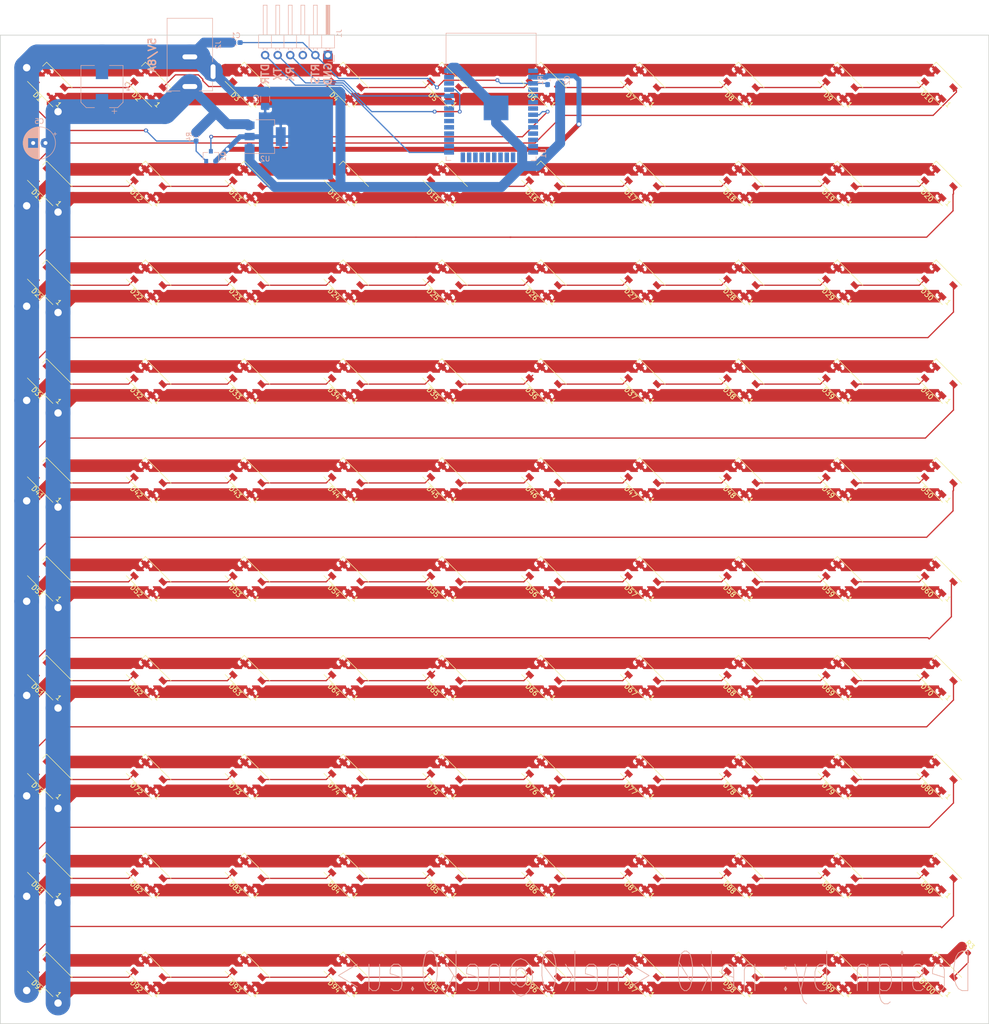
<source format=kicad_pcb>
(kicad_pcb (version 20171130) (host pcbnew 5.1.8-1)

  (general
    (thickness 1.6)
    (drawings 13)
    (tracks 448)
    (zones 0)
    (modules 113)
    (nets 110)
  )

  (page A3 portrait)
  (layers
    (0 F.Cu signal)
    (31 B.Cu signal)
    (32 B.Adhes user)
    (33 F.Adhes user)
    (34 B.Paste user)
    (35 F.Paste user)
    (36 B.SilkS user)
    (37 F.SilkS user)
    (38 B.Mask user)
    (39 F.Mask user)
    (40 Dwgs.User user)
    (41 Cmts.User user)
    (42 Eco1.User user)
    (43 Eco2.User user)
    (44 Edge.Cuts user)
    (45 Margin user)
    (46 B.CrtYd user)
    (47 F.CrtYd user)
    (48 B.Fab user)
    (49 F.Fab user)
  )

  (setup
    (last_trace_width 0.25)
    (trace_clearance 0.2)
    (zone_clearance 0.508)
    (zone_45_only no)
    (trace_min 0.2)
    (via_size 0.8)
    (via_drill 0.4)
    (via_min_size 0.4)
    (via_min_drill 0.3)
    (uvia_size 0.3)
    (uvia_drill 0.1)
    (uvias_allowed no)
    (uvia_min_size 0.2)
    (uvia_min_drill 0.1)
    (edge_width 0.15)
    (segment_width 0.2)
    (pcb_text_width 0.3)
    (pcb_text_size 1.5 1.5)
    (mod_edge_width 0.15)
    (mod_text_size 1 1)
    (mod_text_width 0.15)
    (pad_size 2 3.8)
    (pad_drill 0)
    (pad_to_mask_clearance 0.2)
    (aux_axis_origin 0 0)
    (visible_elements FFFFFF7F)
    (pcbplotparams
      (layerselection 0x010fc_ffffffff)
      (usegerberextensions false)
      (usegerberattributes false)
      (usegerberadvancedattributes false)
      (creategerberjobfile false)
      (excludeedgelayer true)
      (linewidth 0.100000)
      (plotframeref false)
      (viasonmask false)
      (mode 1)
      (useauxorigin false)
      (hpglpennumber 1)
      (hpglpenspeed 20)
      (hpglpendiameter 15.000000)
      (psnegative false)
      (psa4output false)
      (plotreference true)
      (plotvalue true)
      (plotinvisibletext false)
      (padsonsilk false)
      (subtractmaskfromsilk false)
      (outputformat 1)
      (mirror false)
      (drillshape 0)
      (scaleselection 1)
      (outputdirectory "./out.gerber"))
  )

  (net 0 "")
  (net 1 GND)
  (net 2 "Net-(D1-Pad2)")
  (net 3 +5V)
  (net 4 "Net-(D2-Pad2)")
  (net 5 "Net-(D3-Pad2)")
  (net 6 "Net-(D4-Pad2)")
  (net 7 "Net-(D5-Pad2)")
  (net 8 "Net-(D6-Pad2)")
  (net 9 "Net-(D7-Pad2)")
  (net 10 "Net-(D8-Pad2)")
  (net 11 "Net-(D10-Pad4)")
  (net 12 /sheet5B625F71/DIN)
  (net 13 "Net-(D13-Pad2)")
  (net 14 "Net-(D14-Pad2)")
  (net 15 "Net-(D11-Pad2)")
  (net 16 "Net-(D12-Pad2)")
  (net 17 "Net-(D26-Pad2)")
  (net 18 "Net-(D25-Pad2)")
  (net 19 "Net-(D37-Pad2)")
  (net 20 "Net-(D38-Pad2)")
  (net 21 "Net-(D15-Pad2)")
  (net 22 "Net-(D16-Pad2)")
  (net 23 "Net-(D17-Pad2)")
  (net 24 "Net-(D18-Pad2)")
  (net 25 "Net-(D19-Pad2)")
  (net 26 /sheet5B625F76/DIN)
  (net 27 "Net-(D21-Pad2)")
  (net 28 "Net-(D22-Pad2)")
  (net 29 "Net-(D23-Pad2)")
  (net 30 "Net-(D24-Pad2)")
  (net 31 "Net-(D39-Pad2)")
  (net 32 "Net-(D27-Pad2)")
  (net 33 "Net-(D28-Pad2)")
  (net 34 "Net-(D29-Pad2)")
  (net 35 /sheet5B625F7B/DIN)
  (net 36 "Net-(D31-Pad2)")
  (net 37 "Net-(D32-Pad2)")
  (net 38 "Net-(D33-Pad2)")
  (net 39 "Net-(D34-Pad2)")
  (net 40 "Net-(D35-Pad2)")
  (net 41 "Net-(D36-Pad2)")
  (net 42 /sheet5B625F80/DIN)
  (net 43 "Net-(D41-Pad2)")
  (net 44 "Net-(D42-Pad2)")
  (net 45 "Net-(D43-Pad2)")
  (net 46 "Net-(D44-Pad2)")
  (net 47 "Net-(D45-Pad2)")
  (net 48 "Net-(D46-Pad2)")
  (net 49 "Net-(D47-Pad2)")
  (net 50 "Net-(D48-Pad2)")
  (net 51 "Net-(D49-Pad2)")
  (net 52 /sheet5B625F85/DIN)
  (net 53 "Net-(D63-Pad2)")
  (net 54 "Net-(D64-Pad2)")
  (net 55 "Net-(D52-Pad2)")
  (net 56 "Net-(D51-Pad2)")
  (net 57 "Net-(D53-Pad2)")
  (net 58 "Net-(D54-Pad2)")
  (net 59 "Net-(D55-Pad2)")
  (net 60 "Net-(D56-Pad2)")
  (net 61 "Net-(D57-Pad2)")
  (net 62 "Net-(D58-Pad2)")
  (net 63 "Net-(D59-Pad2)")
  (net 64 /sheet5B625F8A/DIN)
  (net 65 "Net-(D61-Pad2)")
  (net 66 "Net-(D62-Pad2)")
  (net 67 "Net-(D75-Pad2)")
  (net 68 "Net-(D76-Pad2)")
  (net 69 "Net-(D88-Pad2)")
  (net 70 "Net-(D87-Pad2)")
  (net 71 "Net-(D65-Pad2)")
  (net 72 "Net-(D66-Pad2)")
  (net 73 "Net-(D67-Pad2)")
  (net 74 "Net-(D68-Pad2)")
  (net 75 "Net-(D69-Pad2)")
  (net 76 /sheet5B625F8F/DIN)
  (net 77 "Net-(D71-Pad2)")
  (net 78 "Net-(D72-Pad2)")
  (net 79 "Net-(D73-Pad2)")
  (net 80 "Net-(D74-Pad2)")
  (net 81 "Net-(D89-Pad2)")
  (net 82 "Net-(D77-Pad2)")
  (net 83 "Net-(D78-Pad2)")
  (net 84 "Net-(D79-Pad2)")
  (net 85 /sheet5B625F94/DIN)
  (net 86 "Net-(D81-Pad2)")
  (net 87 "Net-(D82-Pad2)")
  (net 88 "Net-(D83-Pad2)")
  (net 89 "Net-(D84-Pad2)")
  (net 90 "Net-(D85-Pad2)")
  (net 91 "Net-(D86-Pad2)")
  (net 92 /sheet5B625F99/DIN)
  (net 93 "Net-(D91-Pad2)")
  (net 94 "Net-(D92-Pad2)")
  (net 95 "Net-(D93-Pad2)")
  (net 96 "Net-(D94-Pad2)")
  (net 97 "Net-(D95-Pad2)")
  (net 98 "Net-(D96-Pad2)")
  (net 99 "Net-(D97-Pad2)")
  (net 100 "Net-(D98-Pad2)")
  (net 101 "Net-(D100-Pad4)")
  (net 102 /sheet5B625F99/DOUT)
  (net 103 +3V3)
  (net 104 /RTS)
  (net 105 /DATA)
  (net 106 /DTR)
  (net 107 /RX)
  (net 108 /TX)
  (net 109 "Net-(Q1-Pad3)")

  (net_class Default "This is the default net class."
    (clearance 0.2)
    (trace_width 0.25)
    (via_dia 0.8)
    (via_drill 0.4)
    (uvia_dia 0.3)
    (uvia_drill 0.1)
    (add_net /DATA)
    (add_net /DTR)
    (add_net /RTS)
    (add_net /RX)
    (add_net /TX)
    (add_net /sheet5B625F71/DIN)
    (add_net /sheet5B625F76/DIN)
    (add_net /sheet5B625F7B/DIN)
    (add_net /sheet5B625F80/DIN)
    (add_net /sheet5B625F85/DIN)
    (add_net /sheet5B625F8A/DIN)
    (add_net /sheet5B625F8F/DIN)
    (add_net /sheet5B625F94/DIN)
    (add_net /sheet5B625F99/DIN)
    (add_net /sheet5B625F99/DOUT)
    (add_net "Net-(D1-Pad2)")
    (add_net "Net-(D10-Pad4)")
    (add_net "Net-(D100-Pad4)")
    (add_net "Net-(D11-Pad2)")
    (add_net "Net-(D12-Pad2)")
    (add_net "Net-(D13-Pad2)")
    (add_net "Net-(D14-Pad2)")
    (add_net "Net-(D15-Pad2)")
    (add_net "Net-(D16-Pad2)")
    (add_net "Net-(D17-Pad2)")
    (add_net "Net-(D18-Pad2)")
    (add_net "Net-(D19-Pad2)")
    (add_net "Net-(D2-Pad2)")
    (add_net "Net-(D21-Pad2)")
    (add_net "Net-(D22-Pad2)")
    (add_net "Net-(D23-Pad2)")
    (add_net "Net-(D24-Pad2)")
    (add_net "Net-(D25-Pad2)")
    (add_net "Net-(D26-Pad2)")
    (add_net "Net-(D27-Pad2)")
    (add_net "Net-(D28-Pad2)")
    (add_net "Net-(D29-Pad2)")
    (add_net "Net-(D3-Pad2)")
    (add_net "Net-(D31-Pad2)")
    (add_net "Net-(D32-Pad2)")
    (add_net "Net-(D33-Pad2)")
    (add_net "Net-(D34-Pad2)")
    (add_net "Net-(D35-Pad2)")
    (add_net "Net-(D36-Pad2)")
    (add_net "Net-(D37-Pad2)")
    (add_net "Net-(D38-Pad2)")
    (add_net "Net-(D39-Pad2)")
    (add_net "Net-(D4-Pad2)")
    (add_net "Net-(D41-Pad2)")
    (add_net "Net-(D42-Pad2)")
    (add_net "Net-(D43-Pad2)")
    (add_net "Net-(D44-Pad2)")
    (add_net "Net-(D45-Pad2)")
    (add_net "Net-(D46-Pad2)")
    (add_net "Net-(D47-Pad2)")
    (add_net "Net-(D48-Pad2)")
    (add_net "Net-(D49-Pad2)")
    (add_net "Net-(D5-Pad2)")
    (add_net "Net-(D51-Pad2)")
    (add_net "Net-(D52-Pad2)")
    (add_net "Net-(D53-Pad2)")
    (add_net "Net-(D54-Pad2)")
    (add_net "Net-(D55-Pad2)")
    (add_net "Net-(D56-Pad2)")
    (add_net "Net-(D57-Pad2)")
    (add_net "Net-(D58-Pad2)")
    (add_net "Net-(D59-Pad2)")
    (add_net "Net-(D6-Pad2)")
    (add_net "Net-(D61-Pad2)")
    (add_net "Net-(D62-Pad2)")
    (add_net "Net-(D63-Pad2)")
    (add_net "Net-(D64-Pad2)")
    (add_net "Net-(D65-Pad2)")
    (add_net "Net-(D66-Pad2)")
    (add_net "Net-(D67-Pad2)")
    (add_net "Net-(D68-Pad2)")
    (add_net "Net-(D69-Pad2)")
    (add_net "Net-(D7-Pad2)")
    (add_net "Net-(D71-Pad2)")
    (add_net "Net-(D72-Pad2)")
    (add_net "Net-(D73-Pad2)")
    (add_net "Net-(D74-Pad2)")
    (add_net "Net-(D75-Pad2)")
    (add_net "Net-(D76-Pad2)")
    (add_net "Net-(D77-Pad2)")
    (add_net "Net-(D78-Pad2)")
    (add_net "Net-(D79-Pad2)")
    (add_net "Net-(D8-Pad2)")
    (add_net "Net-(D81-Pad2)")
    (add_net "Net-(D82-Pad2)")
    (add_net "Net-(D83-Pad2)")
    (add_net "Net-(D84-Pad2)")
    (add_net "Net-(D85-Pad2)")
    (add_net "Net-(D86-Pad2)")
    (add_net "Net-(D87-Pad2)")
    (add_net "Net-(D88-Pad2)")
    (add_net "Net-(D89-Pad2)")
    (add_net "Net-(D91-Pad2)")
    (add_net "Net-(D92-Pad2)")
    (add_net "Net-(D93-Pad2)")
    (add_net "Net-(D94-Pad2)")
    (add_net "Net-(D95-Pad2)")
    (add_net "Net-(D96-Pad2)")
    (add_net "Net-(D97-Pad2)")
    (add_net "Net-(D98-Pad2)")
    (add_net "Net-(J1-Pad3)")
    (add_net "Net-(Q1-Pad3)")
    (add_net "Net-(U1-Pad1)")
    (add_net "Net-(U1-Pad10)")
    (add_net "Net-(U1-Pad11)")
    (add_net "Net-(U1-Pad12)")
    (add_net "Net-(U1-Pad13)")
    (add_net "Net-(U1-Pad14)")
    (add_net "Net-(U1-Pad16)")
    (add_net "Net-(U1-Pad17)")
    (add_net "Net-(U1-Pad18)")
    (add_net "Net-(U1-Pad19)")
    (add_net "Net-(U1-Pad20)")
    (add_net "Net-(U1-Pad21)")
    (add_net "Net-(U1-Pad22)")
    (add_net "Net-(U1-Pad23)")
    (add_net "Net-(U1-Pad24)")
    (add_net "Net-(U1-Pad26)")
    (add_net "Net-(U1-Pad27)")
    (add_net "Net-(U1-Pad28)")
    (add_net "Net-(U1-Pad29)")
    (add_net "Net-(U1-Pad30)")
    (add_net "Net-(U1-Pad31)")
    (add_net "Net-(U1-Pad32)")
    (add_net "Net-(U1-Pad33)")
    (add_net "Net-(U1-Pad36)")
    (add_net "Net-(U1-Pad37)")
    (add_net "Net-(U1-Pad4)")
    (add_net "Net-(U1-Pad5)")
    (add_net "Net-(U1-Pad6)")
    (add_net "Net-(U1-Pad7)")
    (add_net "Net-(U1-Pad9)")
  )

  (net_class Power ""
    (clearance 0.2)
    (trace_width 2)
    (via_dia 2)
    (via_drill 1.5)
    (uvia_dia 0.3)
    (uvia_drill 0.1)
    (add_net +5V)
    (add_net GND)
  )

  (net_class smallPower ""
    (clearance 0.2)
    (trace_width 1)
    (via_dia 1)
    (via_drill 0.7)
    (uvia_dia 0.3)
    (uvia_drill 0.1)
    (add_net +3V3)
  )

  (module Package_TO_SOT_SMD:SOT-23 (layer B.Cu) (tedit 5A02FF57) (tstamp 5C1126E0)
    (at 57.6 39.5 90)
    (descr "SOT-23, Standard")
    (tags SOT-23)
    (path /5FF79E4D)
    (attr smd)
    (fp_text reference Q1 (at 0 2.5 90) (layer B.SilkS)
      (effects (font (size 1 1) (thickness 0.15)) (justify mirror))
    )
    (fp_text value BS170F (at 0 -2.5 90) (layer B.Fab)
      (effects (font (size 1 1) (thickness 0.15)) (justify mirror))
    )
    (fp_text user %R (at 0 0 180) (layer B.Fab)
      (effects (font (size 0.5 0.5) (thickness 0.075)) (justify mirror))
    )
    (fp_line (start -0.7 0.95) (end -0.7 -1.5) (layer B.Fab) (width 0.1))
    (fp_line (start -0.15 1.52) (end 0.7 1.52) (layer B.Fab) (width 0.1))
    (fp_line (start -0.7 0.95) (end -0.15 1.52) (layer B.Fab) (width 0.1))
    (fp_line (start 0.7 1.52) (end 0.7 -1.52) (layer B.Fab) (width 0.1))
    (fp_line (start -0.7 -1.52) (end 0.7 -1.52) (layer B.Fab) (width 0.1))
    (fp_line (start 0.76 -1.58) (end 0.76 -0.65) (layer B.SilkS) (width 0.12))
    (fp_line (start 0.76 1.58) (end 0.76 0.65) (layer B.SilkS) (width 0.12))
    (fp_line (start -1.7 1.75) (end 1.7 1.75) (layer B.CrtYd) (width 0.05))
    (fp_line (start 1.7 1.75) (end 1.7 -1.75) (layer B.CrtYd) (width 0.05))
    (fp_line (start 1.7 -1.75) (end -1.7 -1.75) (layer B.CrtYd) (width 0.05))
    (fp_line (start -1.7 -1.75) (end -1.7 1.75) (layer B.CrtYd) (width 0.05))
    (fp_line (start 0.76 1.58) (end -1.4 1.58) (layer B.SilkS) (width 0.12))
    (fp_line (start 0.76 -1.58) (end -0.7 -1.58) (layer B.SilkS) (width 0.12))
    (pad 3 smd rect (at 1 0 90) (size 0.9 0.8) (layers B.Cu B.Paste B.Mask)
      (net 109 "Net-(Q1-Pad3)"))
    (pad 2 smd rect (at -1 -0.95 90) (size 0.9 0.8) (layers B.Cu B.Paste B.Mask)
      (net 105 /DATA))
    (pad 1 smd rect (at -1 0.95 90) (size 0.9 0.8) (layers B.Cu B.Paste B.Mask)
      (net 103 +3V3))
    (model ${KISYS3DMOD}/Package_TO_SOT_SMD.3dshapes/SOT-23.wrl
      (at (xyz 0 0 0))
      (scale (xyz 1 1 1))
      (rotate (xyz 0 0 0))
    )
  )

  (module Package_TO_SOT_SMD:SOT-223 (layer B.Cu) (tedit 5EDE7DFA) (tstamp 5EDFC06D)
    (at 68.58 35.53)
    (descr "module CMS SOT223 4 pins")
    (tags "CMS SOT")
    (path /5EDEAB87)
    (attr smd)
    (fp_text reference U2 (at 0 4.5) (layer B.SilkS)
      (effects (font (size 1 1) (thickness 0.15)) (justify mirror))
    )
    (fp_text value LM1117-3.3 (at 0 -4.5) (layer B.Fab)
      (effects (font (size 1 1) (thickness 0.15)) (justify mirror))
    )
    (fp_line (start 1.85 3.35) (end 1.85 -3.35) (layer B.Fab) (width 0.1))
    (fp_line (start -1.85 -3.35) (end 1.85 -3.35) (layer B.Fab) (width 0.1))
    (fp_line (start -4.1 3.41) (end 1.91 3.41) (layer B.SilkS) (width 0.12))
    (fp_line (start -0.8 3.35) (end 1.85 3.35) (layer B.Fab) (width 0.1))
    (fp_line (start -1.85 -3.41) (end 1.91 -3.41) (layer B.SilkS) (width 0.12))
    (fp_line (start -1.85 2.3) (end -1.85 -3.35) (layer B.Fab) (width 0.1))
    (fp_line (start -4.4 3.6) (end -4.4 -3.6) (layer B.CrtYd) (width 0.05))
    (fp_line (start -4.4 -3.6) (end 4.4 -3.6) (layer B.CrtYd) (width 0.05))
    (fp_line (start 4.4 -3.6) (end 4.4 3.6) (layer B.CrtYd) (width 0.05))
    (fp_line (start 4.4 3.6) (end -4.4 3.6) (layer B.CrtYd) (width 0.05))
    (fp_line (start 1.91 3.41) (end 1.91 2.15) (layer B.SilkS) (width 0.12))
    (fp_line (start 1.91 -3.41) (end 1.91 -2.15) (layer B.SilkS) (width 0.12))
    (fp_line (start -1.85 2.3) (end -0.8 3.35) (layer B.Fab) (width 0.1))
    (fp_text user %R (at 0 0 -90) (layer B.Fab)
      (effects (font (size 0.8 0.8) (thickness 0.12)) (justify mirror))
    )
    (pad 1 smd rect (at -3.15 2.3) (size 2 1.5) (layers B.Cu B.Paste B.Mask)
      (net 1 GND))
    (pad 3 smd rect (at -3.15 -2.3) (size 2 1.5) (layers B.Cu B.Paste B.Mask)
      (net 3 +5V))
    (pad 2 smd rect (at -3.15 0) (size 2 1.5) (layers B.Cu B.Paste B.Mask)
      (net 103 +3V3))
    (pad 4 smd rect (at 3.15 0) (size 2 3.8) (layers B.Cu B.Paste B.Mask))
    (model ${KISYS3DMOD}/Package_TO_SOT_SMD.3dshapes/SOT-223.wrl
      (at (xyz 0 0 0))
      (scale (xyz 1 1 1))
      (rotate (xyz 0 0 0))
    )
  )

  (module Resistor_SMD:R_0603_1608Metric_Pad1.05x0.95mm_HandSolder (layer B.Cu) (tedit 5B301BBD) (tstamp 5C10FAB8)
    (at 54.61 35.56 270)
    (descr "Resistor SMD 0603 (1608 Metric), square (rectangular) end terminal, IPC_7351 nominal with elongated pad for handsoldering. (Body size source: http://www.tortai-tech.com/upload/download/2011102023233369053.pdf), generated with kicad-footprint-generator")
    (tags "resistor handsolder")
    (path /5C115239)
    (attr smd)
    (fp_text reference R4 (at 0 1.43 270) (layer B.SilkS)
      (effects (font (size 1 1) (thickness 0.15)) (justify mirror))
    )
    (fp_text value 6.8k (at 0 -1.43 270) (layer B.Fab)
      (effects (font (size 1 1) (thickness 0.15)) (justify mirror))
    )
    (fp_line (start -0.8 -0.4) (end -0.8 0.4) (layer B.Fab) (width 0.1))
    (fp_line (start -0.8 0.4) (end 0.8 0.4) (layer B.Fab) (width 0.1))
    (fp_line (start 0.8 0.4) (end 0.8 -0.4) (layer B.Fab) (width 0.1))
    (fp_line (start 0.8 -0.4) (end -0.8 -0.4) (layer B.Fab) (width 0.1))
    (fp_line (start -0.171267 0.51) (end 0.171267 0.51) (layer B.SilkS) (width 0.12))
    (fp_line (start -0.171267 -0.51) (end 0.171267 -0.51) (layer B.SilkS) (width 0.12))
    (fp_line (start -1.65 -0.73) (end -1.65 0.73) (layer B.CrtYd) (width 0.05))
    (fp_line (start -1.65 0.73) (end 1.65 0.73) (layer B.CrtYd) (width 0.05))
    (fp_line (start 1.65 0.73) (end 1.65 -0.73) (layer B.CrtYd) (width 0.05))
    (fp_line (start 1.65 -0.73) (end -1.65 -0.73) (layer B.CrtYd) (width 0.05))
    (fp_text user %R (at 0 0 270) (layer B.Fab)
      (effects (font (size 0.4 0.4) (thickness 0.06)) (justify mirror))
    )
    (pad 1 smd roundrect (at -0.875 0 270) (size 1.05 0.95) (layers B.Cu B.Paste B.Mask) (roundrect_rratio 0.25)
      (net 3 +5V))
    (pad 2 smd roundrect (at 0.875 0 270) (size 1.05 0.95) (layers B.Cu B.Paste B.Mask) (roundrect_rratio 0.25)
      (net 105 /DATA))
    (model ${KISYS3DMOD}/Resistor_SMD.3dshapes/R_0603_1608Metric.wrl
      (at (xyz 0 0 0))
      (scale (xyz 1 1 1))
      (rotate (xyz 0 0 0))
    )
  )

  (module Resistor_SMD:R_0603_1608Metric_Pad1.05x0.95mm_HandSolder (layer F.Cu) (tedit 5B301BBD) (tstamp 5B733D58)
    (at 210.201282 200.041282 315)
    (descr "Resistor SMD 0603 (1608 Metric), square (rectangular) end terminal, IPC_7351 nominal with elongated pad for handsoldering. (Body size source: http://www.tortai-tech.com/upload/download/2011102023233369053.pdf), generated with kicad-footprint-generator")
    (tags "resistor handsolder")
    (path /5B66FEDD)
    (attr smd)
    (fp_text reference R3 (at 0 -1.43 315) (layer F.SilkS)
      (effects (font (size 1 1) (thickness 0.15)))
    )
    (fp_text value 1k (at 0 1.43 315) (layer F.Fab)
      (effects (font (size 1 1) (thickness 0.15)))
    )
    (fp_line (start -0.8 0.4) (end -0.8 -0.4) (layer F.Fab) (width 0.1))
    (fp_line (start -0.8 -0.4) (end 0.8 -0.4) (layer F.Fab) (width 0.1))
    (fp_line (start 0.8 -0.4) (end 0.8 0.4) (layer F.Fab) (width 0.1))
    (fp_line (start 0.8 0.4) (end -0.8 0.4) (layer F.Fab) (width 0.1))
    (fp_line (start -0.171267 -0.51) (end 0.171267 -0.51) (layer F.SilkS) (width 0.12))
    (fp_line (start -0.171267 0.51) (end 0.171267 0.51) (layer F.SilkS) (width 0.12))
    (fp_line (start -1.65 0.73) (end -1.65 -0.73) (layer F.CrtYd) (width 0.05))
    (fp_line (start -1.65 -0.73) (end 1.65 -0.73) (layer F.CrtYd) (width 0.05))
    (fp_line (start 1.65 -0.73) (end 1.65 0.73) (layer F.CrtYd) (width 0.05))
    (fp_line (start 1.65 0.73) (end -1.65 0.73) (layer F.CrtYd) (width 0.05))
    (fp_text user %R (at 0 0 315) (layer F.Fab)
      (effects (font (size 0.4 0.4) (thickness 0.06)))
    )
    (pad 1 smd roundrect (at -0.874999 0 315) (size 1.05 0.95) (layers F.Cu F.Paste F.Mask) (roundrect_rratio 0.25)
      (net 1 GND))
    (pad 2 smd roundrect (at 0.874999 0 315) (size 1.05 0.95) (layers F.Cu F.Paste F.Mask) (roundrect_rratio 0.25)
      (net 102 /sheet5B625F99/DOUT))
    (model ${KISYS3DMOD}/Resistor_SMD.3dshapes/R_0603_1608Metric.wrl
      (at (xyz 0 0 0))
      (scale (xyz 1 1 1))
      (rotate (xyz 0 0 0))
    )
  )

  (module Connector_BarrelJack:BarrelJack_Horizontal (layer B.Cu) (tedit 5A1DBF6A) (tstamp 5B7EA195)
    (at 53.34 25.4 270)
    (descr "DC Barrel Jack")
    (tags "Power Jack")
    (path /5B660D82)
    (fp_text reference J2 (at -8.45 -5.75 270) (layer B.SilkS)
      (effects (font (size 1 1) (thickness 0.15)) (justify mirror))
    )
    (fp_text value Barrel_Jack_Switch (at -6.2 5.5 270) (layer B.Fab)
      (effects (font (size 1 1) (thickness 0.15)) (justify mirror))
    )
    (fp_line (start -0.003213 4.505425) (end 0.8 3.75) (layer B.Fab) (width 0.1))
    (fp_line (start 1.1 3.75) (end 1.1 4.8) (layer B.SilkS) (width 0.12))
    (fp_line (start 0.05 4.8) (end 1.1 4.8) (layer B.SilkS) (width 0.12))
    (fp_line (start 1 4.5) (end 1 4.75) (layer B.CrtYd) (width 0.05))
    (fp_line (start 1 4.75) (end -14 4.75) (layer B.CrtYd) (width 0.05))
    (fp_line (start 1 4.5) (end 1 2) (layer B.CrtYd) (width 0.05))
    (fp_line (start 1 2) (end 2 2) (layer B.CrtYd) (width 0.05))
    (fp_line (start 2 2) (end 2 -2) (layer B.CrtYd) (width 0.05))
    (fp_line (start 2 -2) (end 1 -2) (layer B.CrtYd) (width 0.05))
    (fp_line (start 1 -2) (end 1 -4.75) (layer B.CrtYd) (width 0.05))
    (fp_line (start 1 -4.75) (end -1 -4.75) (layer B.CrtYd) (width 0.05))
    (fp_line (start -1 -4.75) (end -1 -6.75) (layer B.CrtYd) (width 0.05))
    (fp_line (start -1 -6.75) (end -5 -6.75) (layer B.CrtYd) (width 0.05))
    (fp_line (start -5 -6.75) (end -5 -4.75) (layer B.CrtYd) (width 0.05))
    (fp_line (start -5 -4.75) (end -14 -4.75) (layer B.CrtYd) (width 0.05))
    (fp_line (start -14 -4.75) (end -14 4.75) (layer B.CrtYd) (width 0.05))
    (fp_line (start -5 -4.6) (end -13.8 -4.6) (layer B.SilkS) (width 0.12))
    (fp_line (start -13.8 -4.6) (end -13.8 4.6) (layer B.SilkS) (width 0.12))
    (fp_line (start 0.9 -1.9) (end 0.9 -4.6) (layer B.SilkS) (width 0.12))
    (fp_line (start 0.9 -4.6) (end -1 -4.6) (layer B.SilkS) (width 0.12))
    (fp_line (start -13.8 4.6) (end 0.9 4.6) (layer B.SilkS) (width 0.12))
    (fp_line (start 0.9 4.6) (end 0.9 2) (layer B.SilkS) (width 0.12))
    (fp_line (start -10.2 4.5) (end -10.2 -4.5) (layer B.Fab) (width 0.1))
    (fp_line (start -13.7 4.5) (end -13.7 -4.5) (layer B.Fab) (width 0.1))
    (fp_line (start -13.7 -4.5) (end 0.8 -4.5) (layer B.Fab) (width 0.1))
    (fp_line (start 0.8 -4.5) (end 0.8 3.75) (layer B.Fab) (width 0.1))
    (fp_line (start 0 4.5) (end -13.7 4.5) (layer B.Fab) (width 0.1))
    (fp_text user %R (at -3 2.95 270) (layer B.Fab)
      (effects (font (size 1 1) (thickness 0.15)) (justify mirror))
    )
    (pad 1 thru_hole rect (at 0 0 270) (size 3.5 3.5) (drill oval 1 3) (layers *.Cu *.Mask)
      (net 3 +5V))
    (pad 2 thru_hole roundrect (at -6 0 270) (size 3 3.5) (drill oval 1 3) (layers *.Cu *.Mask) (roundrect_rratio 0.25)
      (net 1 GND))
    (pad 3 thru_hole roundrect (at -3 -4.7 270) (size 3.5 3.5) (drill oval 3 1) (layers *.Cu *.Mask) (roundrect_rratio 0.25)
      (net 1 GND))
    (model ${KISYS3DMOD}/Connector_BarrelJack.3dshapes/BarrelJack_Horizontal.wrl
      (at (xyz 0 0 0))
      (scale (xyz 1 1 1))
      (rotate (xyz 0 0 0))
    )
  )

  (module Capacitor_SMD:CP_Elec_8x10 (layer B.Cu) (tedit 5A841F9D) (tstamp 5B7F2E5F)
    (at 35.56 25.4 90)
    (descr "SMT capacitor, aluminium electrolytic, 8x10, Nichicon ")
    (tags "Capacitor Electrolytic")
    (path /5B622644)
    (attr smd)
    (fp_text reference C4 (at 0 5.2 90) (layer B.SilkS)
      (effects (font (size 1 1) (thickness 0.15)) (justify mirror))
    )
    (fp_text value 1m (at 0 -5.2 90) (layer B.Fab)
      (effects (font (size 1 1) (thickness 0.15)) (justify mirror))
    )
    (fp_circle (center 0 0) (end 4 0) (layer B.Fab) (width 0.1))
    (fp_line (start 4.15 4.15) (end 4.15 -4.15) (layer B.Fab) (width 0.1))
    (fp_line (start -3.15 4.15) (end 4.15 4.15) (layer B.Fab) (width 0.1))
    (fp_line (start -3.15 -4.15) (end 4.15 -4.15) (layer B.Fab) (width 0.1))
    (fp_line (start -4.15 3.15) (end -4.15 -3.15) (layer B.Fab) (width 0.1))
    (fp_line (start -4.15 3.15) (end -3.15 4.15) (layer B.Fab) (width 0.1))
    (fp_line (start -4.15 -3.15) (end -3.15 -4.15) (layer B.Fab) (width 0.1))
    (fp_line (start -3.562278 1.5) (end -2.762278 1.5) (layer B.Fab) (width 0.1))
    (fp_line (start -3.162278 1.9) (end -3.162278 1.1) (layer B.Fab) (width 0.1))
    (fp_line (start 4.26 -4.26) (end 4.26 -1.51) (layer B.SilkS) (width 0.12))
    (fp_line (start 4.26 4.26) (end 4.26 1.51) (layer B.SilkS) (width 0.12))
    (fp_line (start -3.195563 4.26) (end 4.26 4.26) (layer B.SilkS) (width 0.12))
    (fp_line (start -3.195563 -4.26) (end 4.26 -4.26) (layer B.SilkS) (width 0.12))
    (fp_line (start -4.26 -3.195563) (end -4.26 -1.51) (layer B.SilkS) (width 0.12))
    (fp_line (start -4.26 3.195563) (end -4.26 1.51) (layer B.SilkS) (width 0.12))
    (fp_line (start -4.26 3.195563) (end -3.195563 4.26) (layer B.SilkS) (width 0.12))
    (fp_line (start -4.26 -3.195563) (end -3.195563 -4.26) (layer B.SilkS) (width 0.12))
    (fp_line (start -5.5 2.51) (end -4.5 2.51) (layer B.SilkS) (width 0.12))
    (fp_line (start -5 3.01) (end -5 2.01) (layer B.SilkS) (width 0.12))
    (fp_line (start 4.4 4.4) (end 4.4 1.5) (layer B.CrtYd) (width 0.05))
    (fp_line (start 4.4 1.5) (end 5.25 1.5) (layer B.CrtYd) (width 0.05))
    (fp_line (start 5.25 1.5) (end 5.25 -1.5) (layer B.CrtYd) (width 0.05))
    (fp_line (start 5.25 -1.5) (end 4.4 -1.5) (layer B.CrtYd) (width 0.05))
    (fp_line (start 4.4 -1.5) (end 4.4 -4.4) (layer B.CrtYd) (width 0.05))
    (fp_line (start -3.25 -4.4) (end 4.4 -4.4) (layer B.CrtYd) (width 0.05))
    (fp_line (start -3.25 4.4) (end 4.4 4.4) (layer B.CrtYd) (width 0.05))
    (fp_line (start -4.4 -3.25) (end -3.25 -4.4) (layer B.CrtYd) (width 0.05))
    (fp_line (start -4.4 3.25) (end -3.25 4.4) (layer B.CrtYd) (width 0.05))
    (fp_line (start -4.4 3.25) (end -4.4 1.5) (layer B.CrtYd) (width 0.05))
    (fp_line (start -4.4 -1.5) (end -4.4 -3.25) (layer B.CrtYd) (width 0.05))
    (fp_line (start -4.4 1.5) (end -5.25 1.5) (layer B.CrtYd) (width 0.05))
    (fp_line (start -5.25 1.5) (end -5.25 -1.5) (layer B.CrtYd) (width 0.05))
    (fp_line (start -5.25 -1.5) (end -4.4 -1.5) (layer B.CrtYd) (width 0.05))
    (fp_text user %R (at 0 0 90) (layer B.Fab)
      (effects (font (size 1 1) (thickness 0.15)) (justify mirror))
    )
    (pad 1 smd rect (at -3.25 0 90) (size 3.5 2.5) (layers B.Cu B.Paste B.Mask)
      (net 3 +5V))
    (pad 2 smd rect (at 3.25 0 90) (size 3.5 2.5) (layers B.Cu B.Paste B.Mask)
      (net 1 GND))
    (model ${KISYS3DMOD}/Capacitor_SMD.3dshapes/CP_Elec_8x10.wrl
      (at (xyz 0 0 0))
      (scale (xyz 1 1 1))
      (rotate (xyz 0 0 0))
    )
  )

  (module Capacitor_SMD:C_0603_1608Metric_Pad1.05x0.95mm_HandSolder (layer B.Cu) (tedit 5B301BBE) (tstamp 5B7E431F)
    (at 128.27 24.13 90)
    (descr "Capacitor SMD 0603 (1608 Metric), square (rectangular) end terminal, IPC_7351 nominal with elongated pad for handsoldering. (Body size source: http://www.tortai-tech.com/upload/download/2011102023233369053.pdf), generated with kicad-footprint-generator")
    (tags "capacitor handsolder")
    (path /5B627C19)
    (attr smd)
    (fp_text reference C2 (at 0 1.43 90) (layer B.SilkS)
      (effects (font (size 1 1) (thickness 0.15)) (justify mirror))
    )
    (fp_text value 100n (at 0 -1.43 90) (layer B.Fab)
      (effects (font (size 1 1) (thickness 0.15)) (justify mirror))
    )
    (fp_line (start 1.65 -0.73) (end -1.65 -0.73) (layer B.CrtYd) (width 0.05))
    (fp_line (start 1.65 0.73) (end 1.65 -0.73) (layer B.CrtYd) (width 0.05))
    (fp_line (start -1.65 0.73) (end 1.65 0.73) (layer B.CrtYd) (width 0.05))
    (fp_line (start -1.65 -0.73) (end -1.65 0.73) (layer B.CrtYd) (width 0.05))
    (fp_line (start -0.171267 -0.51) (end 0.171267 -0.51) (layer B.SilkS) (width 0.12))
    (fp_line (start -0.171267 0.51) (end 0.171267 0.51) (layer B.SilkS) (width 0.12))
    (fp_line (start 0.8 -0.4) (end -0.8 -0.4) (layer B.Fab) (width 0.1))
    (fp_line (start 0.8 0.4) (end 0.8 -0.4) (layer B.Fab) (width 0.1))
    (fp_line (start -0.8 0.4) (end 0.8 0.4) (layer B.Fab) (width 0.1))
    (fp_line (start -0.8 -0.4) (end -0.8 0.4) (layer B.Fab) (width 0.1))
    (fp_text user %R (at 0 0 90) (layer B.Fab)
      (effects (font (size 0.4 0.4) (thickness 0.06)) (justify mirror))
    )
    (pad 2 smd roundrect (at 0.875 0 90) (size 1.05 0.95) (layers B.Cu B.Paste B.Mask) (roundrect_rratio 0.25)
      (net 103 +3V3))
    (pad 1 smd roundrect (at -0.875 0 90) (size 1.05 0.95) (layers B.Cu B.Paste B.Mask) (roundrect_rratio 0.25)
      (net 1 GND))
    (model ${KISYS3DMOD}/Capacitor_SMD.3dshapes/C_0603_1608Metric.wrl
      (at (xyz 0 0 0))
      (scale (xyz 1 1 1))
      (rotate (xyz 0 0 0))
    )
  )

  (module Capacitor_SMD:C_0603_1608Metric_Pad1.05x0.95mm_HandSolder (layer B.Cu) (tedit 5B301BBE) (tstamp 5B7F3730)
    (at 62.625 16.51 180)
    (descr "Capacitor SMD 0603 (1608 Metric), square (rectangular) end terminal, IPC_7351 nominal with elongated pad for handsoldering. (Body size source: http://www.tortai-tech.com/upload/download/2011102023233369053.pdf), generated with kicad-footprint-generator")
    (tags "capacitor handsolder")
    (path /5B623621)
    (attr smd)
    (fp_text reference C1 (at 0 1.43 180) (layer B.SilkS)
      (effects (font (size 1 1) (thickness 0.15)) (justify mirror))
    )
    (fp_text value 100n (at 0 -1.43 180) (layer B.Fab)
      (effects (font (size 1 1) (thickness 0.15)) (justify mirror))
    )
    (fp_line (start -0.8 -0.4) (end -0.8 0.4) (layer B.Fab) (width 0.1))
    (fp_line (start -0.8 0.4) (end 0.8 0.4) (layer B.Fab) (width 0.1))
    (fp_line (start 0.8 0.4) (end 0.8 -0.4) (layer B.Fab) (width 0.1))
    (fp_line (start 0.8 -0.4) (end -0.8 -0.4) (layer B.Fab) (width 0.1))
    (fp_line (start -0.171267 0.51) (end 0.171267 0.51) (layer B.SilkS) (width 0.12))
    (fp_line (start -0.171267 -0.51) (end 0.171267 -0.51) (layer B.SilkS) (width 0.12))
    (fp_line (start -1.65 -0.73) (end -1.65 0.73) (layer B.CrtYd) (width 0.05))
    (fp_line (start -1.65 0.73) (end 1.65 0.73) (layer B.CrtYd) (width 0.05))
    (fp_line (start 1.65 0.73) (end 1.65 -0.73) (layer B.CrtYd) (width 0.05))
    (fp_line (start 1.65 -0.73) (end -1.65 -0.73) (layer B.CrtYd) (width 0.05))
    (fp_text user %R (at 0 0 180) (layer B.Fab)
      (effects (font (size 0.4 0.4) (thickness 0.06)) (justify mirror))
    )
    (pad 1 smd roundrect (at -0.875 0 180) (size 1.05 0.95) (layers B.Cu B.Paste B.Mask) (roundrect_rratio 0.25)
      (net 104 /RTS))
    (pad 2 smd roundrect (at 0.875 0 180) (size 1.05 0.95) (layers B.Cu B.Paste B.Mask) (roundrect_rratio 0.25)
      (net 1 GND))
    (model ${KISYS3DMOD}/Capacitor_SMD.3dshapes/C_0603_1608Metric.wrl
      (at (xyz 0 0 0))
      (scale (xyz 1 1 1))
      (rotate (xyz 0 0 0))
    )
  )

  (module Capacitor_SMD:C_1206_3216Metric_Pad1.42x1.75mm_HandSolder (layer B.Cu) (tedit 5B301BBE) (tstamp 5B7F3781)
    (at 68.58 27.94 270)
    (descr "Capacitor SMD 1206 (3216 Metric), square (rectangular) end terminal, IPC_7351 nominal with elongated pad for handsoldering. (Body size source: http://www.tortai-tech.com/upload/download/2011102023233369053.pdf), generated with kicad-footprint-generator")
    (tags "capacitor handsolder")
    (path /5B627C53)
    (attr smd)
    (fp_text reference C3 (at 0 1.82 270) (layer B.SilkS)
      (effects (font (size 1 1) (thickness 0.15)) (justify mirror))
    )
    (fp_text value 10u (at 0 -1.82 270) (layer B.Fab)
      (effects (font (size 1 1) (thickness 0.15)) (justify mirror))
    )
    (fp_line (start -1.6 -0.8) (end -1.6 0.8) (layer B.Fab) (width 0.1))
    (fp_line (start -1.6 0.8) (end 1.6 0.8) (layer B.Fab) (width 0.1))
    (fp_line (start 1.6 0.8) (end 1.6 -0.8) (layer B.Fab) (width 0.1))
    (fp_line (start 1.6 -0.8) (end -1.6 -0.8) (layer B.Fab) (width 0.1))
    (fp_line (start -0.602064 0.91) (end 0.602064 0.91) (layer B.SilkS) (width 0.12))
    (fp_line (start -0.602064 -0.91) (end 0.602064 -0.91) (layer B.SilkS) (width 0.12))
    (fp_line (start -2.45 -1.12) (end -2.45 1.12) (layer B.CrtYd) (width 0.05))
    (fp_line (start -2.45 1.12) (end 2.45 1.12) (layer B.CrtYd) (width 0.05))
    (fp_line (start 2.45 1.12) (end 2.45 -1.12) (layer B.CrtYd) (width 0.05))
    (fp_line (start 2.45 -1.12) (end -2.45 -1.12) (layer B.CrtYd) (width 0.05))
    (fp_text user %R (at 0 0 270) (layer B.Fab)
      (effects (font (size 0.8 0.8) (thickness 0.12)) (justify mirror))
    )
    (pad 1 smd roundrect (at -1.4875 0 270) (size 1.425 1.75) (layers B.Cu B.Paste B.Mask) (roundrect_rratio 0.175439)
      (net 1 GND))
    (pad 2 smd roundrect (at 1.4875 0 270) (size 1.425 1.75) (layers B.Cu B.Paste B.Mask) (roundrect_rratio 0.175439)
      (net 103 +3V3))
    (model ${KISYS3DMOD}/Capacitor_SMD.3dshapes/C_1206_3216Metric.wrl
      (at (xyz 0 0 0))
      (scale (xyz 1 1 1))
      (rotate (xyz 0 0 0))
    )
  )

  (module Capacitor_THT:CP_Radial_D6.3mm_P2.50mm (layer B.Cu) (tedit 5AE50EF0) (tstamp 5B7E42EC)
    (at 24.13 36.83 180)
    (descr "CP, Radial series, Radial, pin pitch=2.50mm, , diameter=6.3mm, Electrolytic Capacitor")
    (tags "CP Radial series Radial pin pitch 2.50mm  diameter 6.3mm Electrolytic Capacitor")
    (path /5B646B67)
    (fp_text reference C5 (at 1.25 4.4 180) (layer B.SilkS)
      (effects (font (size 1 1) (thickness 0.15)) (justify mirror))
    )
    (fp_text value 1m (at 1.25 -4.4 180) (layer B.Fab)
      (effects (font (size 1 1) (thickness 0.15)) (justify mirror))
    )
    (fp_circle (center 1.25 0) (end 4.4 0) (layer B.Fab) (width 0.1))
    (fp_circle (center 1.25 0) (end 4.52 0) (layer B.SilkS) (width 0.12))
    (fp_circle (center 1.25 0) (end 4.65 0) (layer B.CrtYd) (width 0.05))
    (fp_line (start -1.443972 1.3735) (end -0.813972 1.3735) (layer B.Fab) (width 0.1))
    (fp_line (start -1.128972 1.6885) (end -1.128972 1.0585) (layer B.Fab) (width 0.1))
    (fp_line (start 1.25 3.23) (end 1.25 -3.23) (layer B.SilkS) (width 0.12))
    (fp_line (start 1.29 3.23) (end 1.29 -3.23) (layer B.SilkS) (width 0.12))
    (fp_line (start 1.33 3.23) (end 1.33 -3.23) (layer B.SilkS) (width 0.12))
    (fp_line (start 1.37 3.228) (end 1.37 -3.228) (layer B.SilkS) (width 0.12))
    (fp_line (start 1.41 3.227) (end 1.41 -3.227) (layer B.SilkS) (width 0.12))
    (fp_line (start 1.45 3.224) (end 1.45 -3.224) (layer B.SilkS) (width 0.12))
    (fp_line (start 1.49 3.222) (end 1.49 1.04) (layer B.SilkS) (width 0.12))
    (fp_line (start 1.49 -1.04) (end 1.49 -3.222) (layer B.SilkS) (width 0.12))
    (fp_line (start 1.53 3.218) (end 1.53 1.04) (layer B.SilkS) (width 0.12))
    (fp_line (start 1.53 -1.04) (end 1.53 -3.218) (layer B.SilkS) (width 0.12))
    (fp_line (start 1.57 3.215) (end 1.57 1.04) (layer B.SilkS) (width 0.12))
    (fp_line (start 1.57 -1.04) (end 1.57 -3.215) (layer B.SilkS) (width 0.12))
    (fp_line (start 1.61 3.211) (end 1.61 1.04) (layer B.SilkS) (width 0.12))
    (fp_line (start 1.61 -1.04) (end 1.61 -3.211) (layer B.SilkS) (width 0.12))
    (fp_line (start 1.65 3.206) (end 1.65 1.04) (layer B.SilkS) (width 0.12))
    (fp_line (start 1.65 -1.04) (end 1.65 -3.206) (layer B.SilkS) (width 0.12))
    (fp_line (start 1.69 3.201) (end 1.69 1.04) (layer B.SilkS) (width 0.12))
    (fp_line (start 1.69 -1.04) (end 1.69 -3.201) (layer B.SilkS) (width 0.12))
    (fp_line (start 1.73 3.195) (end 1.73 1.04) (layer B.SilkS) (width 0.12))
    (fp_line (start 1.73 -1.04) (end 1.73 -3.195) (layer B.SilkS) (width 0.12))
    (fp_line (start 1.77 3.189) (end 1.77 1.04) (layer B.SilkS) (width 0.12))
    (fp_line (start 1.77 -1.04) (end 1.77 -3.189) (layer B.SilkS) (width 0.12))
    (fp_line (start 1.81 3.182) (end 1.81 1.04) (layer B.SilkS) (width 0.12))
    (fp_line (start 1.81 -1.04) (end 1.81 -3.182) (layer B.SilkS) (width 0.12))
    (fp_line (start 1.85 3.175) (end 1.85 1.04) (layer B.SilkS) (width 0.12))
    (fp_line (start 1.85 -1.04) (end 1.85 -3.175) (layer B.SilkS) (width 0.12))
    (fp_line (start 1.89 3.167) (end 1.89 1.04) (layer B.SilkS) (width 0.12))
    (fp_line (start 1.89 -1.04) (end 1.89 -3.167) (layer B.SilkS) (width 0.12))
    (fp_line (start 1.93 3.159) (end 1.93 1.04) (layer B.SilkS) (width 0.12))
    (fp_line (start 1.93 -1.04) (end 1.93 -3.159) (layer B.SilkS) (width 0.12))
    (fp_line (start 1.971 3.15) (end 1.971 1.04) (layer B.SilkS) (width 0.12))
    (fp_line (start 1.971 -1.04) (end 1.971 -3.15) (layer B.SilkS) (width 0.12))
    (fp_line (start 2.011 3.141) (end 2.011 1.04) (layer B.SilkS) (width 0.12))
    (fp_line (start 2.011 -1.04) (end 2.011 -3.141) (layer B.SilkS) (width 0.12))
    (fp_line (start 2.051 3.131) (end 2.051 1.04) (layer B.SilkS) (width 0.12))
    (fp_line (start 2.051 -1.04) (end 2.051 -3.131) (layer B.SilkS) (width 0.12))
    (fp_line (start 2.091 3.121) (end 2.091 1.04) (layer B.SilkS) (width 0.12))
    (fp_line (start 2.091 -1.04) (end 2.091 -3.121) (layer B.SilkS) (width 0.12))
    (fp_line (start 2.131 3.11) (end 2.131 1.04) (layer B.SilkS) (width 0.12))
    (fp_line (start 2.131 -1.04) (end 2.131 -3.11) (layer B.SilkS) (width 0.12))
    (fp_line (start 2.171 3.098) (end 2.171 1.04) (layer B.SilkS) (width 0.12))
    (fp_line (start 2.171 -1.04) (end 2.171 -3.098) (layer B.SilkS) (width 0.12))
    (fp_line (start 2.211 3.086) (end 2.211 1.04) (layer B.SilkS) (width 0.12))
    (fp_line (start 2.211 -1.04) (end 2.211 -3.086) (layer B.SilkS) (width 0.12))
    (fp_line (start 2.251 3.074) (end 2.251 1.04) (layer B.SilkS) (width 0.12))
    (fp_line (start 2.251 -1.04) (end 2.251 -3.074) (layer B.SilkS) (width 0.12))
    (fp_line (start 2.291 3.061) (end 2.291 1.04) (layer B.SilkS) (width 0.12))
    (fp_line (start 2.291 -1.04) (end 2.291 -3.061) (layer B.SilkS) (width 0.12))
    (fp_line (start 2.331 3.047) (end 2.331 1.04) (layer B.SilkS) (width 0.12))
    (fp_line (start 2.331 -1.04) (end 2.331 -3.047) (layer B.SilkS) (width 0.12))
    (fp_line (start 2.371 3.033) (end 2.371 1.04) (layer B.SilkS) (width 0.12))
    (fp_line (start 2.371 -1.04) (end 2.371 -3.033) (layer B.SilkS) (width 0.12))
    (fp_line (start 2.411 3.018) (end 2.411 1.04) (layer B.SilkS) (width 0.12))
    (fp_line (start 2.411 -1.04) (end 2.411 -3.018) (layer B.SilkS) (width 0.12))
    (fp_line (start 2.451 3.002) (end 2.451 1.04) (layer B.SilkS) (width 0.12))
    (fp_line (start 2.451 -1.04) (end 2.451 -3.002) (layer B.SilkS) (width 0.12))
    (fp_line (start 2.491 2.986) (end 2.491 1.04) (layer B.SilkS) (width 0.12))
    (fp_line (start 2.491 -1.04) (end 2.491 -2.986) (layer B.SilkS) (width 0.12))
    (fp_line (start 2.531 2.97) (end 2.531 1.04) (layer B.SilkS) (width 0.12))
    (fp_line (start 2.531 -1.04) (end 2.531 -2.97) (layer B.SilkS) (width 0.12))
    (fp_line (start 2.571 2.952) (end 2.571 1.04) (layer B.SilkS) (width 0.12))
    (fp_line (start 2.571 -1.04) (end 2.571 -2.952) (layer B.SilkS) (width 0.12))
    (fp_line (start 2.611 2.934) (end 2.611 1.04) (layer B.SilkS) (width 0.12))
    (fp_line (start 2.611 -1.04) (end 2.611 -2.934) (layer B.SilkS) (width 0.12))
    (fp_line (start 2.651 2.916) (end 2.651 1.04) (layer B.SilkS) (width 0.12))
    (fp_line (start 2.651 -1.04) (end 2.651 -2.916) (layer B.SilkS) (width 0.12))
    (fp_line (start 2.691 2.896) (end 2.691 1.04) (layer B.SilkS) (width 0.12))
    (fp_line (start 2.691 -1.04) (end 2.691 -2.896) (layer B.SilkS) (width 0.12))
    (fp_line (start 2.731 2.876) (end 2.731 1.04) (layer B.SilkS) (width 0.12))
    (fp_line (start 2.731 -1.04) (end 2.731 -2.876) (layer B.SilkS) (width 0.12))
    (fp_line (start 2.771 2.856) (end 2.771 1.04) (layer B.SilkS) (width 0.12))
    (fp_line (start 2.771 -1.04) (end 2.771 -2.856) (layer B.SilkS) (width 0.12))
    (fp_line (start 2.811 2.834) (end 2.811 1.04) (layer B.SilkS) (width 0.12))
    (fp_line (start 2.811 -1.04) (end 2.811 -2.834) (layer B.SilkS) (width 0.12))
    (fp_line (start 2.851 2.812) (end 2.851 1.04) (layer B.SilkS) (width 0.12))
    (fp_line (start 2.851 -1.04) (end 2.851 -2.812) (layer B.SilkS) (width 0.12))
    (fp_line (start 2.891 2.79) (end 2.891 1.04) (layer B.SilkS) (width 0.12))
    (fp_line (start 2.891 -1.04) (end 2.891 -2.79) (layer B.SilkS) (width 0.12))
    (fp_line (start 2.931 2.766) (end 2.931 1.04) (layer B.SilkS) (width 0.12))
    (fp_line (start 2.931 -1.04) (end 2.931 -2.766) (layer B.SilkS) (width 0.12))
    (fp_line (start 2.971 2.742) (end 2.971 1.04) (layer B.SilkS) (width 0.12))
    (fp_line (start 2.971 -1.04) (end 2.971 -2.742) (layer B.SilkS) (width 0.12))
    (fp_line (start 3.011 2.716) (end 3.011 1.04) (layer B.SilkS) (width 0.12))
    (fp_line (start 3.011 -1.04) (end 3.011 -2.716) (layer B.SilkS) (width 0.12))
    (fp_line (start 3.051 2.69) (end 3.051 1.04) (layer B.SilkS) (width 0.12))
    (fp_line (start 3.051 -1.04) (end 3.051 -2.69) (layer B.SilkS) (width 0.12))
    (fp_line (start 3.091 2.664) (end 3.091 1.04) (layer B.SilkS) (width 0.12))
    (fp_line (start 3.091 -1.04) (end 3.091 -2.664) (layer B.SilkS) (width 0.12))
    (fp_line (start 3.131 2.636) (end 3.131 1.04) (layer B.SilkS) (width 0.12))
    (fp_line (start 3.131 -1.04) (end 3.131 -2.636) (layer B.SilkS) (width 0.12))
    (fp_line (start 3.171 2.607) (end 3.171 1.04) (layer B.SilkS) (width 0.12))
    (fp_line (start 3.171 -1.04) (end 3.171 -2.607) (layer B.SilkS) (width 0.12))
    (fp_line (start 3.211 2.578) (end 3.211 1.04) (layer B.SilkS) (width 0.12))
    (fp_line (start 3.211 -1.04) (end 3.211 -2.578) (layer B.SilkS) (width 0.12))
    (fp_line (start 3.251 2.548) (end 3.251 1.04) (layer B.SilkS) (width 0.12))
    (fp_line (start 3.251 -1.04) (end 3.251 -2.548) (layer B.SilkS) (width 0.12))
    (fp_line (start 3.291 2.516) (end 3.291 1.04) (layer B.SilkS) (width 0.12))
    (fp_line (start 3.291 -1.04) (end 3.291 -2.516) (layer B.SilkS) (width 0.12))
    (fp_line (start 3.331 2.484) (end 3.331 1.04) (layer B.SilkS) (width 0.12))
    (fp_line (start 3.331 -1.04) (end 3.331 -2.484) (layer B.SilkS) (width 0.12))
    (fp_line (start 3.371 2.45) (end 3.371 1.04) (layer B.SilkS) (width 0.12))
    (fp_line (start 3.371 -1.04) (end 3.371 -2.45) (layer B.SilkS) (width 0.12))
    (fp_line (start 3.411 2.416) (end 3.411 1.04) (layer B.SilkS) (width 0.12))
    (fp_line (start 3.411 -1.04) (end 3.411 -2.416) (layer B.SilkS) (width 0.12))
    (fp_line (start 3.451 2.38) (end 3.451 1.04) (layer B.SilkS) (width 0.12))
    (fp_line (start 3.451 -1.04) (end 3.451 -2.38) (layer B.SilkS) (width 0.12))
    (fp_line (start 3.491 2.343) (end 3.491 1.04) (layer B.SilkS) (width 0.12))
    (fp_line (start 3.491 -1.04) (end 3.491 -2.343) (layer B.SilkS) (width 0.12))
    (fp_line (start 3.531 2.305) (end 3.531 1.04) (layer B.SilkS) (width 0.12))
    (fp_line (start 3.531 -1.04) (end 3.531 -2.305) (layer B.SilkS) (width 0.12))
    (fp_line (start 3.571 2.265) (end 3.571 -2.265) (layer B.SilkS) (width 0.12))
    (fp_line (start 3.611 2.224) (end 3.611 -2.224) (layer B.SilkS) (width 0.12))
    (fp_line (start 3.651 2.182) (end 3.651 -2.182) (layer B.SilkS) (width 0.12))
    (fp_line (start 3.691 2.137) (end 3.691 -2.137) (layer B.SilkS) (width 0.12))
    (fp_line (start 3.731 2.092) (end 3.731 -2.092) (layer B.SilkS) (width 0.12))
    (fp_line (start 3.771 2.044) (end 3.771 -2.044) (layer B.SilkS) (width 0.12))
    (fp_line (start 3.811 1.995) (end 3.811 -1.995) (layer B.SilkS) (width 0.12))
    (fp_line (start 3.851 1.944) (end 3.851 -1.944) (layer B.SilkS) (width 0.12))
    (fp_line (start 3.891 1.89) (end 3.891 -1.89) (layer B.SilkS) (width 0.12))
    (fp_line (start 3.931 1.834) (end 3.931 -1.834) (layer B.SilkS) (width 0.12))
    (fp_line (start 3.971 1.776) (end 3.971 -1.776) (layer B.SilkS) (width 0.12))
    (fp_line (start 4.011 1.714) (end 4.011 -1.714) (layer B.SilkS) (width 0.12))
    (fp_line (start 4.051 1.65) (end 4.051 -1.65) (layer B.SilkS) (width 0.12))
    (fp_line (start 4.091 1.581) (end 4.091 -1.581) (layer B.SilkS) (width 0.12))
    (fp_line (start 4.131 1.509) (end 4.131 -1.509) (layer B.SilkS) (width 0.12))
    (fp_line (start 4.171 1.432) (end 4.171 -1.432) (layer B.SilkS) (width 0.12))
    (fp_line (start 4.211 1.35) (end 4.211 -1.35) (layer B.SilkS) (width 0.12))
    (fp_line (start 4.251 1.262) (end 4.251 -1.262) (layer B.SilkS) (width 0.12))
    (fp_line (start 4.291 1.165) (end 4.291 -1.165) (layer B.SilkS) (width 0.12))
    (fp_line (start 4.331 1.059) (end 4.331 -1.059) (layer B.SilkS) (width 0.12))
    (fp_line (start 4.371 0.94) (end 4.371 -0.94) (layer B.SilkS) (width 0.12))
    (fp_line (start 4.411 0.802) (end 4.411 -0.802) (layer B.SilkS) (width 0.12))
    (fp_line (start 4.451 0.633) (end 4.451 -0.633) (layer B.SilkS) (width 0.12))
    (fp_line (start 4.491 0.402) (end 4.491 -0.402) (layer B.SilkS) (width 0.12))
    (fp_line (start -2.250241 1.839) (end -1.620241 1.839) (layer B.SilkS) (width 0.12))
    (fp_line (start -1.935241 2.154) (end -1.935241 1.524) (layer B.SilkS) (width 0.12))
    (fp_text user %R (at 1.25 0 180) (layer B.Fab)
      (effects (font (size 1 1) (thickness 0.15)) (justify mirror))
    )
    (pad 1 thru_hole rect (at 0 0 180) (size 1.6 1.6) (drill 0.8) (layers *.Cu *.Mask)
      (net 3 +5V))
    (pad 2 thru_hole circle (at 2.5 0 180) (size 1.6 1.6) (drill 0.8) (layers *.Cu *.Mask)
      (net 1 GND))
    (model ${KISYS3DMOD}/Capacitor_THT.3dshapes/CP_Radial_D6.3mm_P2.50mm.wrl
      (at (xyz 0 0 0))
      (scale (xyz 1 1 1))
      (rotate (xyz 0 0 0))
    )
  )

  (module Connector_PinHeader_2.54mm:PinHeader_1x06_P2.54mm_Horizontal (layer B.Cu) (tedit 59FED5CB) (tstamp 5B7E4258)
    (at 81.28 19.05 90)
    (descr "Through hole angled pin header, 1x06, 2.54mm pitch, 6mm pin length, single row")
    (tags "Through hole angled pin header THT 1x06 2.54mm single row")
    (path /5B62E390)
    (fp_text reference J1 (at 4.385 2.27 90) (layer B.SilkS)
      (effects (font (size 1 1) (thickness 0.15)) (justify mirror))
    )
    (fp_text value Conn_01x06_Male (at 4.385 -14.97 90) (layer B.Fab)
      (effects (font (size 1 1) (thickness 0.15)) (justify mirror))
    )
    (fp_line (start 2.135 1.27) (end 4.04 1.27) (layer B.Fab) (width 0.1))
    (fp_line (start 4.04 1.27) (end 4.04 -13.97) (layer B.Fab) (width 0.1))
    (fp_line (start 4.04 -13.97) (end 1.5 -13.97) (layer B.Fab) (width 0.1))
    (fp_line (start 1.5 -13.97) (end 1.5 0.635) (layer B.Fab) (width 0.1))
    (fp_line (start 1.5 0.635) (end 2.135 1.27) (layer B.Fab) (width 0.1))
    (fp_line (start -0.32 0.32) (end 1.5 0.32) (layer B.Fab) (width 0.1))
    (fp_line (start -0.32 0.32) (end -0.32 -0.32) (layer B.Fab) (width 0.1))
    (fp_line (start -0.32 -0.32) (end 1.5 -0.32) (layer B.Fab) (width 0.1))
    (fp_line (start 4.04 0.32) (end 10.04 0.32) (layer B.Fab) (width 0.1))
    (fp_line (start 10.04 0.32) (end 10.04 -0.32) (layer B.Fab) (width 0.1))
    (fp_line (start 4.04 -0.32) (end 10.04 -0.32) (layer B.Fab) (width 0.1))
    (fp_line (start -0.32 -2.22) (end 1.5 -2.22) (layer B.Fab) (width 0.1))
    (fp_line (start -0.32 -2.22) (end -0.32 -2.86) (layer B.Fab) (width 0.1))
    (fp_line (start -0.32 -2.86) (end 1.5 -2.86) (layer B.Fab) (width 0.1))
    (fp_line (start 4.04 -2.22) (end 10.04 -2.22) (layer B.Fab) (width 0.1))
    (fp_line (start 10.04 -2.22) (end 10.04 -2.86) (layer B.Fab) (width 0.1))
    (fp_line (start 4.04 -2.86) (end 10.04 -2.86) (layer B.Fab) (width 0.1))
    (fp_line (start -0.32 -4.76) (end 1.5 -4.76) (layer B.Fab) (width 0.1))
    (fp_line (start -0.32 -4.76) (end -0.32 -5.4) (layer B.Fab) (width 0.1))
    (fp_line (start -0.32 -5.4) (end 1.5 -5.4) (layer B.Fab) (width 0.1))
    (fp_line (start 4.04 -4.76) (end 10.04 -4.76) (layer B.Fab) (width 0.1))
    (fp_line (start 10.04 -4.76) (end 10.04 -5.4) (layer B.Fab) (width 0.1))
    (fp_line (start 4.04 -5.4) (end 10.04 -5.4) (layer B.Fab) (width 0.1))
    (fp_line (start -0.32 -7.3) (end 1.5 -7.3) (layer B.Fab) (width 0.1))
    (fp_line (start -0.32 -7.3) (end -0.32 -7.94) (layer B.Fab) (width 0.1))
    (fp_line (start -0.32 -7.94) (end 1.5 -7.94) (layer B.Fab) (width 0.1))
    (fp_line (start 4.04 -7.3) (end 10.04 -7.3) (layer B.Fab) (width 0.1))
    (fp_line (start 10.04 -7.3) (end 10.04 -7.94) (layer B.Fab) (width 0.1))
    (fp_line (start 4.04 -7.94) (end 10.04 -7.94) (layer B.Fab) (width 0.1))
    (fp_line (start -0.32 -9.84) (end 1.5 -9.84) (layer B.Fab) (width 0.1))
    (fp_line (start -0.32 -9.84) (end -0.32 -10.48) (layer B.Fab) (width 0.1))
    (fp_line (start -0.32 -10.48) (end 1.5 -10.48) (layer B.Fab) (width 0.1))
    (fp_line (start 4.04 -9.84) (end 10.04 -9.84) (layer B.Fab) (width 0.1))
    (fp_line (start 10.04 -9.84) (end 10.04 -10.48) (layer B.Fab) (width 0.1))
    (fp_line (start 4.04 -10.48) (end 10.04 -10.48) (layer B.Fab) (width 0.1))
    (fp_line (start -0.32 -12.38) (end 1.5 -12.38) (layer B.Fab) (width 0.1))
    (fp_line (start -0.32 -12.38) (end -0.32 -13.02) (layer B.Fab) (width 0.1))
    (fp_line (start -0.32 -13.02) (end 1.5 -13.02) (layer B.Fab) (width 0.1))
    (fp_line (start 4.04 -12.38) (end 10.04 -12.38) (layer B.Fab) (width 0.1))
    (fp_line (start 10.04 -12.38) (end 10.04 -13.02) (layer B.Fab) (width 0.1))
    (fp_line (start 4.04 -13.02) (end 10.04 -13.02) (layer B.Fab) (width 0.1))
    (fp_line (start 1.44 1.33) (end 1.44 -14.03) (layer B.SilkS) (width 0.12))
    (fp_line (start 1.44 -14.03) (end 4.1 -14.03) (layer B.SilkS) (width 0.12))
    (fp_line (start 4.1 -14.03) (end 4.1 1.33) (layer B.SilkS) (width 0.12))
    (fp_line (start 4.1 1.33) (end 1.44 1.33) (layer B.SilkS) (width 0.12))
    (fp_line (start 4.1 0.38) (end 10.1 0.38) (layer B.SilkS) (width 0.12))
    (fp_line (start 10.1 0.38) (end 10.1 -0.38) (layer B.SilkS) (width 0.12))
    (fp_line (start 10.1 -0.38) (end 4.1 -0.38) (layer B.SilkS) (width 0.12))
    (fp_line (start 4.1 0.32) (end 10.1 0.32) (layer B.SilkS) (width 0.12))
    (fp_line (start 4.1 0.2) (end 10.1 0.2) (layer B.SilkS) (width 0.12))
    (fp_line (start 4.1 0.08) (end 10.1 0.08) (layer B.SilkS) (width 0.12))
    (fp_line (start 4.1 -0.04) (end 10.1 -0.04) (layer B.SilkS) (width 0.12))
    (fp_line (start 4.1 -0.16) (end 10.1 -0.16) (layer B.SilkS) (width 0.12))
    (fp_line (start 4.1 -0.28) (end 10.1 -0.28) (layer B.SilkS) (width 0.12))
    (fp_line (start 1.11 0.38) (end 1.44 0.38) (layer B.SilkS) (width 0.12))
    (fp_line (start 1.11 -0.38) (end 1.44 -0.38) (layer B.SilkS) (width 0.12))
    (fp_line (start 1.44 -1.27) (end 4.1 -1.27) (layer B.SilkS) (width 0.12))
    (fp_line (start 4.1 -2.16) (end 10.1 -2.16) (layer B.SilkS) (width 0.12))
    (fp_line (start 10.1 -2.16) (end 10.1 -2.92) (layer B.SilkS) (width 0.12))
    (fp_line (start 10.1 -2.92) (end 4.1 -2.92) (layer B.SilkS) (width 0.12))
    (fp_line (start 1.042929 -2.16) (end 1.44 -2.16) (layer B.SilkS) (width 0.12))
    (fp_line (start 1.042929 -2.92) (end 1.44 -2.92) (layer B.SilkS) (width 0.12))
    (fp_line (start 1.44 -3.81) (end 4.1 -3.81) (layer B.SilkS) (width 0.12))
    (fp_line (start 4.1 -4.7) (end 10.1 -4.7) (layer B.SilkS) (width 0.12))
    (fp_line (start 10.1 -4.7) (end 10.1 -5.46) (layer B.SilkS) (width 0.12))
    (fp_line (start 10.1 -5.46) (end 4.1 -5.46) (layer B.SilkS) (width 0.12))
    (fp_line (start 1.042929 -4.7) (end 1.44 -4.7) (layer B.SilkS) (width 0.12))
    (fp_line (start 1.042929 -5.46) (end 1.44 -5.46) (layer B.SilkS) (width 0.12))
    (fp_line (start 1.44 -6.35) (end 4.1 -6.35) (layer B.SilkS) (width 0.12))
    (fp_line (start 4.1 -7.24) (end 10.1 -7.24) (layer B.SilkS) (width 0.12))
    (fp_line (start 10.1 -7.24) (end 10.1 -8) (layer B.SilkS) (width 0.12))
    (fp_line (start 10.1 -8) (end 4.1 -8) (layer B.SilkS) (width 0.12))
    (fp_line (start 1.042929 -7.24) (end 1.44 -7.24) (layer B.SilkS) (width 0.12))
    (fp_line (start 1.042929 -8) (end 1.44 -8) (layer B.SilkS) (width 0.12))
    (fp_line (start 1.44 -8.89) (end 4.1 -8.89) (layer B.SilkS) (width 0.12))
    (fp_line (start 4.1 -9.78) (end 10.1 -9.78) (layer B.SilkS) (width 0.12))
    (fp_line (start 10.1 -9.78) (end 10.1 -10.54) (layer B.SilkS) (width 0.12))
    (fp_line (start 10.1 -10.54) (end 4.1 -10.54) (layer B.SilkS) (width 0.12))
    (fp_line (start 1.042929 -9.78) (end 1.44 -9.78) (layer B.SilkS) (width 0.12))
    (fp_line (start 1.042929 -10.54) (end 1.44 -10.54) (layer B.SilkS) (width 0.12))
    (fp_line (start 1.44 -11.43) (end 4.1 -11.43) (layer B.SilkS) (width 0.12))
    (fp_line (start 4.1 -12.32) (end 10.1 -12.32) (layer B.SilkS) (width 0.12))
    (fp_line (start 10.1 -12.32) (end 10.1 -13.08) (layer B.SilkS) (width 0.12))
    (fp_line (start 10.1 -13.08) (end 4.1 -13.08) (layer B.SilkS) (width 0.12))
    (fp_line (start 1.042929 -12.32) (end 1.44 -12.32) (layer B.SilkS) (width 0.12))
    (fp_line (start 1.042929 -13.08) (end 1.44 -13.08) (layer B.SilkS) (width 0.12))
    (fp_line (start -1.27 0) (end -1.27 1.27) (layer B.SilkS) (width 0.12))
    (fp_line (start -1.27 1.27) (end 0 1.27) (layer B.SilkS) (width 0.12))
    (fp_line (start -1.8 1.8) (end -1.8 -14.5) (layer B.CrtYd) (width 0.05))
    (fp_line (start -1.8 -14.5) (end 10.55 -14.5) (layer B.CrtYd) (width 0.05))
    (fp_line (start 10.55 -14.5) (end 10.55 1.8) (layer B.CrtYd) (width 0.05))
    (fp_line (start 10.55 1.8) (end -1.8 1.8) (layer B.CrtYd) (width 0.05))
    (fp_text user %R (at 2.77 -6.35) (layer B.Fab)
      (effects (font (size 1 1) (thickness 0.15)) (justify mirror))
    )
    (pad 1 thru_hole rect (at 0 0 90) (size 1.7 1.7) (drill 1) (layers *.Cu *.Mask)
      (net 1 GND))
    (pad 2 thru_hole oval (at 0 -2.54 90) (size 1.7 1.7) (drill 1) (layers *.Cu *.Mask)
      (net 104 /RTS))
    (pad 3 thru_hole oval (at 0 -5.08 90) (size 1.7 1.7) (drill 1) (layers *.Cu *.Mask))
    (pad 4 thru_hole oval (at 0 -7.62 90) (size 1.7 1.7) (drill 1) (layers *.Cu *.Mask)
      (net 107 /RX))
    (pad 5 thru_hole oval (at 0 -10.16 90) (size 1.7 1.7) (drill 1) (layers *.Cu *.Mask)
      (net 108 /TX))
    (pad 6 thru_hole oval (at 0 -12.7 90) (size 1.7 1.7) (drill 1) (layers *.Cu *.Mask)
      (net 106 /DTR))
    (model ${KISYS3DMOD}/Connector_PinHeader_2.54mm.3dshapes/PinHeader_1x06_P2.54mm_Horizontal.wrl
      (at (xyz 0 0 0))
      (scale (xyz 1 1 1))
      (rotate (xyz 0 0 0))
    )
  )

  (module RF_Module:ESP32-WROOM-32 (layer B.Cu) (tedit 5B5B4654) (tstamp 5B7E30C1)
    (at 114.3 30.48 180)
    (descr "Single 2.4 GHz Wi-Fi and Bluetooth combo chip https://www.espressif.com/sites/default/files/documentation/esp32-wroom-32_datasheet_en.pdf")
    (tags "Single 2.4 GHz Wi-Fi and Bluetooth combo  chip")
    (path /5B621C5E)
    (attr smd)
    (fp_text reference U1 (at -10.61 -8.43 90) (layer B.SilkS)
      (effects (font (size 1 1) (thickness 0.15)) (justify mirror))
    )
    (fp_text value ESP32-WROOM (at 0 -11.5 180) (layer B.Fab)
      (effects (font (size 1 1) (thickness 0.15)) (justify mirror))
    )
    (fp_line (start -14 9.97) (end -14 20.75) (layer Dwgs.User) (width 0.1))
    (fp_line (start 9 -9.76) (end 9 15.745) (layer B.Fab) (width 0.1))
    (fp_line (start -9 -9.76) (end 9 -9.76) (layer B.Fab) (width 0.1))
    (fp_line (start -9 15.745) (end -9 10.02) (layer B.Fab) (width 0.1))
    (fp_line (start -9 15.745) (end 9 15.745) (layer B.Fab) (width 0.1))
    (fp_line (start -9.75 -10.5) (end -9.75 9.72) (layer B.CrtYd) (width 0.05))
    (fp_line (start -9.75 -10.5) (end 9.75 -10.5) (layer B.CrtYd) (width 0.05))
    (fp_line (start 9.75 9.72) (end 9.75 -10.5) (layer B.CrtYd) (width 0.05))
    (fp_line (start -14.25 21) (end 14.25 21) (layer B.CrtYd) (width 0.05))
    (fp_line (start -9 9.02) (end -9 -9.76) (layer B.Fab) (width 0.1))
    (fp_line (start -8.5 9.52) (end -9 10.02) (layer B.Fab) (width 0.1))
    (fp_line (start -9 9.02) (end -8.5 9.52) (layer B.Fab) (width 0.1))
    (fp_line (start 14 9.97) (end -14 9.97) (layer Dwgs.User) (width 0.1))
    (fp_line (start 14 9.97) (end 14 20.75) (layer Dwgs.User) (width 0.1))
    (fp_line (start 14 20.75) (end -14 20.75) (layer Dwgs.User) (width 0.1))
    (fp_line (start -14.25 21) (end -14.25 9.72) (layer B.CrtYd) (width 0.05))
    (fp_line (start 14.25 21) (end 14.25 9.72) (layer B.CrtYd) (width 0.05))
    (fp_line (start -14.25 9.72) (end -9.75 9.72) (layer B.CrtYd) (width 0.05))
    (fp_line (start 9.75 9.72) (end 14.25 9.72) (layer B.CrtYd) (width 0.05))
    (fp_line (start -12.525 20.75) (end -14 19.66) (layer Dwgs.User) (width 0.1))
    (fp_line (start -10.525 20.75) (end -14 18.045) (layer Dwgs.User) (width 0.1))
    (fp_line (start -8.525 20.75) (end -14 16.43) (layer Dwgs.User) (width 0.1))
    (fp_line (start -6.525 20.75) (end -14 14.815) (layer Dwgs.User) (width 0.1))
    (fp_line (start -4.525 20.75) (end -14 13.2) (layer Dwgs.User) (width 0.1))
    (fp_line (start -2.525 20.75) (end -14 11.585) (layer Dwgs.User) (width 0.1))
    (fp_line (start -0.525 20.75) (end -14 9.97) (layer Dwgs.User) (width 0.1))
    (fp_line (start 1.475 20.75) (end -12 9.97) (layer Dwgs.User) (width 0.1))
    (fp_line (start 3.475 20.75) (end -10 9.97) (layer Dwgs.User) (width 0.1))
    (fp_line (start -8 9.97) (end 5.475 20.75) (layer Dwgs.User) (width 0.1))
    (fp_line (start 7.475 20.75) (end -6 9.97) (layer Dwgs.User) (width 0.1))
    (fp_line (start 9.475 20.75) (end -4 9.97) (layer Dwgs.User) (width 0.1))
    (fp_line (start 11.475 20.75) (end -2 9.97) (layer Dwgs.User) (width 0.1))
    (fp_line (start 13.475 20.75) (end 0 9.97) (layer Dwgs.User) (width 0.1))
    (fp_line (start 14 19.66) (end 2 9.97) (layer Dwgs.User) (width 0.1))
    (fp_line (start 14 18.045) (end 4 9.97) (layer Dwgs.User) (width 0.1))
    (fp_line (start 14 16.43) (end 6 9.97) (layer Dwgs.User) (width 0.1))
    (fp_line (start 14 14.815) (end 8 9.97) (layer Dwgs.User) (width 0.1))
    (fp_line (start 14 13.2) (end 10 9.97) (layer Dwgs.User) (width 0.1))
    (fp_line (start 14 11.585) (end 12 9.97) (layer Dwgs.User) (width 0.1))
    (fp_line (start 9.2 13.875) (end 13.8 13.875) (layer Cmts.User) (width 0.1))
    (fp_line (start 13.8 13.875) (end 13.6 14.075) (layer Cmts.User) (width 0.1))
    (fp_line (start 13.8 13.875) (end 13.6 13.675) (layer Cmts.User) (width 0.1))
    (fp_line (start 9.2 13.875) (end 9.4 14.075) (layer Cmts.User) (width 0.1))
    (fp_line (start 9.2 13.875) (end 9.4 13.675) (layer Cmts.User) (width 0.1))
    (fp_line (start -13.8 13.875) (end -13.6 14.075) (layer Cmts.User) (width 0.1))
    (fp_line (start -13.8 13.875) (end -13.6 13.675) (layer Cmts.User) (width 0.1))
    (fp_line (start -9.2 13.875) (end -9.4 13.675) (layer Cmts.User) (width 0.1))
    (fp_line (start -13.8 13.875) (end -9.2 13.875) (layer Cmts.User) (width 0.1))
    (fp_line (start -9.2 13.875) (end -9.4 14.075) (layer Cmts.User) (width 0.1))
    (fp_line (start 8.4 16) (end 8.2 16.2) (layer Cmts.User) (width 0.1))
    (fp_line (start 8.4 16) (end 8.6 16.2) (layer Cmts.User) (width 0.1))
    (fp_line (start 8.4 20.6) (end 8.6 20.4) (layer Cmts.User) (width 0.1))
    (fp_line (start 8.4 16) (end 8.4 20.6) (layer Cmts.User) (width 0.1))
    (fp_line (start 8.4 20.6) (end 8.2 20.4) (layer Cmts.User) (width 0.1))
    (fp_line (start -9.12 -9.1) (end -9.12 -9.88) (layer B.SilkS) (width 0.12))
    (fp_line (start -9.12 -9.88) (end -8.12 -9.88) (layer B.SilkS) (width 0.12))
    (fp_line (start 9.12 -9.1) (end 9.12 -9.88) (layer B.SilkS) (width 0.12))
    (fp_line (start 9.12 -9.88) (end 8.12 -9.88) (layer B.SilkS) (width 0.12))
    (fp_line (start -9.12 15.865) (end 9.12 15.865) (layer B.SilkS) (width 0.12))
    (fp_line (start 9.12 15.865) (end 9.12 9.445) (layer B.SilkS) (width 0.12))
    (fp_line (start -9.12 15.865) (end -9.12 9.445) (layer B.SilkS) (width 0.12))
    (fp_line (start -9.12 9.445) (end -9.5 9.445) (layer B.SilkS) (width 0.12))
    (fp_text user %R (at 0 0 180) (layer B.Fab)
      (effects (font (size 1 1) (thickness 0.15)) (justify mirror))
    )
    (fp_text user "KEEP-OUT ZONE" (at 0 19 180) (layer Cmts.User)
      (effects (font (size 1 1) (thickness 0.15)))
    )
    (fp_text user Antenna (at 0 13 180) (layer Cmts.User)
      (effects (font (size 1 1) (thickness 0.15)))
    )
    (fp_text user "5 mm" (at 11.8 14.375 180) (layer Cmts.User)
      (effects (font (size 0.5 0.5) (thickness 0.1)))
    )
    (fp_text user "5 mm" (at -11.2 14.375 180) (layer Cmts.User)
      (effects (font (size 0.5 0.5) (thickness 0.1)))
    )
    (fp_text user "5 mm" (at 7.8 19.075 90) (layer Cmts.User)
      (effects (font (size 0.5 0.5) (thickness 0.1)))
    )
    (pad 39 smd rect (at -1 0.755 180) (size 5 5) (layers B.Cu B.Paste B.Mask)
      (net 1 GND))
    (pad 1 smd rect (at -8.5 8.255 180) (size 2 0.9) (layers B.Cu B.Paste B.Mask))
    (pad 2 smd rect (at -8.5 6.985 180) (size 2 0.9) (layers B.Cu B.Paste B.Mask)
      (net 103 +3V3))
    (pad 3 smd rect (at -8.5 5.715 180) (size 2 0.9) (layers B.Cu B.Paste B.Mask)
      (net 104 /RTS))
    (pad 4 smd rect (at -8.5 4.445 180) (size 2 0.9) (layers B.Cu B.Paste B.Mask))
    (pad 5 smd rect (at -8.5 3.175 180) (size 2 0.9) (layers B.Cu B.Paste B.Mask))
    (pad 6 smd rect (at -8.5 1.905 180) (size 2 0.9) (layers B.Cu B.Paste B.Mask))
    (pad 7 smd rect (at -8.5 0.635 180) (size 2 0.9) (layers B.Cu B.Paste B.Mask))
    (pad 8 smd rect (at -8.5 -0.635 180) (size 2 0.9) (layers B.Cu B.Paste B.Mask)
      (net 109 "Net-(Q1-Pad3)"))
    (pad 9 smd rect (at -8.5 -1.905 180) (size 2 0.9) (layers B.Cu B.Paste B.Mask))
    (pad 10 smd rect (at -8.5 -3.175 180) (size 2 0.9) (layers B.Cu B.Paste B.Mask))
    (pad 11 smd rect (at -8.5 -4.445 180) (size 2 0.9) (layers B.Cu B.Paste B.Mask))
    (pad 12 smd rect (at -8.5 -5.715 180) (size 2 0.9) (layers B.Cu B.Paste B.Mask))
    (pad 13 smd rect (at -8.5 -6.985 180) (size 2 0.9) (layers B.Cu B.Paste B.Mask))
    (pad 14 smd rect (at -8.5 -8.255 180) (size 2 0.9) (layers B.Cu B.Paste B.Mask))
    (pad 15 smd rect (at -5.715 -9.255 90) (size 2 0.9) (layers B.Cu B.Paste B.Mask)
      (net 1 GND))
    (pad 16 smd rect (at -4.445 -9.255 90) (size 2 0.9) (layers B.Cu B.Paste B.Mask))
    (pad 17 smd rect (at -3.175 -9.255 90) (size 2 0.9) (layers B.Cu B.Paste B.Mask))
    (pad 18 smd rect (at -1.905 -9.255 90) (size 2 0.9) (layers B.Cu B.Paste B.Mask))
    (pad 19 smd rect (at -0.635 -9.255 90) (size 2 0.9) (layers B.Cu B.Paste B.Mask))
    (pad 20 smd rect (at 0.635 -9.255 90) (size 2 0.9) (layers B.Cu B.Paste B.Mask))
    (pad 21 smd rect (at 1.905 -9.255 90) (size 2 0.9) (layers B.Cu B.Paste B.Mask))
    (pad 22 smd rect (at 3.175 -9.255 90) (size 2 0.9) (layers B.Cu B.Paste B.Mask))
    (pad 23 smd rect (at 4.445 -9.255 90) (size 2 0.9) (layers B.Cu B.Paste B.Mask))
    (pad 24 smd rect (at 5.715 -9.255 90) (size 2 0.9) (layers B.Cu B.Paste B.Mask))
    (pad 25 smd rect (at 8.5 -8.255 180) (size 2 0.9) (layers B.Cu B.Paste B.Mask)
      (net 106 /DTR))
    (pad 26 smd rect (at 8.5 -6.985 180) (size 2 0.9) (layers B.Cu B.Paste B.Mask))
    (pad 27 smd rect (at 8.5 -5.715 180) (size 2 0.9) (layers B.Cu B.Paste B.Mask))
    (pad 28 smd rect (at 8.5 -4.445 180) (size 2 0.9) (layers B.Cu B.Paste B.Mask))
    (pad 29 smd rect (at 8.5 -3.175 180) (size 2 0.9) (layers B.Cu B.Paste B.Mask))
    (pad 30 smd rect (at 8.5 -1.905 180) (size 2 0.9) (layers B.Cu B.Paste B.Mask))
    (pad 31 smd rect (at 8.5 -0.635 180) (size 2 0.9) (layers B.Cu B.Paste B.Mask))
    (pad 32 smd rect (at 8.5 0.635 180) (size 2 0.9) (layers B.Cu B.Paste B.Mask))
    (pad 33 smd rect (at 8.5 1.905 180) (size 2 0.9) (layers B.Cu B.Paste B.Mask))
    (pad 34 smd rect (at 8.5 3.175 180) (size 2 0.9) (layers B.Cu B.Paste B.Mask)
      (net 107 /RX))
    (pad 35 smd rect (at 8.5 4.445 180) (size 2 0.9) (layers B.Cu B.Paste B.Mask)
      (net 108 /TX))
    (pad 36 smd rect (at 8.5 5.715 180) (size 2 0.9) (layers B.Cu B.Paste B.Mask))
    (pad 37 smd rect (at 8.5 6.985 180) (size 2 0.9) (layers B.Cu B.Paste B.Mask))
    (pad 38 smd rect (at 8.5 8.255 180) (size 2 0.9) (layers B.Cu B.Paste B.Mask)
      (net 1 GND))
    (model ${KISYS3DMOD}/RF_Module.3dshapes/ESP32-WROOM-32.wrl
      (at (xyz 0 0 0))
      (scale (xyz 1 1 1))
      (rotate (xyz 0 0 0))
    )
  )

  (module Resistor_SMD:R_0603_1608Metric_Pad1.05x0.95mm_HandSolder (layer B.Cu) (tedit 5B301BBD) (tstamp 5B7E3041)
    (at 125.73 24.13 270)
    (descr "Resistor SMD 0603 (1608 Metric), square (rectangular) end terminal, IPC_7351 nominal with elongated pad for handsoldering. (Body size source: http://www.tortai-tech.com/upload/download/2011102023233369053.pdf), generated with kicad-footprint-generator")
    (tags "resistor handsolder")
    (path /5B6235C5)
    (attr smd)
    (fp_text reference R1 (at 0 1.43 270) (layer B.SilkS)
      (effects (font (size 1 1) (thickness 0.15)) (justify mirror))
    )
    (fp_text value 10k (at 0 -1.43 270) (layer B.Fab)
      (effects (font (size 1 1) (thickness 0.15)) (justify mirror))
    )
    (fp_line (start -0.8 -0.4) (end -0.8 0.4) (layer B.Fab) (width 0.1))
    (fp_line (start -0.8 0.4) (end 0.8 0.4) (layer B.Fab) (width 0.1))
    (fp_line (start 0.8 0.4) (end 0.8 -0.4) (layer B.Fab) (width 0.1))
    (fp_line (start 0.8 -0.4) (end -0.8 -0.4) (layer B.Fab) (width 0.1))
    (fp_line (start -0.171267 0.51) (end 0.171267 0.51) (layer B.SilkS) (width 0.12))
    (fp_line (start -0.171267 -0.51) (end 0.171267 -0.51) (layer B.SilkS) (width 0.12))
    (fp_line (start -1.65 -0.73) (end -1.65 0.73) (layer B.CrtYd) (width 0.05))
    (fp_line (start -1.65 0.73) (end 1.65 0.73) (layer B.CrtYd) (width 0.05))
    (fp_line (start 1.65 0.73) (end 1.65 -0.73) (layer B.CrtYd) (width 0.05))
    (fp_line (start 1.65 -0.73) (end -1.65 -0.73) (layer B.CrtYd) (width 0.05))
    (fp_text user %R (at 0 0 270) (layer B.Fab)
      (effects (font (size 0.4 0.4) (thickness 0.06)) (justify mirror))
    )
    (pad 1 smd roundrect (at -0.875 0 270) (size 1.05 0.95) (layers B.Cu B.Paste B.Mask) (roundrect_rratio 0.25)
      (net 103 +3V3))
    (pad 2 smd roundrect (at 0.875 0 270) (size 1.05 0.95) (layers B.Cu B.Paste B.Mask) (roundrect_rratio 0.25)
      (net 104 /RTS))
    (model ${KISYS3DMOD}/Resistor_SMD.3dshapes/R_0603_1608Metric.wrl
      (at (xyz 0 0 0))
      (scale (xyz 1 1 1))
      (rotate (xyz 0 0 0))
    )
  )

  (module LED_SMD:LED_WS2812B_PLCC4_5.0x5.0mm_P3.2mm (layer F.Cu) (tedit 5AA4B285) (tstamp 5B724671)
    (at 205 205 135)
    (descr https://cdn-shop.adafruit.com/datasheets/WS2812B.pdf)
    (tags "LED RGB NeoPixel")
    (path /5B625F9D/5B6250EF)
    (attr smd)
    (fp_text reference D100 (at 0 -3.5 135) (layer F.SilkS)
      (effects (font (size 1 1) (thickness 0.15)))
    )
    (fp_text value WS2812B (at 0 4 135) (layer F.Fab)
      (effects (font (size 1 1) (thickness 0.15)))
    )
    (fp_circle (center 0 0) (end 0 -2) (layer F.Fab) (width 0.1))
    (fp_line (start 3.65 2.75) (end 3.65 1.6) (layer F.SilkS) (width 0.12))
    (fp_line (start -3.65 2.75) (end 3.65 2.75) (layer F.SilkS) (width 0.12))
    (fp_line (start -3.65 -2.75) (end 3.65 -2.75) (layer F.SilkS) (width 0.12))
    (fp_line (start 2.5 -2.5) (end -2.5 -2.5) (layer F.Fab) (width 0.1))
    (fp_line (start 2.5 2.5) (end 2.5 -2.5) (layer F.Fab) (width 0.1))
    (fp_line (start -2.5 2.5) (end 2.5 2.5) (layer F.Fab) (width 0.1))
    (fp_line (start -2.5 -2.5) (end -2.5 2.5) (layer F.Fab) (width 0.1))
    (fp_line (start 2.5 1.5) (end 1.5 2.5) (layer F.Fab) (width 0.1))
    (fp_line (start -3.45 -2.75) (end -3.45 2.75) (layer F.CrtYd) (width 0.05))
    (fp_line (start -3.45 2.75) (end 3.45 2.75) (layer F.CrtYd) (width 0.05))
    (fp_line (start 3.45 2.75) (end 3.45 -2.75) (layer F.CrtYd) (width 0.05))
    (fp_line (start 3.45 -2.75) (end -3.45 -2.75) (layer F.CrtYd) (width 0.05))
    (fp_text user %R (at 0 0 135) (layer F.Fab)
      (effects (font (size 0.8 0.8) (thickness 0.15)))
    )
    (fp_text user 1 (at -4.15 -1.6 135) (layer F.SilkS)
      (effects (font (size 1 1) (thickness 0.15)))
    )
    (pad 1 smd rect (at -2.45 -1.6 135) (size 1.5 1) (layers F.Cu F.Paste F.Mask)
      (net 3 +5V))
    (pad 2 smd rect (at -2.45 1.6 135) (size 1.5 1) (layers F.Cu F.Paste F.Mask)
      (net 102 /sheet5B625F99/DOUT))
    (pad 4 smd rect (at 2.45 -1.6 135) (size 1.5 1) (layers F.Cu F.Paste F.Mask)
      (net 101 "Net-(D100-Pad4)"))
    (pad 3 smd rect (at 2.45 1.6 135) (size 1.5 1) (layers F.Cu F.Paste F.Mask)
      (net 1 GND))
    (model ${KISYS3DMOD}/LED_SMD.3dshapes/LED_WS2812B_PLCC4_5.0x5.0mm_P3.2mm.wrl
      (at (xyz 0 0 0))
      (scale (xyz 1 1 1))
      (rotate (xyz 0 0 0))
    )
  )

  (module LED_SMD:LED_WS2812B_PLCC4_5.0x5.0mm_P3.2mm (layer F.Cu) (tedit 5AA4B285) (tstamp 5B72465A)
    (at 185 205 135)
    (descr https://cdn-shop.adafruit.com/datasheets/WS2812B.pdf)
    (tags "LED RGB NeoPixel")
    (path /5B625F9D/5B6250DA)
    (attr smd)
    (fp_text reference D99 (at 0 -3.5 135) (layer F.SilkS)
      (effects (font (size 1 1) (thickness 0.15)))
    )
    (fp_text value WS2812B (at 0 4 135) (layer F.Fab)
      (effects (font (size 1 1) (thickness 0.15)))
    )
    (fp_line (start 3.45 -2.75) (end -3.45 -2.75) (layer F.CrtYd) (width 0.05))
    (fp_line (start 3.45 2.75) (end 3.45 -2.75) (layer F.CrtYd) (width 0.05))
    (fp_line (start -3.45 2.75) (end 3.45 2.75) (layer F.CrtYd) (width 0.05))
    (fp_line (start -3.45 -2.75) (end -3.45 2.75) (layer F.CrtYd) (width 0.05))
    (fp_line (start 2.5 1.5) (end 1.5 2.5) (layer F.Fab) (width 0.1))
    (fp_line (start -2.5 -2.5) (end -2.5 2.5) (layer F.Fab) (width 0.1))
    (fp_line (start -2.5 2.5) (end 2.5 2.5) (layer F.Fab) (width 0.1))
    (fp_line (start 2.5 2.5) (end 2.5 -2.5) (layer F.Fab) (width 0.1))
    (fp_line (start 2.5 -2.5) (end -2.5 -2.5) (layer F.Fab) (width 0.1))
    (fp_line (start -3.65 -2.75) (end 3.65 -2.75) (layer F.SilkS) (width 0.12))
    (fp_line (start -3.65 2.75) (end 3.65 2.75) (layer F.SilkS) (width 0.12))
    (fp_line (start 3.65 2.75) (end 3.65 1.6) (layer F.SilkS) (width 0.12))
    (fp_circle (center 0 0) (end 0 -2) (layer F.Fab) (width 0.1))
    (fp_text user 1 (at -4.15 -1.6 135) (layer F.SilkS)
      (effects (font (size 1 1) (thickness 0.15)))
    )
    (fp_text user %R (at 0 0 135) (layer F.Fab)
      (effects (font (size 0.8 0.8) (thickness 0.15)))
    )
    (pad 3 smd rect (at 2.45 1.6 135) (size 1.5 1) (layers F.Cu F.Paste F.Mask)
      (net 1 GND))
    (pad 4 smd rect (at 2.45 -1.6 135) (size 1.5 1) (layers F.Cu F.Paste F.Mask)
      (net 100 "Net-(D98-Pad2)"))
    (pad 2 smd rect (at -2.45 1.6 135) (size 1.5 1) (layers F.Cu F.Paste F.Mask)
      (net 101 "Net-(D100-Pad4)"))
    (pad 1 smd rect (at -2.45 -1.6 135) (size 1.5 1) (layers F.Cu F.Paste F.Mask)
      (net 3 +5V))
    (model ${KISYS3DMOD}/LED_SMD.3dshapes/LED_WS2812B_PLCC4_5.0x5.0mm_P3.2mm.wrl
      (at (xyz 0 0 0))
      (scale (xyz 1 1 1))
      (rotate (xyz 0 0 0))
    )
  )

  (module LED_SMD:LED_WS2812B_PLCC4_5.0x5.0mm_P3.2mm (layer F.Cu) (tedit 5AA4B285) (tstamp 5B724643)
    (at 165 205 135)
    (descr https://cdn-shop.adafruit.com/datasheets/WS2812B.pdf)
    (tags "LED RGB NeoPixel")
    (path /5B625F9D/5B62509B)
    (attr smd)
    (fp_text reference D98 (at 0 -3.5 135) (layer F.SilkS)
      (effects (font (size 1 1) (thickness 0.15)))
    )
    (fp_text value WS2812B (at 0 4 135) (layer F.Fab)
      (effects (font (size 1 1) (thickness 0.15)))
    )
    (fp_circle (center 0 0) (end 0 -2) (layer F.Fab) (width 0.1))
    (fp_line (start 3.65 2.75) (end 3.65 1.6) (layer F.SilkS) (width 0.12))
    (fp_line (start -3.65 2.75) (end 3.65 2.75) (layer F.SilkS) (width 0.12))
    (fp_line (start -3.65 -2.75) (end 3.65 -2.75) (layer F.SilkS) (width 0.12))
    (fp_line (start 2.5 -2.5) (end -2.5 -2.5) (layer F.Fab) (width 0.1))
    (fp_line (start 2.5 2.5) (end 2.5 -2.5) (layer F.Fab) (width 0.1))
    (fp_line (start -2.5 2.5) (end 2.5 2.5) (layer F.Fab) (width 0.1))
    (fp_line (start -2.5 -2.5) (end -2.5 2.5) (layer F.Fab) (width 0.1))
    (fp_line (start 2.5 1.5) (end 1.5 2.5) (layer F.Fab) (width 0.1))
    (fp_line (start -3.45 -2.75) (end -3.45 2.75) (layer F.CrtYd) (width 0.05))
    (fp_line (start -3.45 2.75) (end 3.45 2.75) (layer F.CrtYd) (width 0.05))
    (fp_line (start 3.45 2.75) (end 3.45 -2.75) (layer F.CrtYd) (width 0.05))
    (fp_line (start 3.45 -2.75) (end -3.45 -2.75) (layer F.CrtYd) (width 0.05))
    (fp_text user %R (at 0 0 135) (layer F.Fab)
      (effects (font (size 0.8 0.8) (thickness 0.15)))
    )
    (fp_text user 1 (at -4.15 -1.6 135) (layer F.SilkS)
      (effects (font (size 1 1) (thickness 0.15)))
    )
    (pad 1 smd rect (at -2.45 -1.6 135) (size 1.5 1) (layers F.Cu F.Paste F.Mask)
      (net 3 +5V))
    (pad 2 smd rect (at -2.45 1.6 135) (size 1.5 1) (layers F.Cu F.Paste F.Mask)
      (net 100 "Net-(D98-Pad2)"))
    (pad 4 smd rect (at 2.45 -1.6 135) (size 1.5 1) (layers F.Cu F.Paste F.Mask)
      (net 99 "Net-(D97-Pad2)"))
    (pad 3 smd rect (at 2.45 1.6 135) (size 1.5 1) (layers F.Cu F.Paste F.Mask)
      (net 1 GND))
    (model ${KISYS3DMOD}/LED_SMD.3dshapes/LED_WS2812B_PLCC4_5.0x5.0mm_P3.2mm.wrl
      (at (xyz 0 0 0))
      (scale (xyz 1 1 1))
      (rotate (xyz 0 0 0))
    )
  )

  (module LED_SMD:LED_WS2812B_PLCC4_5.0x5.0mm_P3.2mm (layer F.Cu) (tedit 5AA4B285) (tstamp 5B72462C)
    (at 145 205 135)
    (descr https://cdn-shop.adafruit.com/datasheets/WS2812B.pdf)
    (tags "LED RGB NeoPixel")
    (path /5B625F9D/5B6250B0)
    (attr smd)
    (fp_text reference D97 (at 0 -3.5 135) (layer F.SilkS)
      (effects (font (size 1 1) (thickness 0.15)))
    )
    (fp_text value WS2812B (at 0 4 135) (layer F.Fab)
      (effects (font (size 1 1) (thickness 0.15)))
    )
    (fp_line (start 3.45 -2.75) (end -3.45 -2.75) (layer F.CrtYd) (width 0.05))
    (fp_line (start 3.45 2.75) (end 3.45 -2.75) (layer F.CrtYd) (width 0.05))
    (fp_line (start -3.45 2.75) (end 3.45 2.75) (layer F.CrtYd) (width 0.05))
    (fp_line (start -3.45 -2.75) (end -3.45 2.75) (layer F.CrtYd) (width 0.05))
    (fp_line (start 2.5 1.5) (end 1.5 2.5) (layer F.Fab) (width 0.1))
    (fp_line (start -2.5 -2.5) (end -2.5 2.5) (layer F.Fab) (width 0.1))
    (fp_line (start -2.5 2.5) (end 2.5 2.5) (layer F.Fab) (width 0.1))
    (fp_line (start 2.5 2.5) (end 2.5 -2.5) (layer F.Fab) (width 0.1))
    (fp_line (start 2.5 -2.5) (end -2.5 -2.5) (layer F.Fab) (width 0.1))
    (fp_line (start -3.65 -2.75) (end 3.65 -2.75) (layer F.SilkS) (width 0.12))
    (fp_line (start -3.65 2.75) (end 3.65 2.75) (layer F.SilkS) (width 0.12))
    (fp_line (start 3.65 2.75) (end 3.65 1.6) (layer F.SilkS) (width 0.12))
    (fp_circle (center 0 0) (end 0 -2) (layer F.Fab) (width 0.1))
    (fp_text user 1 (at -4.15 -1.6 135) (layer F.SilkS)
      (effects (font (size 1 1) (thickness 0.15)))
    )
    (fp_text user %R (at 0 0 135) (layer F.Fab)
      (effects (font (size 0.8 0.8) (thickness 0.15)))
    )
    (pad 3 smd rect (at 2.45 1.6 135) (size 1.5 1) (layers F.Cu F.Paste F.Mask)
      (net 1 GND))
    (pad 4 smd rect (at 2.45 -1.6 135) (size 1.5 1) (layers F.Cu F.Paste F.Mask)
      (net 98 "Net-(D96-Pad2)"))
    (pad 2 smd rect (at -2.45 1.6 135) (size 1.5 1) (layers F.Cu F.Paste F.Mask)
      (net 99 "Net-(D97-Pad2)"))
    (pad 1 smd rect (at -2.45 -1.6 135) (size 1.5 1) (layers F.Cu F.Paste F.Mask)
      (net 3 +5V))
    (model ${KISYS3DMOD}/LED_SMD.3dshapes/LED_WS2812B_PLCC4_5.0x5.0mm_P3.2mm.wrl
      (at (xyz 0 0 0))
      (scale (xyz 1 1 1))
      (rotate (xyz 0 0 0))
    )
  )

  (module LED_SMD:LED_WS2812B_PLCC4_5.0x5.0mm_P3.2mm (layer F.Cu) (tedit 5AA4B285) (tstamp 5B724615)
    (at 125 205 135)
    (descr https://cdn-shop.adafruit.com/datasheets/WS2812B.pdf)
    (tags "LED RGB NeoPixel")
    (path /5B625F9D/5B6250C5)
    (attr smd)
    (fp_text reference D96 (at 0 -3.5 135) (layer F.SilkS)
      (effects (font (size 1 1) (thickness 0.15)))
    )
    (fp_text value WS2812B (at 0 4 135) (layer F.Fab)
      (effects (font (size 1 1) (thickness 0.15)))
    )
    (fp_circle (center 0 0) (end 0 -2) (layer F.Fab) (width 0.1))
    (fp_line (start 3.65 2.75) (end 3.65 1.6) (layer F.SilkS) (width 0.12))
    (fp_line (start -3.65 2.75) (end 3.65 2.75) (layer F.SilkS) (width 0.12))
    (fp_line (start -3.65 -2.75) (end 3.65 -2.75) (layer F.SilkS) (width 0.12))
    (fp_line (start 2.5 -2.5) (end -2.5 -2.5) (layer F.Fab) (width 0.1))
    (fp_line (start 2.5 2.5) (end 2.5 -2.5) (layer F.Fab) (width 0.1))
    (fp_line (start -2.5 2.5) (end 2.5 2.5) (layer F.Fab) (width 0.1))
    (fp_line (start -2.5 -2.5) (end -2.5 2.5) (layer F.Fab) (width 0.1))
    (fp_line (start 2.5 1.5) (end 1.5 2.5) (layer F.Fab) (width 0.1))
    (fp_line (start -3.45 -2.75) (end -3.45 2.75) (layer F.CrtYd) (width 0.05))
    (fp_line (start -3.45 2.75) (end 3.45 2.75) (layer F.CrtYd) (width 0.05))
    (fp_line (start 3.45 2.75) (end 3.45 -2.75) (layer F.CrtYd) (width 0.05))
    (fp_line (start 3.45 -2.75) (end -3.45 -2.75) (layer F.CrtYd) (width 0.05))
    (fp_text user %R (at 0 0 135) (layer F.Fab)
      (effects (font (size 0.8 0.8) (thickness 0.15)))
    )
    (fp_text user 1 (at -4.15 -1.6 135) (layer F.SilkS)
      (effects (font (size 1 1) (thickness 0.15)))
    )
    (pad 1 smd rect (at -2.45 -1.6 135) (size 1.5 1) (layers F.Cu F.Paste F.Mask)
      (net 3 +5V))
    (pad 2 smd rect (at -2.45 1.6 135) (size 1.5 1) (layers F.Cu F.Paste F.Mask)
      (net 98 "Net-(D96-Pad2)"))
    (pad 4 smd rect (at 2.45 -1.6 135) (size 1.5 1) (layers F.Cu F.Paste F.Mask)
      (net 97 "Net-(D95-Pad2)"))
    (pad 3 smd rect (at 2.45 1.6 135) (size 1.5 1) (layers F.Cu F.Paste F.Mask)
      (net 1 GND))
    (model ${KISYS3DMOD}/LED_SMD.3dshapes/LED_WS2812B_PLCC4_5.0x5.0mm_P3.2mm.wrl
      (at (xyz 0 0 0))
      (scale (xyz 1 1 1))
      (rotate (xyz 0 0 0))
    )
  )

  (module LED_SMD:LED_WS2812B_PLCC4_5.0x5.0mm_P3.2mm (layer F.Cu) (tedit 5AA4B285) (tstamp 5B7245FE)
    (at 105 205 135)
    (descr https://cdn-shop.adafruit.com/datasheets/WS2812B.pdf)
    (tags "LED RGB NeoPixel")
    (path /5B625F9D/5B625086)
    (attr smd)
    (fp_text reference D95 (at 0 -3.5 135) (layer F.SilkS)
      (effects (font (size 1 1) (thickness 0.15)))
    )
    (fp_text value WS2812B (at 0 4 135) (layer F.Fab)
      (effects (font (size 1 1) (thickness 0.15)))
    )
    (fp_line (start 3.45 -2.75) (end -3.45 -2.75) (layer F.CrtYd) (width 0.05))
    (fp_line (start 3.45 2.75) (end 3.45 -2.75) (layer F.CrtYd) (width 0.05))
    (fp_line (start -3.45 2.75) (end 3.45 2.75) (layer F.CrtYd) (width 0.05))
    (fp_line (start -3.45 -2.75) (end -3.45 2.75) (layer F.CrtYd) (width 0.05))
    (fp_line (start 2.5 1.5) (end 1.5 2.5) (layer F.Fab) (width 0.1))
    (fp_line (start -2.5 -2.5) (end -2.5 2.5) (layer F.Fab) (width 0.1))
    (fp_line (start -2.5 2.5) (end 2.5 2.5) (layer F.Fab) (width 0.1))
    (fp_line (start 2.5 2.5) (end 2.5 -2.5) (layer F.Fab) (width 0.1))
    (fp_line (start 2.5 -2.5) (end -2.5 -2.5) (layer F.Fab) (width 0.1))
    (fp_line (start -3.65 -2.75) (end 3.65 -2.75) (layer F.SilkS) (width 0.12))
    (fp_line (start -3.65 2.75) (end 3.65 2.75) (layer F.SilkS) (width 0.12))
    (fp_line (start 3.65 2.75) (end 3.65 1.6) (layer F.SilkS) (width 0.12))
    (fp_circle (center 0 0) (end 0 -2) (layer F.Fab) (width 0.1))
    (fp_text user 1 (at -4.15 -1.6 135) (layer F.SilkS)
      (effects (font (size 1 1) (thickness 0.15)))
    )
    (fp_text user %R (at 0 0 135) (layer F.Fab)
      (effects (font (size 0.8 0.8) (thickness 0.15)))
    )
    (pad 3 smd rect (at 2.45 1.6 135) (size 1.5 1) (layers F.Cu F.Paste F.Mask)
      (net 1 GND))
    (pad 4 smd rect (at 2.45 -1.6 135) (size 1.5 1) (layers F.Cu F.Paste F.Mask)
      (net 96 "Net-(D94-Pad2)"))
    (pad 2 smd rect (at -2.45 1.6 135) (size 1.5 1) (layers F.Cu F.Paste F.Mask)
      (net 97 "Net-(D95-Pad2)"))
    (pad 1 smd rect (at -2.45 -1.6 135) (size 1.5 1) (layers F.Cu F.Paste F.Mask)
      (net 3 +5V))
    (model ${KISYS3DMOD}/LED_SMD.3dshapes/LED_WS2812B_PLCC4_5.0x5.0mm_P3.2mm.wrl
      (at (xyz 0 0 0))
      (scale (xyz 1 1 1))
      (rotate (xyz 0 0 0))
    )
  )

  (module LED_SMD:LED_WS2812B_PLCC4_5.0x5.0mm_P3.2mm (layer F.Cu) (tedit 5AA4B285) (tstamp 5B7245E7)
    (at 85 205 135)
    (descr https://cdn-shop.adafruit.com/datasheets/WS2812B.pdf)
    (tags "LED RGB NeoPixel")
    (path /5B625F9D/5B625071)
    (attr smd)
    (fp_text reference D94 (at 0 -3.5 135) (layer F.SilkS)
      (effects (font (size 1 1) (thickness 0.15)))
    )
    (fp_text value WS2812B (at 0 4 135) (layer F.Fab)
      (effects (font (size 1 1) (thickness 0.15)))
    )
    (fp_circle (center 0 0) (end 0 -2) (layer F.Fab) (width 0.1))
    (fp_line (start 3.65 2.75) (end 3.65 1.6) (layer F.SilkS) (width 0.12))
    (fp_line (start -3.65 2.75) (end 3.65 2.75) (layer F.SilkS) (width 0.12))
    (fp_line (start -3.65 -2.75) (end 3.65 -2.75) (layer F.SilkS) (width 0.12))
    (fp_line (start 2.5 -2.5) (end -2.5 -2.5) (layer F.Fab) (width 0.1))
    (fp_line (start 2.5 2.5) (end 2.5 -2.5) (layer F.Fab) (width 0.1))
    (fp_line (start -2.5 2.5) (end 2.5 2.5) (layer F.Fab) (width 0.1))
    (fp_line (start -2.5 -2.5) (end -2.5 2.5) (layer F.Fab) (width 0.1))
    (fp_line (start 2.5 1.5) (end 1.5 2.5) (layer F.Fab) (width 0.1))
    (fp_line (start -3.45 -2.75) (end -3.45 2.75) (layer F.CrtYd) (width 0.05))
    (fp_line (start -3.45 2.75) (end 3.45 2.75) (layer F.CrtYd) (width 0.05))
    (fp_line (start 3.45 2.75) (end 3.45 -2.75) (layer F.CrtYd) (width 0.05))
    (fp_line (start 3.45 -2.75) (end -3.45 -2.75) (layer F.CrtYd) (width 0.05))
    (fp_text user %R (at 0 0 135) (layer F.Fab)
      (effects (font (size 0.8 0.8) (thickness 0.15)))
    )
    (fp_text user 1 (at -4.15 -1.6 135) (layer F.SilkS)
      (effects (font (size 1 1) (thickness 0.15)))
    )
    (pad 1 smd rect (at -2.45 -1.6 135) (size 1.5 1) (layers F.Cu F.Paste F.Mask)
      (net 3 +5V))
    (pad 2 smd rect (at -2.45 1.6 135) (size 1.5 1) (layers F.Cu F.Paste F.Mask)
      (net 96 "Net-(D94-Pad2)"))
    (pad 4 smd rect (at 2.45 -1.6 135) (size 1.5 1) (layers F.Cu F.Paste F.Mask)
      (net 95 "Net-(D93-Pad2)"))
    (pad 3 smd rect (at 2.45 1.6 135) (size 1.5 1) (layers F.Cu F.Paste F.Mask)
      (net 1 GND))
    (model ${KISYS3DMOD}/LED_SMD.3dshapes/LED_WS2812B_PLCC4_5.0x5.0mm_P3.2mm.wrl
      (at (xyz 0 0 0))
      (scale (xyz 1 1 1))
      (rotate (xyz 0 0 0))
    )
  )

  (module LED_SMD:LED_WS2812B_PLCC4_5.0x5.0mm_P3.2mm (layer F.Cu) (tedit 5AA4B285) (tstamp 5B7245D0)
    (at 65 205 135)
    (descr https://cdn-shop.adafruit.com/datasheets/WS2812B.pdf)
    (tags "LED RGB NeoPixel")
    (path /5B625F9D/5B625032)
    (attr smd)
    (fp_text reference D93 (at 0 -3.5 135) (layer F.SilkS)
      (effects (font (size 1 1) (thickness 0.15)))
    )
    (fp_text value WS2812B (at 0 4 135) (layer F.Fab)
      (effects (font (size 1 1) (thickness 0.15)))
    )
    (fp_line (start 3.45 -2.75) (end -3.45 -2.75) (layer F.CrtYd) (width 0.05))
    (fp_line (start 3.45 2.75) (end 3.45 -2.75) (layer F.CrtYd) (width 0.05))
    (fp_line (start -3.45 2.75) (end 3.45 2.75) (layer F.CrtYd) (width 0.05))
    (fp_line (start -3.45 -2.75) (end -3.45 2.75) (layer F.CrtYd) (width 0.05))
    (fp_line (start 2.5 1.5) (end 1.5 2.5) (layer F.Fab) (width 0.1))
    (fp_line (start -2.5 -2.5) (end -2.5 2.5) (layer F.Fab) (width 0.1))
    (fp_line (start -2.5 2.5) (end 2.5 2.5) (layer F.Fab) (width 0.1))
    (fp_line (start 2.5 2.5) (end 2.5 -2.5) (layer F.Fab) (width 0.1))
    (fp_line (start 2.5 -2.5) (end -2.5 -2.5) (layer F.Fab) (width 0.1))
    (fp_line (start -3.65 -2.75) (end 3.65 -2.75) (layer F.SilkS) (width 0.12))
    (fp_line (start -3.65 2.75) (end 3.65 2.75) (layer F.SilkS) (width 0.12))
    (fp_line (start 3.65 2.75) (end 3.65 1.6) (layer F.SilkS) (width 0.12))
    (fp_circle (center 0 0) (end 0 -2) (layer F.Fab) (width 0.1))
    (fp_text user 1 (at -4.15 -1.6 135) (layer F.SilkS)
      (effects (font (size 1 1) (thickness 0.15)))
    )
    (fp_text user %R (at 0 0 135) (layer F.Fab)
      (effects (font (size 0.8 0.8) (thickness 0.15)))
    )
    (pad 3 smd rect (at 2.45 1.6 135) (size 1.5 1) (layers F.Cu F.Paste F.Mask)
      (net 1 GND))
    (pad 4 smd rect (at 2.45 -1.6 135) (size 1.5 1) (layers F.Cu F.Paste F.Mask)
      (net 94 "Net-(D92-Pad2)"))
    (pad 2 smd rect (at -2.45 1.6 135) (size 1.5 1) (layers F.Cu F.Paste F.Mask)
      (net 95 "Net-(D93-Pad2)"))
    (pad 1 smd rect (at -2.45 -1.6 135) (size 1.5 1) (layers F.Cu F.Paste F.Mask)
      (net 3 +5V))
    (model ${KISYS3DMOD}/LED_SMD.3dshapes/LED_WS2812B_PLCC4_5.0x5.0mm_P3.2mm.wrl
      (at (xyz 0 0 0))
      (scale (xyz 1 1 1))
      (rotate (xyz 0 0 0))
    )
  )

  (module LED_SMD:LED_WS2812B_PLCC4_5.0x5.0mm_P3.2mm (layer F.Cu) (tedit 5AA4B285) (tstamp 5B7245B9)
    (at 45 205 135)
    (descr https://cdn-shop.adafruit.com/datasheets/WS2812B.pdf)
    (tags "LED RGB NeoPixel")
    (path /5B625F9D/5B625047)
    (attr smd)
    (fp_text reference D92 (at 0 -3.5 135) (layer F.SilkS)
      (effects (font (size 1 1) (thickness 0.15)))
    )
    (fp_text value WS2812B (at 0 4 135) (layer F.Fab)
      (effects (font (size 1 1) (thickness 0.15)))
    )
    (fp_circle (center 0 0) (end 0 -2) (layer F.Fab) (width 0.1))
    (fp_line (start 3.65 2.75) (end 3.65 1.6) (layer F.SilkS) (width 0.12))
    (fp_line (start -3.65 2.75) (end 3.65 2.75) (layer F.SilkS) (width 0.12))
    (fp_line (start -3.65 -2.75) (end 3.65 -2.75) (layer F.SilkS) (width 0.12))
    (fp_line (start 2.5 -2.5) (end -2.5 -2.5) (layer F.Fab) (width 0.1))
    (fp_line (start 2.5 2.5) (end 2.5 -2.5) (layer F.Fab) (width 0.1))
    (fp_line (start -2.5 2.5) (end 2.5 2.5) (layer F.Fab) (width 0.1))
    (fp_line (start -2.5 -2.5) (end -2.5 2.5) (layer F.Fab) (width 0.1))
    (fp_line (start 2.5 1.5) (end 1.5 2.5) (layer F.Fab) (width 0.1))
    (fp_line (start -3.45 -2.75) (end -3.45 2.75) (layer F.CrtYd) (width 0.05))
    (fp_line (start -3.45 2.75) (end 3.45 2.75) (layer F.CrtYd) (width 0.05))
    (fp_line (start 3.45 2.75) (end 3.45 -2.75) (layer F.CrtYd) (width 0.05))
    (fp_line (start 3.45 -2.75) (end -3.45 -2.75) (layer F.CrtYd) (width 0.05))
    (fp_text user %R (at 0 0 135) (layer F.Fab)
      (effects (font (size 0.8 0.8) (thickness 0.15)))
    )
    (fp_text user 1 (at -4.15 -1.6 135) (layer F.SilkS)
      (effects (font (size 1 1) (thickness 0.15)))
    )
    (pad 1 smd rect (at -2.45 -1.6 135) (size 1.5 1) (layers F.Cu F.Paste F.Mask)
      (net 3 +5V))
    (pad 2 smd rect (at -2.45 1.6 135) (size 1.5 1) (layers F.Cu F.Paste F.Mask)
      (net 94 "Net-(D92-Pad2)"))
    (pad 4 smd rect (at 2.45 -1.6 135) (size 1.5 1) (layers F.Cu F.Paste F.Mask)
      (net 93 "Net-(D91-Pad2)"))
    (pad 3 smd rect (at 2.45 1.6 135) (size 1.5 1) (layers F.Cu F.Paste F.Mask)
      (net 1 GND))
    (model ${KISYS3DMOD}/LED_SMD.3dshapes/LED_WS2812B_PLCC4_5.0x5.0mm_P3.2mm.wrl
      (at (xyz 0 0 0))
      (scale (xyz 1 1 1))
      (rotate (xyz 0 0 0))
    )
  )

  (module LED_SMD:LED_WS2812B_PLCC4_5.0x5.0mm_P3.2mm (layer F.Cu) (tedit 5AA4B285) (tstamp 5B7245A2)
    (at 25 205 135)
    (descr https://cdn-shop.adafruit.com/datasheets/WS2812B.pdf)
    (tags "LED RGB NeoPixel")
    (path /5B625F9D/5B62505C)
    (attr smd)
    (fp_text reference D91 (at 0 -3.5 135) (layer F.SilkS)
      (effects (font (size 1 1) (thickness 0.15)))
    )
    (fp_text value WS2812B (at 0 4 135) (layer F.Fab)
      (effects (font (size 1 1) (thickness 0.15)))
    )
    (fp_line (start 3.45 -2.75) (end -3.45 -2.75) (layer F.CrtYd) (width 0.05))
    (fp_line (start 3.45 2.75) (end 3.45 -2.75) (layer F.CrtYd) (width 0.05))
    (fp_line (start -3.45 2.75) (end 3.45 2.75) (layer F.CrtYd) (width 0.05))
    (fp_line (start -3.45 -2.75) (end -3.45 2.75) (layer F.CrtYd) (width 0.05))
    (fp_line (start 2.5 1.5) (end 1.5 2.5) (layer F.Fab) (width 0.1))
    (fp_line (start -2.5 -2.5) (end -2.5 2.5) (layer F.Fab) (width 0.1))
    (fp_line (start -2.5 2.5) (end 2.5 2.5) (layer F.Fab) (width 0.1))
    (fp_line (start 2.5 2.5) (end 2.5 -2.5) (layer F.Fab) (width 0.1))
    (fp_line (start 2.5 -2.5) (end -2.5 -2.5) (layer F.Fab) (width 0.1))
    (fp_line (start -3.65 -2.75) (end 3.65 -2.75) (layer F.SilkS) (width 0.12))
    (fp_line (start -3.65 2.75) (end 3.65 2.75) (layer F.SilkS) (width 0.12))
    (fp_line (start 3.65 2.75) (end 3.65 1.6) (layer F.SilkS) (width 0.12))
    (fp_circle (center 0 0) (end 0 -2) (layer F.Fab) (width 0.1))
    (fp_text user 1 (at -4.15 -1.6 135) (layer F.SilkS)
      (effects (font (size 1 1) (thickness 0.15)))
    )
    (fp_text user %R (at 0 0 135) (layer F.Fab)
      (effects (font (size 0.8 0.8) (thickness 0.15)))
    )
    (pad 3 smd rect (at 2.45 1.6 135) (size 1.5 1) (layers F.Cu F.Paste F.Mask)
      (net 1 GND))
    (pad 4 smd rect (at 2.45 -1.6 135) (size 1.5 1) (layers F.Cu F.Paste F.Mask)
      (net 92 /sheet5B625F99/DIN))
    (pad 2 smd rect (at -2.45 1.6 135) (size 1.5 1) (layers F.Cu F.Paste F.Mask)
      (net 93 "Net-(D91-Pad2)"))
    (pad 1 smd rect (at -2.45 -1.6 135) (size 1.5 1) (layers F.Cu F.Paste F.Mask)
      (net 3 +5V))
    (model ${KISYS3DMOD}/LED_SMD.3dshapes/LED_WS2812B_PLCC4_5.0x5.0mm_P3.2mm.wrl
      (at (xyz 0 0 0))
      (scale (xyz 1 1 1))
      (rotate (xyz 0 0 0))
    )
  )

  (module LED_SMD:LED_WS2812B_PLCC4_5.0x5.0mm_P3.2mm (layer F.Cu) (tedit 5AA4B285) (tstamp 5B72458B)
    (at 205 185 135)
    (descr https://cdn-shop.adafruit.com/datasheets/WS2812B.pdf)
    (tags "LED RGB NeoPixel")
    (path /5B625F98/5B6250EF)
    (attr smd)
    (fp_text reference D90 (at 0 -3.5 135) (layer F.SilkS)
      (effects (font (size 1 1) (thickness 0.15)))
    )
    (fp_text value WS2812B (at 0 4 135) (layer F.Fab)
      (effects (font (size 1 1) (thickness 0.15)))
    )
    (fp_circle (center 0 0) (end 0 -2) (layer F.Fab) (width 0.1))
    (fp_line (start 3.65 2.75) (end 3.65 1.6) (layer F.SilkS) (width 0.12))
    (fp_line (start -3.65 2.75) (end 3.65 2.75) (layer F.SilkS) (width 0.12))
    (fp_line (start -3.65 -2.75) (end 3.65 -2.75) (layer F.SilkS) (width 0.12))
    (fp_line (start 2.5 -2.5) (end -2.5 -2.5) (layer F.Fab) (width 0.1))
    (fp_line (start 2.5 2.5) (end 2.5 -2.5) (layer F.Fab) (width 0.1))
    (fp_line (start -2.5 2.5) (end 2.5 2.5) (layer F.Fab) (width 0.1))
    (fp_line (start -2.5 -2.5) (end -2.5 2.5) (layer F.Fab) (width 0.1))
    (fp_line (start 2.5 1.5) (end 1.5 2.5) (layer F.Fab) (width 0.1))
    (fp_line (start -3.45 -2.75) (end -3.45 2.75) (layer F.CrtYd) (width 0.05))
    (fp_line (start -3.45 2.75) (end 3.45 2.75) (layer F.CrtYd) (width 0.05))
    (fp_line (start 3.45 2.75) (end 3.45 -2.75) (layer F.CrtYd) (width 0.05))
    (fp_line (start 3.45 -2.75) (end -3.45 -2.75) (layer F.CrtYd) (width 0.05))
    (fp_text user %R (at 0 0 135) (layer F.Fab)
      (effects (font (size 0.8 0.8) (thickness 0.15)))
    )
    (fp_text user 1 (at -4.15 -1.6 135) (layer F.SilkS)
      (effects (font (size 1 1) (thickness 0.15)))
    )
    (pad 1 smd rect (at -2.45 -1.6 135) (size 1.5 1) (layers F.Cu F.Paste F.Mask)
      (net 3 +5V))
    (pad 2 smd rect (at -2.45 1.6 135) (size 1.5 1) (layers F.Cu F.Paste F.Mask)
      (net 92 /sheet5B625F99/DIN))
    (pad 4 smd rect (at 2.45 -1.6 135) (size 1.5 1) (layers F.Cu F.Paste F.Mask)
      (net 81 "Net-(D89-Pad2)"))
    (pad 3 smd rect (at 2.45 1.6 135) (size 1.5 1) (layers F.Cu F.Paste F.Mask)
      (net 1 GND))
    (model ${KISYS3DMOD}/LED_SMD.3dshapes/LED_WS2812B_PLCC4_5.0x5.0mm_P3.2mm.wrl
      (at (xyz 0 0 0))
      (scale (xyz 1 1 1))
      (rotate (xyz 0 0 0))
    )
  )

  (module LED_SMD:LED_WS2812B_PLCC4_5.0x5.0mm_P3.2mm (layer F.Cu) (tedit 5AA4B285) (tstamp 5B724574)
    (at 65 145 135)
    (descr https://cdn-shop.adafruit.com/datasheets/WS2812B.pdf)
    (tags "LED RGB NeoPixel")
    (path /5B625F8E/5B625032)
    (attr smd)
    (fp_text reference D63 (at 0 -3.5 135) (layer F.SilkS)
      (effects (font (size 1 1) (thickness 0.15)))
    )
    (fp_text value WS2812B (at 0 4 135) (layer F.Fab)
      (effects (font (size 1 1) (thickness 0.15)))
    )
    (fp_line (start 3.45 -2.75) (end -3.45 -2.75) (layer F.CrtYd) (width 0.05))
    (fp_line (start 3.45 2.75) (end 3.45 -2.75) (layer F.CrtYd) (width 0.05))
    (fp_line (start -3.45 2.75) (end 3.45 2.75) (layer F.CrtYd) (width 0.05))
    (fp_line (start -3.45 -2.75) (end -3.45 2.75) (layer F.CrtYd) (width 0.05))
    (fp_line (start 2.5 1.5) (end 1.5 2.5) (layer F.Fab) (width 0.1))
    (fp_line (start -2.5 -2.5) (end -2.5 2.5) (layer F.Fab) (width 0.1))
    (fp_line (start -2.5 2.5) (end 2.5 2.5) (layer F.Fab) (width 0.1))
    (fp_line (start 2.5 2.5) (end 2.5 -2.5) (layer F.Fab) (width 0.1))
    (fp_line (start 2.5 -2.5) (end -2.5 -2.5) (layer F.Fab) (width 0.1))
    (fp_line (start -3.65 -2.75) (end 3.65 -2.75) (layer F.SilkS) (width 0.12))
    (fp_line (start -3.65 2.75) (end 3.65 2.75) (layer F.SilkS) (width 0.12))
    (fp_line (start 3.65 2.75) (end 3.65 1.6) (layer F.SilkS) (width 0.12))
    (fp_circle (center 0 0) (end 0 -2.000001) (layer F.Fab) (width 0.1))
    (fp_text user 1 (at -4.15 -1.6 135) (layer F.SilkS)
      (effects (font (size 1 1) (thickness 0.15)))
    )
    (fp_text user %R (at 0 0 135) (layer F.Fab)
      (effects (font (size 0.8 0.8) (thickness 0.15)))
    )
    (pad 3 smd rect (at 2.45 1.6 135) (size 1.5 1) (layers F.Cu F.Paste F.Mask)
      (net 1 GND))
    (pad 4 smd rect (at 2.45 -1.6 135) (size 1.5 1) (layers F.Cu F.Paste F.Mask)
      (net 66 "Net-(D62-Pad2)"))
    (pad 2 smd rect (at -2.45 1.6 135) (size 1.5 1) (layers F.Cu F.Paste F.Mask)
      (net 53 "Net-(D63-Pad2)"))
    (pad 1 smd rect (at -2.45 -1.6 135) (size 1.5 1) (layers F.Cu F.Paste F.Mask)
      (net 3 +5V))
    (model ${KISYS3DMOD}/LED_SMD.3dshapes/LED_WS2812B_PLCC4_5.0x5.0mm_P3.2mm.wrl
      (at (xyz 0 0 0))
      (scale (xyz 1 1 1))
      (rotate (xyz 0 0 0))
    )
  )

  (module LED_SMD:LED_WS2812B_PLCC4_5.0x5.0mm_P3.2mm (layer F.Cu) (tedit 5AA4B285) (tstamp 5B72455D)
    (at 25 125 135)
    (descr https://cdn-shop.adafruit.com/datasheets/WS2812B.pdf)
    (tags "LED RGB NeoPixel")
    (path /5B625F89/5B62505C)
    (attr smd)
    (fp_text reference D51 (at 0 -3.5 135) (layer F.SilkS)
      (effects (font (size 1 1) (thickness 0.15)))
    )
    (fp_text value WS2812B (at 0 4 135) (layer F.Fab)
      (effects (font (size 1 1) (thickness 0.15)))
    )
    (fp_circle (center 0 0) (end 0 -2) (layer F.Fab) (width 0.1))
    (fp_line (start 3.65 2.75) (end 3.65 1.6) (layer F.SilkS) (width 0.12))
    (fp_line (start -3.65 2.75) (end 3.65 2.75) (layer F.SilkS) (width 0.12))
    (fp_line (start -3.65 -2.75) (end 3.65 -2.75) (layer F.SilkS) (width 0.12))
    (fp_line (start 2.5 -2.5) (end -2.5 -2.5) (layer F.Fab) (width 0.1))
    (fp_line (start 2.5 2.5) (end 2.5 -2.5) (layer F.Fab) (width 0.1))
    (fp_line (start -2.5 2.5) (end 2.5 2.5) (layer F.Fab) (width 0.1))
    (fp_line (start -2.5 -2.5) (end -2.5 2.5) (layer F.Fab) (width 0.1))
    (fp_line (start 2.5 1.5) (end 1.5 2.5) (layer F.Fab) (width 0.1))
    (fp_line (start -3.45 -2.75) (end -3.45 2.75) (layer F.CrtYd) (width 0.05))
    (fp_line (start -3.45 2.75) (end 3.45 2.75) (layer F.CrtYd) (width 0.05))
    (fp_line (start 3.45 2.75) (end 3.45 -2.75) (layer F.CrtYd) (width 0.05))
    (fp_line (start 3.45 -2.75) (end -3.45 -2.75) (layer F.CrtYd) (width 0.05))
    (fp_text user %R (at 0 0 135) (layer F.Fab)
      (effects (font (size 0.8 0.8) (thickness 0.15)))
    )
    (fp_text user 1 (at -4.15 -1.6 135) (layer F.SilkS)
      (effects (font (size 1 1) (thickness 0.15)))
    )
    (pad 1 smd rect (at -2.45 -1.6 135) (size 1.5 1) (layers F.Cu F.Paste F.Mask)
      (net 3 +5V))
    (pad 2 smd rect (at -2.45 1.6 135) (size 1.5 1) (layers F.Cu F.Paste F.Mask)
      (net 56 "Net-(D51-Pad2)"))
    (pad 4 smd rect (at 2.45 -1.6 135) (size 1.5 1) (layers F.Cu F.Paste F.Mask)
      (net 52 /sheet5B625F85/DIN))
    (pad 3 smd rect (at 2.45 1.6 135) (size 1.5 1) (layers F.Cu F.Paste F.Mask)
      (net 1 GND))
    (model ${KISYS3DMOD}/LED_SMD.3dshapes/LED_WS2812B_PLCC4_5.0x5.0mm_P3.2mm.wrl
      (at (xyz 0 0 0))
      (scale (xyz 1 1 1))
      (rotate (xyz 0 0 0))
    )
  )

  (module LED_SMD:LED_WS2812B_PLCC4_5.0x5.0mm_P3.2mm (layer F.Cu) (tedit 5AA4B285) (tstamp 5B724546)
    (at 145 185 135)
    (descr https://cdn-shop.adafruit.com/datasheets/WS2812B.pdf)
    (tags "LED RGB NeoPixel")
    (path /5B625F98/5B6250B0)
    (attr smd)
    (fp_text reference D87 (at 0 -3.5 135) (layer F.SilkS)
      (effects (font (size 1 1) (thickness 0.15)))
    )
    (fp_text value WS2812B (at 0 4 135) (layer F.Fab)
      (effects (font (size 1 1) (thickness 0.15)))
    )
    (fp_line (start 3.45 -2.75) (end -3.45 -2.75) (layer F.CrtYd) (width 0.05))
    (fp_line (start 3.45 2.75) (end 3.45 -2.75) (layer F.CrtYd) (width 0.05))
    (fp_line (start -3.45 2.75) (end 3.45 2.75) (layer F.CrtYd) (width 0.05))
    (fp_line (start -3.45 -2.75) (end -3.45 2.75) (layer F.CrtYd) (width 0.05))
    (fp_line (start 2.5 1.5) (end 1.5 2.5) (layer F.Fab) (width 0.1))
    (fp_line (start -2.5 -2.5) (end -2.5 2.5) (layer F.Fab) (width 0.1))
    (fp_line (start -2.5 2.5) (end 2.5 2.5) (layer F.Fab) (width 0.1))
    (fp_line (start 2.5 2.5) (end 2.5 -2.5) (layer F.Fab) (width 0.1))
    (fp_line (start 2.5 -2.5) (end -2.5 -2.5) (layer F.Fab) (width 0.1))
    (fp_line (start -3.65 -2.75) (end 3.65 -2.75) (layer F.SilkS) (width 0.12))
    (fp_line (start -3.65 2.75) (end 3.65 2.75) (layer F.SilkS) (width 0.12))
    (fp_line (start 3.65 2.75) (end 3.65 1.6) (layer F.SilkS) (width 0.12))
    (fp_circle (center 0 0) (end 0 -2) (layer F.Fab) (width 0.1))
    (fp_text user 1 (at -4.15 -1.6 135) (layer F.SilkS)
      (effects (font (size 1 1) (thickness 0.15)))
    )
    (fp_text user %R (at 0 0 135) (layer F.Fab)
      (effects (font (size 0.8 0.8) (thickness 0.15)))
    )
    (pad 3 smd rect (at 2.45 1.6 135) (size 1.5 1) (layers F.Cu F.Paste F.Mask)
      (net 1 GND))
    (pad 4 smd rect (at 2.45 -1.6 135) (size 1.5 1) (layers F.Cu F.Paste F.Mask)
      (net 91 "Net-(D86-Pad2)"))
    (pad 2 smd rect (at -2.45 1.6 135) (size 1.5 1) (layers F.Cu F.Paste F.Mask)
      (net 70 "Net-(D87-Pad2)"))
    (pad 1 smd rect (at -2.45 -1.6 135) (size 1.5 1) (layers F.Cu F.Paste F.Mask)
      (net 3 +5V))
    (model ${KISYS3DMOD}/LED_SMD.3dshapes/LED_WS2812B_PLCC4_5.0x5.0mm_P3.2mm.wrl
      (at (xyz 0 0 0))
      (scale (xyz 1 1 1))
      (rotate (xyz 0 0 0))
    )
  )

  (module LED_SMD:LED_WS2812B_PLCC4_5.0x5.0mm_P3.2mm (layer F.Cu) (tedit 5AA4B285) (tstamp 5B72452F)
    (at 125 185 135)
    (descr https://cdn-shop.adafruit.com/datasheets/WS2812B.pdf)
    (tags "LED RGB NeoPixel")
    (path /5B625F98/5B6250C5)
    (attr smd)
    (fp_text reference D86 (at 0 -3.5 135) (layer F.SilkS)
      (effects (font (size 1 1) (thickness 0.15)))
    )
    (fp_text value WS2812B (at 0 4 135) (layer F.Fab)
      (effects (font (size 1 1) (thickness 0.15)))
    )
    (fp_circle (center 0 0) (end 0 -2) (layer F.Fab) (width 0.1))
    (fp_line (start 3.65 2.75) (end 3.65 1.6) (layer F.SilkS) (width 0.12))
    (fp_line (start -3.65 2.75) (end 3.65 2.75) (layer F.SilkS) (width 0.12))
    (fp_line (start -3.65 -2.75) (end 3.65 -2.75) (layer F.SilkS) (width 0.12))
    (fp_line (start 2.5 -2.5) (end -2.5 -2.5) (layer F.Fab) (width 0.1))
    (fp_line (start 2.5 2.5) (end 2.5 -2.5) (layer F.Fab) (width 0.1))
    (fp_line (start -2.5 2.5) (end 2.5 2.5) (layer F.Fab) (width 0.1))
    (fp_line (start -2.5 -2.5) (end -2.5 2.5) (layer F.Fab) (width 0.1))
    (fp_line (start 2.5 1.5) (end 1.5 2.5) (layer F.Fab) (width 0.1))
    (fp_line (start -3.45 -2.75) (end -3.45 2.75) (layer F.CrtYd) (width 0.05))
    (fp_line (start -3.45 2.75) (end 3.45 2.75) (layer F.CrtYd) (width 0.05))
    (fp_line (start 3.45 2.75) (end 3.45 -2.75) (layer F.CrtYd) (width 0.05))
    (fp_line (start 3.45 -2.75) (end -3.45 -2.75) (layer F.CrtYd) (width 0.05))
    (fp_text user %R (at 0 0 135) (layer F.Fab)
      (effects (font (size 0.8 0.8) (thickness 0.15)))
    )
    (fp_text user 1 (at -4.15 -1.6 135) (layer F.SilkS)
      (effects (font (size 1 1) (thickness 0.15)))
    )
    (pad 1 smd rect (at -2.45 -1.6 135) (size 1.5 1) (layers F.Cu F.Paste F.Mask)
      (net 3 +5V))
    (pad 2 smd rect (at -2.45 1.6 135) (size 1.5 1) (layers F.Cu F.Paste F.Mask)
      (net 91 "Net-(D86-Pad2)"))
    (pad 4 smd rect (at 2.45 -1.6 135) (size 1.5 1) (layers F.Cu F.Paste F.Mask)
      (net 90 "Net-(D85-Pad2)"))
    (pad 3 smd rect (at 2.45 1.6 135) (size 1.5 1) (layers F.Cu F.Paste F.Mask)
      (net 1 GND))
    (model ${KISYS3DMOD}/LED_SMD.3dshapes/LED_WS2812B_PLCC4_5.0x5.0mm_P3.2mm.wrl
      (at (xyz 0 0 0))
      (scale (xyz 1 1 1))
      (rotate (xyz 0 0 0))
    )
  )

  (module LED_SMD:LED_WS2812B_PLCC4_5.0x5.0mm_P3.2mm (layer F.Cu) (tedit 5AA4B285) (tstamp 5B724518)
    (at 105 185 135)
    (descr https://cdn-shop.adafruit.com/datasheets/WS2812B.pdf)
    (tags "LED RGB NeoPixel")
    (path /5B625F98/5B625086)
    (attr smd)
    (fp_text reference D85 (at 0 -3.5 135) (layer F.SilkS)
      (effects (font (size 1 1) (thickness 0.15)))
    )
    (fp_text value WS2812B (at 0 4 135) (layer F.Fab)
      (effects (font (size 1 1) (thickness 0.15)))
    )
    (fp_line (start 3.45 -2.75) (end -3.45 -2.75) (layer F.CrtYd) (width 0.05))
    (fp_line (start 3.45 2.75) (end 3.45 -2.75) (layer F.CrtYd) (width 0.05))
    (fp_line (start -3.45 2.75) (end 3.45 2.75) (layer F.CrtYd) (width 0.05))
    (fp_line (start -3.45 -2.75) (end -3.45 2.75) (layer F.CrtYd) (width 0.05))
    (fp_line (start 2.5 1.5) (end 1.5 2.5) (layer F.Fab) (width 0.1))
    (fp_line (start -2.5 -2.5) (end -2.5 2.5) (layer F.Fab) (width 0.1))
    (fp_line (start -2.5 2.5) (end 2.5 2.5) (layer F.Fab) (width 0.1))
    (fp_line (start 2.5 2.5) (end 2.5 -2.5) (layer F.Fab) (width 0.1))
    (fp_line (start 2.5 -2.5) (end -2.5 -2.5) (layer F.Fab) (width 0.1))
    (fp_line (start -3.65 -2.75) (end 3.65 -2.75) (layer F.SilkS) (width 0.12))
    (fp_line (start -3.65 2.75) (end 3.65 2.75) (layer F.SilkS) (width 0.12))
    (fp_line (start 3.65 2.75) (end 3.65 1.6) (layer F.SilkS) (width 0.12))
    (fp_circle (center 0 0) (end 0 -2) (layer F.Fab) (width 0.1))
    (fp_text user 1 (at -4.15 -1.6 135) (layer F.SilkS)
      (effects (font (size 1 1) (thickness 0.15)))
    )
    (fp_text user %R (at 0 0 135) (layer F.Fab)
      (effects (font (size 0.8 0.8) (thickness 0.15)))
    )
    (pad 3 smd rect (at 2.45 1.6 135) (size 1.5 1) (layers F.Cu F.Paste F.Mask)
      (net 1 GND))
    (pad 4 smd rect (at 2.45 -1.6 135) (size 1.5 1) (layers F.Cu F.Paste F.Mask)
      (net 89 "Net-(D84-Pad2)"))
    (pad 2 smd rect (at -2.45 1.6 135) (size 1.5 1) (layers F.Cu F.Paste F.Mask)
      (net 90 "Net-(D85-Pad2)"))
    (pad 1 smd rect (at -2.45 -1.6 135) (size 1.5 1) (layers F.Cu F.Paste F.Mask)
      (net 3 +5V))
    (model ${KISYS3DMOD}/LED_SMD.3dshapes/LED_WS2812B_PLCC4_5.0x5.0mm_P3.2mm.wrl
      (at (xyz 0 0 0))
      (scale (xyz 1 1 1))
      (rotate (xyz 0 0 0))
    )
  )

  (module LED_SMD:LED_WS2812B_PLCC4_5.0x5.0mm_P3.2mm (layer F.Cu) (tedit 5AA4B285) (tstamp 5B724501)
    (at 85 185 135)
    (descr https://cdn-shop.adafruit.com/datasheets/WS2812B.pdf)
    (tags "LED RGB NeoPixel")
    (path /5B625F98/5B625071)
    (attr smd)
    (fp_text reference D84 (at 0 -3.5 135) (layer F.SilkS)
      (effects (font (size 1 1) (thickness 0.15)))
    )
    (fp_text value WS2812B (at 0 4 135) (layer F.Fab)
      (effects (font (size 1 1) (thickness 0.15)))
    )
    (fp_circle (center 0 0) (end 0 -2) (layer F.Fab) (width 0.1))
    (fp_line (start 3.65 2.75) (end 3.65 1.6) (layer F.SilkS) (width 0.12))
    (fp_line (start -3.65 2.75) (end 3.65 2.75) (layer F.SilkS) (width 0.12))
    (fp_line (start -3.65 -2.75) (end 3.65 -2.75) (layer F.SilkS) (width 0.12))
    (fp_line (start 2.5 -2.5) (end -2.5 -2.5) (layer F.Fab) (width 0.1))
    (fp_line (start 2.5 2.5) (end 2.5 -2.5) (layer F.Fab) (width 0.1))
    (fp_line (start -2.5 2.5) (end 2.5 2.5) (layer F.Fab) (width 0.1))
    (fp_line (start -2.5 -2.5) (end -2.5 2.5) (layer F.Fab) (width 0.1))
    (fp_line (start 2.5 1.5) (end 1.5 2.5) (layer F.Fab) (width 0.1))
    (fp_line (start -3.45 -2.75) (end -3.45 2.75) (layer F.CrtYd) (width 0.05))
    (fp_line (start -3.45 2.75) (end 3.45 2.75) (layer F.CrtYd) (width 0.05))
    (fp_line (start 3.45 2.75) (end 3.45 -2.75) (layer F.CrtYd) (width 0.05))
    (fp_line (start 3.45 -2.75) (end -3.45 -2.75) (layer F.CrtYd) (width 0.05))
    (fp_text user %R (at 0 0 135) (layer F.Fab)
      (effects (font (size 0.8 0.8) (thickness 0.15)))
    )
    (fp_text user 1 (at -4.15 -1.6 135) (layer F.SilkS)
      (effects (font (size 1 1) (thickness 0.15)))
    )
    (pad 1 smd rect (at -2.45 -1.6 135) (size 1.5 1) (layers F.Cu F.Paste F.Mask)
      (net 3 +5V))
    (pad 2 smd rect (at -2.45 1.6 135) (size 1.5 1) (layers F.Cu F.Paste F.Mask)
      (net 89 "Net-(D84-Pad2)"))
    (pad 4 smd rect (at 2.45 -1.6 135) (size 1.5 1) (layers F.Cu F.Paste F.Mask)
      (net 88 "Net-(D83-Pad2)"))
    (pad 3 smd rect (at 2.45 1.6 135) (size 1.5 1) (layers F.Cu F.Paste F.Mask)
      (net 1 GND))
    (model ${KISYS3DMOD}/LED_SMD.3dshapes/LED_WS2812B_PLCC4_5.0x5.0mm_P3.2mm.wrl
      (at (xyz 0 0 0))
      (scale (xyz 1 1 1))
      (rotate (xyz 0 0 0))
    )
  )

  (module LED_SMD:LED_WS2812B_PLCC4_5.0x5.0mm_P3.2mm (layer F.Cu) (tedit 5AA4B285) (tstamp 5B7244EA)
    (at 65 185 135)
    (descr https://cdn-shop.adafruit.com/datasheets/WS2812B.pdf)
    (tags "LED RGB NeoPixel")
    (path /5B625F98/5B625032)
    (attr smd)
    (fp_text reference D83 (at 0 -3.5 135) (layer F.SilkS)
      (effects (font (size 1 1) (thickness 0.15)))
    )
    (fp_text value WS2812B (at 0 4 135) (layer F.Fab)
      (effects (font (size 1 1) (thickness 0.15)))
    )
    (fp_line (start 3.45 -2.75) (end -3.45 -2.75) (layer F.CrtYd) (width 0.05))
    (fp_line (start 3.45 2.75) (end 3.45 -2.75) (layer F.CrtYd) (width 0.05))
    (fp_line (start -3.45 2.75) (end 3.45 2.75) (layer F.CrtYd) (width 0.05))
    (fp_line (start -3.45 -2.75) (end -3.45 2.75) (layer F.CrtYd) (width 0.05))
    (fp_line (start 2.5 1.5) (end 1.5 2.5) (layer F.Fab) (width 0.1))
    (fp_line (start -2.5 -2.5) (end -2.5 2.5) (layer F.Fab) (width 0.1))
    (fp_line (start -2.5 2.5) (end 2.5 2.5) (layer F.Fab) (width 0.1))
    (fp_line (start 2.5 2.5) (end 2.5 -2.5) (layer F.Fab) (width 0.1))
    (fp_line (start 2.5 -2.5) (end -2.5 -2.5) (layer F.Fab) (width 0.1))
    (fp_line (start -3.65 -2.75) (end 3.65 -2.75) (layer F.SilkS) (width 0.12))
    (fp_line (start -3.65 2.75) (end 3.65 2.75) (layer F.SilkS) (width 0.12))
    (fp_line (start 3.65 2.75) (end 3.65 1.6) (layer F.SilkS) (width 0.12))
    (fp_circle (center 0 0) (end 0 -2) (layer F.Fab) (width 0.1))
    (fp_text user 1 (at -4.15 -1.6 135) (layer F.SilkS)
      (effects (font (size 1 1) (thickness 0.15)))
    )
    (fp_text user %R (at 0 0 135) (layer F.Fab)
      (effects (font (size 0.8 0.8) (thickness 0.15)))
    )
    (pad 3 smd rect (at 2.45 1.6 135) (size 1.5 1) (layers F.Cu F.Paste F.Mask)
      (net 1 GND))
    (pad 4 smd rect (at 2.45 -1.6 135) (size 1.5 1) (layers F.Cu F.Paste F.Mask)
      (net 87 "Net-(D82-Pad2)"))
    (pad 2 smd rect (at -2.45 1.6 135) (size 1.5 1) (layers F.Cu F.Paste F.Mask)
      (net 88 "Net-(D83-Pad2)"))
    (pad 1 smd rect (at -2.45 -1.6 135) (size 1.5 1) (layers F.Cu F.Paste F.Mask)
      (net 3 +5V))
    (model ${KISYS3DMOD}/LED_SMD.3dshapes/LED_WS2812B_PLCC4_5.0x5.0mm_P3.2mm.wrl
      (at (xyz 0 0 0))
      (scale (xyz 1 1 1))
      (rotate (xyz 0 0 0))
    )
  )

  (module LED_SMD:LED_WS2812B_PLCC4_5.0x5.0mm_P3.2mm (layer F.Cu) (tedit 5AA4B285) (tstamp 5B7244D3)
    (at 45 185 135)
    (descr https://cdn-shop.adafruit.com/datasheets/WS2812B.pdf)
    (tags "LED RGB NeoPixel")
    (path /5B625F98/5B625047)
    (attr smd)
    (fp_text reference D82 (at 0 -3.5 135) (layer F.SilkS)
      (effects (font (size 1 1) (thickness 0.15)))
    )
    (fp_text value WS2812B (at 0 4 135) (layer F.Fab)
      (effects (font (size 1 1) (thickness 0.15)))
    )
    (fp_circle (center 0 0) (end 0 -2) (layer F.Fab) (width 0.1))
    (fp_line (start 3.65 2.75) (end 3.65 1.6) (layer F.SilkS) (width 0.12))
    (fp_line (start -3.65 2.75) (end 3.65 2.75) (layer F.SilkS) (width 0.12))
    (fp_line (start -3.65 -2.75) (end 3.65 -2.75) (layer F.SilkS) (width 0.12))
    (fp_line (start 2.5 -2.5) (end -2.5 -2.5) (layer F.Fab) (width 0.1))
    (fp_line (start 2.5 2.5) (end 2.5 -2.5) (layer F.Fab) (width 0.1))
    (fp_line (start -2.5 2.5) (end 2.5 2.5) (layer F.Fab) (width 0.1))
    (fp_line (start -2.5 -2.5) (end -2.5 2.5) (layer F.Fab) (width 0.1))
    (fp_line (start 2.5 1.5) (end 1.5 2.5) (layer F.Fab) (width 0.1))
    (fp_line (start -3.45 -2.75) (end -3.45 2.75) (layer F.CrtYd) (width 0.05))
    (fp_line (start -3.45 2.75) (end 3.45 2.75) (layer F.CrtYd) (width 0.05))
    (fp_line (start 3.45 2.75) (end 3.45 -2.75) (layer F.CrtYd) (width 0.05))
    (fp_line (start 3.45 -2.75) (end -3.45 -2.75) (layer F.CrtYd) (width 0.05))
    (fp_text user %R (at 0 0 135) (layer F.Fab)
      (effects (font (size 0.8 0.8) (thickness 0.15)))
    )
    (fp_text user 1 (at -4.15 -1.6 135) (layer F.SilkS)
      (effects (font (size 1 1) (thickness 0.15)))
    )
    (pad 1 smd rect (at -2.45 -1.6 135) (size 1.5 1) (layers F.Cu F.Paste F.Mask)
      (net 3 +5V))
    (pad 2 smd rect (at -2.45 1.6 135) (size 1.5 1) (layers F.Cu F.Paste F.Mask)
      (net 87 "Net-(D82-Pad2)"))
    (pad 4 smd rect (at 2.45 -1.6 135) (size 1.5 1) (layers F.Cu F.Paste F.Mask)
      (net 86 "Net-(D81-Pad2)"))
    (pad 3 smd rect (at 2.45 1.6 135) (size 1.5 1) (layers F.Cu F.Paste F.Mask)
      (net 1 GND))
    (model ${KISYS3DMOD}/LED_SMD.3dshapes/LED_WS2812B_PLCC4_5.0x5.0mm_P3.2mm.wrl
      (at (xyz 0 0 0))
      (scale (xyz 1 1 1))
      (rotate (xyz 0 0 0))
    )
  )

  (module LED_SMD:LED_WS2812B_PLCC4_5.0x5.0mm_P3.2mm (layer F.Cu) (tedit 5AA4B285) (tstamp 5B7244BC)
    (at 25 185 135)
    (descr https://cdn-shop.adafruit.com/datasheets/WS2812B.pdf)
    (tags "LED RGB NeoPixel")
    (path /5B625F98/5B62505C)
    (attr smd)
    (fp_text reference D81 (at 0 -3.5 135) (layer F.SilkS)
      (effects (font (size 1 1) (thickness 0.15)))
    )
    (fp_text value WS2812B (at 0 4 135) (layer F.Fab)
      (effects (font (size 1 1) (thickness 0.15)))
    )
    (fp_line (start 3.45 -2.75) (end -3.45 -2.75) (layer F.CrtYd) (width 0.05))
    (fp_line (start 3.45 2.75) (end 3.45 -2.75) (layer F.CrtYd) (width 0.05))
    (fp_line (start -3.45 2.75) (end 3.45 2.75) (layer F.CrtYd) (width 0.05))
    (fp_line (start -3.45 -2.75) (end -3.45 2.75) (layer F.CrtYd) (width 0.05))
    (fp_line (start 2.5 1.5) (end 1.5 2.5) (layer F.Fab) (width 0.1))
    (fp_line (start -2.5 -2.5) (end -2.5 2.5) (layer F.Fab) (width 0.1))
    (fp_line (start -2.5 2.5) (end 2.5 2.5) (layer F.Fab) (width 0.1))
    (fp_line (start 2.5 2.5) (end 2.5 -2.5) (layer F.Fab) (width 0.1))
    (fp_line (start 2.5 -2.5) (end -2.5 -2.5) (layer F.Fab) (width 0.1))
    (fp_line (start -3.65 -2.75) (end 3.65 -2.75) (layer F.SilkS) (width 0.12))
    (fp_line (start -3.65 2.75) (end 3.65 2.75) (layer F.SilkS) (width 0.12))
    (fp_line (start 3.65 2.75) (end 3.65 1.6) (layer F.SilkS) (width 0.12))
    (fp_circle (center 0 0) (end 0 -2) (layer F.Fab) (width 0.1))
    (fp_text user 1 (at -4.15 -1.6 135) (layer F.SilkS)
      (effects (font (size 1 1) (thickness 0.15)))
    )
    (fp_text user %R (at 0 0 135) (layer F.Fab)
      (effects (font (size 0.8 0.8) (thickness 0.15)))
    )
    (pad 3 smd rect (at 2.45 1.6 135) (size 1.5 1) (layers F.Cu F.Paste F.Mask)
      (net 1 GND))
    (pad 4 smd rect (at 2.45 -1.6 135) (size 1.5 1) (layers F.Cu F.Paste F.Mask)
      (net 85 /sheet5B625F94/DIN))
    (pad 2 smd rect (at -2.45 1.6 135) (size 1.5 1) (layers F.Cu F.Paste F.Mask)
      (net 86 "Net-(D81-Pad2)"))
    (pad 1 smd rect (at -2.45 -1.6 135) (size 1.5 1) (layers F.Cu F.Paste F.Mask)
      (net 3 +5V))
    (model ${KISYS3DMOD}/LED_SMD.3dshapes/LED_WS2812B_PLCC4_5.0x5.0mm_P3.2mm.wrl
      (at (xyz 0 0 0))
      (scale (xyz 1 1 1))
      (rotate (xyz 0 0 0))
    )
  )

  (module LED_SMD:LED_WS2812B_PLCC4_5.0x5.0mm_P3.2mm (layer F.Cu) (tedit 5AA4B285) (tstamp 5B7244A5)
    (at 205 165 135)
    (descr https://cdn-shop.adafruit.com/datasheets/WS2812B.pdf)
    (tags "LED RGB NeoPixel")
    (path /5B625F93/5B6250EF)
    (attr smd)
    (fp_text reference D80 (at 0 -3.5 135) (layer F.SilkS)
      (effects (font (size 1 1) (thickness 0.15)))
    )
    (fp_text value WS2812B (at 0 4 135) (layer F.Fab)
      (effects (font (size 1 1) (thickness 0.15)))
    )
    (fp_circle (center 0 0) (end 0 -2) (layer F.Fab) (width 0.1))
    (fp_line (start 3.65 2.75) (end 3.65 1.6) (layer F.SilkS) (width 0.12))
    (fp_line (start -3.65 2.75) (end 3.65 2.75) (layer F.SilkS) (width 0.12))
    (fp_line (start -3.65 -2.75) (end 3.65 -2.75) (layer F.SilkS) (width 0.12))
    (fp_line (start 2.5 -2.5) (end -2.5 -2.5) (layer F.Fab) (width 0.1))
    (fp_line (start 2.5 2.5) (end 2.5 -2.5) (layer F.Fab) (width 0.1))
    (fp_line (start -2.5 2.5) (end 2.5 2.5) (layer F.Fab) (width 0.1))
    (fp_line (start -2.5 -2.5) (end -2.5 2.5) (layer F.Fab) (width 0.1))
    (fp_line (start 2.5 1.5) (end 1.5 2.5) (layer F.Fab) (width 0.1))
    (fp_line (start -3.45 -2.75) (end -3.45 2.75) (layer F.CrtYd) (width 0.05))
    (fp_line (start -3.45 2.75) (end 3.45 2.75) (layer F.CrtYd) (width 0.05))
    (fp_line (start 3.45 2.75) (end 3.45 -2.75) (layer F.CrtYd) (width 0.05))
    (fp_line (start 3.45 -2.75) (end -3.45 -2.75) (layer F.CrtYd) (width 0.05))
    (fp_text user %R (at 0 0 135) (layer F.Fab)
      (effects (font (size 0.8 0.8) (thickness 0.15)))
    )
    (fp_text user 1 (at -4.15 -1.6 135) (layer F.SilkS)
      (effects (font (size 1 1) (thickness 0.15)))
    )
    (pad 1 smd rect (at -2.45 -1.6 135) (size 1.5 1) (layers F.Cu F.Paste F.Mask)
      (net 3 +5V))
    (pad 2 smd rect (at -2.45 1.6 135) (size 1.5 1) (layers F.Cu F.Paste F.Mask)
      (net 85 /sheet5B625F94/DIN))
    (pad 4 smd rect (at 2.45 -1.6 135) (size 1.5 1) (layers F.Cu F.Paste F.Mask)
      (net 84 "Net-(D79-Pad2)"))
    (pad 3 smd rect (at 2.45 1.6 135) (size 1.5 1) (layers F.Cu F.Paste F.Mask)
      (net 1 GND))
    (model ${KISYS3DMOD}/LED_SMD.3dshapes/LED_WS2812B_PLCC4_5.0x5.0mm_P3.2mm.wrl
      (at (xyz 0 0 0))
      (scale (xyz 1 1 1))
      (rotate (xyz 0 0 0))
    )
  )

  (module LED_SMD:LED_WS2812B_PLCC4_5.0x5.0mm_P3.2mm (layer F.Cu) (tedit 5AA4B285) (tstamp 5B72448E)
    (at 185 165 135)
    (descr https://cdn-shop.adafruit.com/datasheets/WS2812B.pdf)
    (tags "LED RGB NeoPixel")
    (path /5B625F93/5B6250DA)
    (attr smd)
    (fp_text reference D79 (at 0 -3.5 135) (layer F.SilkS)
      (effects (font (size 1 1) (thickness 0.15)))
    )
    (fp_text value WS2812B (at 0 4 135) (layer F.Fab)
      (effects (font (size 1 1) (thickness 0.15)))
    )
    (fp_line (start 3.45 -2.75) (end -3.45 -2.75) (layer F.CrtYd) (width 0.05))
    (fp_line (start 3.45 2.75) (end 3.45 -2.75) (layer F.CrtYd) (width 0.05))
    (fp_line (start -3.45 2.75) (end 3.45 2.75) (layer F.CrtYd) (width 0.05))
    (fp_line (start -3.45 -2.75) (end -3.45 2.75) (layer F.CrtYd) (width 0.05))
    (fp_line (start 2.5 1.5) (end 1.5 2.5) (layer F.Fab) (width 0.1))
    (fp_line (start -2.5 -2.5) (end -2.5 2.5) (layer F.Fab) (width 0.1))
    (fp_line (start -2.5 2.5) (end 2.5 2.5) (layer F.Fab) (width 0.1))
    (fp_line (start 2.5 2.5) (end 2.5 -2.5) (layer F.Fab) (width 0.1))
    (fp_line (start 2.5 -2.5) (end -2.5 -2.5) (layer F.Fab) (width 0.1))
    (fp_line (start -3.65 -2.75) (end 3.65 -2.75) (layer F.SilkS) (width 0.12))
    (fp_line (start -3.65 2.75) (end 3.65 2.75) (layer F.SilkS) (width 0.12))
    (fp_line (start 3.65 2.75) (end 3.65 1.6) (layer F.SilkS) (width 0.12))
    (fp_circle (center 0 0) (end 0 -2) (layer F.Fab) (width 0.1))
    (fp_text user 1 (at -4.15 -1.6 135) (layer F.SilkS)
      (effects (font (size 1 1) (thickness 0.15)))
    )
    (fp_text user %R (at 0 0 135) (layer F.Fab)
      (effects (font (size 0.8 0.8) (thickness 0.15)))
    )
    (pad 3 smd rect (at 2.45 1.6 135) (size 1.5 1) (layers F.Cu F.Paste F.Mask)
      (net 1 GND))
    (pad 4 smd rect (at 2.45 -1.6 135) (size 1.5 1) (layers F.Cu F.Paste F.Mask)
      (net 83 "Net-(D78-Pad2)"))
    (pad 2 smd rect (at -2.45 1.6 135) (size 1.5 1) (layers F.Cu F.Paste F.Mask)
      (net 84 "Net-(D79-Pad2)"))
    (pad 1 smd rect (at -2.45 -1.6 135) (size 1.5 1) (layers F.Cu F.Paste F.Mask)
      (net 3 +5V))
    (model ${KISYS3DMOD}/LED_SMD.3dshapes/LED_WS2812B_PLCC4_5.0x5.0mm_P3.2mm.wrl
      (at (xyz 0 0 0))
      (scale (xyz 1 1 1))
      (rotate (xyz 0 0 0))
    )
  )

  (module LED_SMD:LED_WS2812B_PLCC4_5.0x5.0mm_P3.2mm (layer F.Cu) (tedit 5AA4B285) (tstamp 5B724477)
    (at 165 165 135)
    (descr https://cdn-shop.adafruit.com/datasheets/WS2812B.pdf)
    (tags "LED RGB NeoPixel")
    (path /5B625F93/5B62509B)
    (attr smd)
    (fp_text reference D78 (at 0 -3.5 135) (layer F.SilkS)
      (effects (font (size 1 1) (thickness 0.15)))
    )
    (fp_text value WS2812B (at 0 4 135) (layer F.Fab)
      (effects (font (size 1 1) (thickness 0.15)))
    )
    (fp_circle (center 0 0) (end 0 -2) (layer F.Fab) (width 0.1))
    (fp_line (start 3.65 2.75) (end 3.65 1.6) (layer F.SilkS) (width 0.12))
    (fp_line (start -3.65 2.75) (end 3.65 2.75) (layer F.SilkS) (width 0.12))
    (fp_line (start -3.65 -2.75) (end 3.65 -2.75) (layer F.SilkS) (width 0.12))
    (fp_line (start 2.5 -2.5) (end -2.5 -2.5) (layer F.Fab) (width 0.1))
    (fp_line (start 2.5 2.5) (end 2.5 -2.5) (layer F.Fab) (width 0.1))
    (fp_line (start -2.5 2.5) (end 2.5 2.5) (layer F.Fab) (width 0.1))
    (fp_line (start -2.5 -2.5) (end -2.5 2.5) (layer F.Fab) (width 0.1))
    (fp_line (start 2.5 1.5) (end 1.5 2.5) (layer F.Fab) (width 0.1))
    (fp_line (start -3.45 -2.75) (end -3.45 2.75) (layer F.CrtYd) (width 0.05))
    (fp_line (start -3.45 2.75) (end 3.45 2.75) (layer F.CrtYd) (width 0.05))
    (fp_line (start 3.45 2.75) (end 3.45 -2.75) (layer F.CrtYd) (width 0.05))
    (fp_line (start 3.45 -2.75) (end -3.45 -2.75) (layer F.CrtYd) (width 0.05))
    (fp_text user %R (at 0 0 135) (layer F.Fab)
      (effects (font (size 0.8 0.8) (thickness 0.15)))
    )
    (fp_text user 1 (at -4.15 -1.6 135) (layer F.SilkS)
      (effects (font (size 1 1) (thickness 0.15)))
    )
    (pad 1 smd rect (at -2.45 -1.6 135) (size 1.5 1) (layers F.Cu F.Paste F.Mask)
      (net 3 +5V))
    (pad 2 smd rect (at -2.45 1.6 135) (size 1.5 1) (layers F.Cu F.Paste F.Mask)
      (net 83 "Net-(D78-Pad2)"))
    (pad 4 smd rect (at 2.45 -1.6 135) (size 1.5 1) (layers F.Cu F.Paste F.Mask)
      (net 82 "Net-(D77-Pad2)"))
    (pad 3 smd rect (at 2.45 1.6 135) (size 1.5 1) (layers F.Cu F.Paste F.Mask)
      (net 1 GND))
    (model ${KISYS3DMOD}/LED_SMD.3dshapes/LED_WS2812B_PLCC4_5.0x5.0mm_P3.2mm.wrl
      (at (xyz 0 0 0))
      (scale (xyz 1 1 1))
      (rotate (xyz 0 0 0))
    )
  )

  (module LED_SMD:LED_WS2812B_PLCC4_5.0x5.0mm_P3.2mm (layer F.Cu) (tedit 5AA4B285) (tstamp 5B72BAE4)
    (at 145 165 135)
    (descr https://cdn-shop.adafruit.com/datasheets/WS2812B.pdf)
    (tags "LED RGB NeoPixel")
    (path /5B625F93/5B6250B0)
    (attr smd)
    (fp_text reference D77 (at 0 -3.5 135) (layer F.SilkS)
      (effects (font (size 1 1) (thickness 0.15)))
    )
    (fp_text value WS2812B (at 0 4 135) (layer F.Fab)
      (effects (font (size 1 1) (thickness 0.15)))
    )
    (fp_line (start 3.45 -2.75) (end -3.45 -2.75) (layer F.CrtYd) (width 0.05))
    (fp_line (start 3.45 2.75) (end 3.45 -2.75) (layer F.CrtYd) (width 0.05))
    (fp_line (start -3.45 2.75) (end 3.45 2.75) (layer F.CrtYd) (width 0.05))
    (fp_line (start -3.45 -2.75) (end -3.45 2.75) (layer F.CrtYd) (width 0.05))
    (fp_line (start 2.5 1.5) (end 1.5 2.5) (layer F.Fab) (width 0.1))
    (fp_line (start -2.5 -2.5) (end -2.5 2.5) (layer F.Fab) (width 0.1))
    (fp_line (start -2.5 2.5) (end 2.5 2.5) (layer F.Fab) (width 0.1))
    (fp_line (start 2.5 2.5) (end 2.5 -2.5) (layer F.Fab) (width 0.1))
    (fp_line (start 2.5 -2.5) (end -2.5 -2.5) (layer F.Fab) (width 0.1))
    (fp_line (start -3.65 -2.75) (end 3.65 -2.75) (layer F.SilkS) (width 0.12))
    (fp_line (start -3.65 2.75) (end 3.65 2.75) (layer F.SilkS) (width 0.12))
    (fp_line (start 3.65 2.75) (end 3.65 1.6) (layer F.SilkS) (width 0.12))
    (fp_circle (center 0 0) (end 0 -2.000001) (layer F.Fab) (width 0.1))
    (fp_text user 1 (at -4.15 -1.6 135) (layer F.SilkS)
      (effects (font (size 1 1) (thickness 0.15)))
    )
    (fp_text user %R (at 0 0 135) (layer F.Fab)
      (effects (font (size 0.8 0.8) (thickness 0.15)))
    )
    (pad 3 smd rect (at 2.45 1.6 135) (size 1.5 1) (layers F.Cu F.Paste F.Mask)
      (net 1 GND))
    (pad 4 smd rect (at 2.45 -1.6 135) (size 1.5 1) (layers F.Cu F.Paste F.Mask)
      (net 68 "Net-(D76-Pad2)"))
    (pad 2 smd rect (at -2.45 1.6 135) (size 1.5 1) (layers F.Cu F.Paste F.Mask)
      (net 82 "Net-(D77-Pad2)"))
    (pad 1 smd rect (at -2.45 -1.6 135) (size 1.5 1) (layers F.Cu F.Paste F.Mask)
      (net 3 +5V))
    (model ${KISYS3DMOD}/LED_SMD.3dshapes/LED_WS2812B_PLCC4_5.0x5.0mm_P3.2mm.wrl
      (at (xyz 0 0 0))
      (scale (xyz 1 1 1))
      (rotate (xyz 0 0 0))
    )
  )

  (module LED_SMD:LED_WS2812B_PLCC4_5.0x5.0mm_P3.2mm (layer F.Cu) (tedit 5AA4B285) (tstamp 5B724449)
    (at 185 185 135)
    (descr https://cdn-shop.adafruit.com/datasheets/WS2812B.pdf)
    (tags "LED RGB NeoPixel")
    (path /5B625F98/5B6250DA)
    (attr smd)
    (fp_text reference D89 (at 0 -3.5 135) (layer F.SilkS)
      (effects (font (size 1 1) (thickness 0.15)))
    )
    (fp_text value WS2812B (at 0 4 135) (layer F.Fab)
      (effects (font (size 1 1) (thickness 0.15)))
    )
    (fp_circle (center 0 0) (end 0 -2) (layer F.Fab) (width 0.1))
    (fp_line (start 3.65 2.75) (end 3.65 1.6) (layer F.SilkS) (width 0.12))
    (fp_line (start -3.65 2.75) (end 3.65 2.75) (layer F.SilkS) (width 0.12))
    (fp_line (start -3.65 -2.75) (end 3.65 -2.75) (layer F.SilkS) (width 0.12))
    (fp_line (start 2.5 -2.5) (end -2.5 -2.5) (layer F.Fab) (width 0.1))
    (fp_line (start 2.5 2.5) (end 2.5 -2.5) (layer F.Fab) (width 0.1))
    (fp_line (start -2.5 2.5) (end 2.5 2.5) (layer F.Fab) (width 0.1))
    (fp_line (start -2.5 -2.5) (end -2.5 2.5) (layer F.Fab) (width 0.1))
    (fp_line (start 2.5 1.5) (end 1.5 2.5) (layer F.Fab) (width 0.1))
    (fp_line (start -3.45 -2.75) (end -3.45 2.75) (layer F.CrtYd) (width 0.05))
    (fp_line (start -3.45 2.75) (end 3.45 2.75) (layer F.CrtYd) (width 0.05))
    (fp_line (start 3.45 2.75) (end 3.45 -2.75) (layer F.CrtYd) (width 0.05))
    (fp_line (start 3.45 -2.75) (end -3.45 -2.75) (layer F.CrtYd) (width 0.05))
    (fp_text user %R (at 0 0 135) (layer F.Fab)
      (effects (font (size 0.8 0.8) (thickness 0.15)))
    )
    (fp_text user 1 (at -4.15 -1.6 135) (layer F.SilkS)
      (effects (font (size 1 1) (thickness 0.15)))
    )
    (pad 1 smd rect (at -2.45 -1.6 135) (size 1.5 1) (layers F.Cu F.Paste F.Mask)
      (net 3 +5V))
    (pad 2 smd rect (at -2.45 1.6 135) (size 1.5 1) (layers F.Cu F.Paste F.Mask)
      (net 81 "Net-(D89-Pad2)"))
    (pad 4 smd rect (at 2.45 -1.6 135) (size 1.5 1) (layers F.Cu F.Paste F.Mask)
      (net 69 "Net-(D88-Pad2)"))
    (pad 3 smd rect (at 2.45 1.6 135) (size 1.5 1) (layers F.Cu F.Paste F.Mask)
      (net 1 GND))
    (model ${KISYS3DMOD}/LED_SMD.3dshapes/LED_WS2812B_PLCC4_5.0x5.0mm_P3.2mm.wrl
      (at (xyz 0 0 0))
      (scale (xyz 1 1 1))
      (rotate (xyz 0 0 0))
    )
  )

  (module LED_SMD:LED_WS2812B_PLCC4_5.0x5.0mm_P3.2mm (layer F.Cu) (tedit 5AA4B285) (tstamp 5B724432)
    (at 105 165 135)
    (descr https://cdn-shop.adafruit.com/datasheets/WS2812B.pdf)
    (tags "LED RGB NeoPixel")
    (path /5B625F93/5B625086)
    (attr smd)
    (fp_text reference D75 (at 0 -3.5 135) (layer F.SilkS)
      (effects (font (size 1 1) (thickness 0.15)))
    )
    (fp_text value WS2812B (at 0 4 135) (layer F.Fab)
      (effects (font (size 1 1) (thickness 0.15)))
    )
    (fp_line (start 3.45 -2.75) (end -3.45 -2.75) (layer F.CrtYd) (width 0.05))
    (fp_line (start 3.45 2.75) (end 3.45 -2.75) (layer F.CrtYd) (width 0.05))
    (fp_line (start -3.45 2.75) (end 3.45 2.75) (layer F.CrtYd) (width 0.05))
    (fp_line (start -3.45 -2.75) (end -3.45 2.75) (layer F.CrtYd) (width 0.05))
    (fp_line (start 2.5 1.5) (end 1.5 2.5) (layer F.Fab) (width 0.1))
    (fp_line (start -2.5 -2.5) (end -2.5 2.5) (layer F.Fab) (width 0.1))
    (fp_line (start -2.5 2.5) (end 2.5 2.5) (layer F.Fab) (width 0.1))
    (fp_line (start 2.5 2.5) (end 2.5 -2.5) (layer F.Fab) (width 0.1))
    (fp_line (start 2.5 -2.5) (end -2.5 -2.5) (layer F.Fab) (width 0.1))
    (fp_line (start -3.65 -2.75) (end 3.65 -2.75) (layer F.SilkS) (width 0.12))
    (fp_line (start -3.65 2.75) (end 3.65 2.75) (layer F.SilkS) (width 0.12))
    (fp_line (start 3.65 2.75) (end 3.65 1.6) (layer F.SilkS) (width 0.12))
    (fp_circle (center 0 0) (end 0 -2) (layer F.Fab) (width 0.1))
    (fp_text user 1 (at -4.15 -1.6 135) (layer F.SilkS)
      (effects (font (size 1 1) (thickness 0.15)))
    )
    (fp_text user %R (at 0 0 135) (layer F.Fab)
      (effects (font (size 0.8 0.8) (thickness 0.15)))
    )
    (pad 3 smd rect (at 2.45 1.6 135) (size 1.5 1) (layers F.Cu F.Paste F.Mask)
      (net 1 GND))
    (pad 4 smd rect (at 2.45 -1.6 135) (size 1.5 1) (layers F.Cu F.Paste F.Mask)
      (net 80 "Net-(D74-Pad2)"))
    (pad 2 smd rect (at -2.45 1.6 135) (size 1.5 1) (layers F.Cu F.Paste F.Mask)
      (net 67 "Net-(D75-Pad2)"))
    (pad 1 smd rect (at -2.45 -1.6 135) (size 1.5 1) (layers F.Cu F.Paste F.Mask)
      (net 3 +5V))
    (model ${KISYS3DMOD}/LED_SMD.3dshapes/LED_WS2812B_PLCC4_5.0x5.0mm_P3.2mm.wrl
      (at (xyz 0 0 0))
      (scale (xyz 1 1 1))
      (rotate (xyz 0 0 0))
    )
  )

  (module LED_SMD:LED_WS2812B_PLCC4_5.0x5.0mm_P3.2mm (layer F.Cu) (tedit 5AA4B285) (tstamp 5B72441B)
    (at 85 165 135)
    (descr https://cdn-shop.adafruit.com/datasheets/WS2812B.pdf)
    (tags "LED RGB NeoPixel")
    (path /5B625F93/5B625071)
    (attr smd)
    (fp_text reference D74 (at 0 -3.5 135) (layer F.SilkS)
      (effects (font (size 1 1) (thickness 0.15)))
    )
    (fp_text value WS2812B (at 0 4 135) (layer F.Fab)
      (effects (font (size 1 1) (thickness 0.15)))
    )
    (fp_circle (center 0 0) (end 0 -2) (layer F.Fab) (width 0.1))
    (fp_line (start 3.65 2.75) (end 3.65 1.6) (layer F.SilkS) (width 0.12))
    (fp_line (start -3.65 2.75) (end 3.65 2.75) (layer F.SilkS) (width 0.12))
    (fp_line (start -3.65 -2.75) (end 3.65 -2.75) (layer F.SilkS) (width 0.12))
    (fp_line (start 2.5 -2.5) (end -2.5 -2.5) (layer F.Fab) (width 0.1))
    (fp_line (start 2.5 2.5) (end 2.5 -2.5) (layer F.Fab) (width 0.1))
    (fp_line (start -2.5 2.5) (end 2.5 2.5) (layer F.Fab) (width 0.1))
    (fp_line (start -2.5 -2.5) (end -2.5 2.5) (layer F.Fab) (width 0.1))
    (fp_line (start 2.5 1.5) (end 1.5 2.5) (layer F.Fab) (width 0.1))
    (fp_line (start -3.45 -2.75) (end -3.45 2.75) (layer F.CrtYd) (width 0.05))
    (fp_line (start -3.45 2.75) (end 3.45 2.75) (layer F.CrtYd) (width 0.05))
    (fp_line (start 3.45 2.75) (end 3.45 -2.75) (layer F.CrtYd) (width 0.05))
    (fp_line (start 3.45 -2.75) (end -3.45 -2.75) (layer F.CrtYd) (width 0.05))
    (fp_text user %R (at 0 0 135) (layer F.Fab)
      (effects (font (size 0.8 0.8) (thickness 0.15)))
    )
    (fp_text user 1 (at -4.15 -1.6 135) (layer F.SilkS)
      (effects (font (size 1 1) (thickness 0.15)))
    )
    (pad 1 smd rect (at -2.45 -1.6 135) (size 1.5 1) (layers F.Cu F.Paste F.Mask)
      (net 3 +5V))
    (pad 2 smd rect (at -2.45 1.6 135) (size 1.5 1) (layers F.Cu F.Paste F.Mask)
      (net 80 "Net-(D74-Pad2)"))
    (pad 4 smd rect (at 2.45 -1.6 135) (size 1.5 1) (layers F.Cu F.Paste F.Mask)
      (net 79 "Net-(D73-Pad2)"))
    (pad 3 smd rect (at 2.45 1.6 135) (size 1.5 1) (layers F.Cu F.Paste F.Mask)
      (net 1 GND))
    (model ${KISYS3DMOD}/LED_SMD.3dshapes/LED_WS2812B_PLCC4_5.0x5.0mm_P3.2mm.wrl
      (at (xyz 0 0 0))
      (scale (xyz 1 1 1))
      (rotate (xyz 0 0 0))
    )
  )

  (module LED_SMD:LED_WS2812B_PLCC4_5.0x5.0mm_P3.2mm (layer F.Cu) (tedit 5AA4B285) (tstamp 5B724404)
    (at 65 165 135)
    (descr https://cdn-shop.adafruit.com/datasheets/WS2812B.pdf)
    (tags "LED RGB NeoPixel")
    (path /5B625F93/5B625032)
    (attr smd)
    (fp_text reference D73 (at 0 -3.5 135) (layer F.SilkS)
      (effects (font (size 1 1) (thickness 0.15)))
    )
    (fp_text value WS2812B (at 0 4 135) (layer F.Fab)
      (effects (font (size 1 1) (thickness 0.15)))
    )
    (fp_line (start 3.45 -2.75) (end -3.45 -2.75) (layer F.CrtYd) (width 0.05))
    (fp_line (start 3.45 2.75) (end 3.45 -2.75) (layer F.CrtYd) (width 0.05))
    (fp_line (start -3.45 2.75) (end 3.45 2.75) (layer F.CrtYd) (width 0.05))
    (fp_line (start -3.45 -2.75) (end -3.45 2.75) (layer F.CrtYd) (width 0.05))
    (fp_line (start 2.5 1.5) (end 1.5 2.5) (layer F.Fab) (width 0.1))
    (fp_line (start -2.5 -2.5) (end -2.5 2.5) (layer F.Fab) (width 0.1))
    (fp_line (start -2.5 2.5) (end 2.5 2.5) (layer F.Fab) (width 0.1))
    (fp_line (start 2.5 2.5) (end 2.5 -2.5) (layer F.Fab) (width 0.1))
    (fp_line (start 2.5 -2.5) (end -2.5 -2.5) (layer F.Fab) (width 0.1))
    (fp_line (start -3.65 -2.75) (end 3.65 -2.75) (layer F.SilkS) (width 0.12))
    (fp_line (start -3.65 2.75) (end 3.65 2.75) (layer F.SilkS) (width 0.12))
    (fp_line (start 3.65 2.75) (end 3.65 1.6) (layer F.SilkS) (width 0.12))
    (fp_circle (center 0 0) (end 0 -2) (layer F.Fab) (width 0.1))
    (fp_text user 1 (at -4.15 -1.6 135) (layer F.SilkS)
      (effects (font (size 1 1) (thickness 0.15)))
    )
    (fp_text user %R (at 0 0 135) (layer F.Fab)
      (effects (font (size 0.8 0.8) (thickness 0.15)))
    )
    (pad 3 smd rect (at 2.45 1.6 135) (size 1.5 1) (layers F.Cu F.Paste F.Mask)
      (net 1 GND))
    (pad 4 smd rect (at 2.45 -1.6 135) (size 1.5 1) (layers F.Cu F.Paste F.Mask)
      (net 78 "Net-(D72-Pad2)"))
    (pad 2 smd rect (at -2.45 1.6 135) (size 1.5 1) (layers F.Cu F.Paste F.Mask)
      (net 79 "Net-(D73-Pad2)"))
    (pad 1 smd rect (at -2.45 -1.6 135) (size 1.5 1) (layers F.Cu F.Paste F.Mask)
      (net 3 +5V))
    (model ${KISYS3DMOD}/LED_SMD.3dshapes/LED_WS2812B_PLCC4_5.0x5.0mm_P3.2mm.wrl
      (at (xyz 0 0 0))
      (scale (xyz 1 1 1))
      (rotate (xyz 0 0 0))
    )
  )

  (module LED_SMD:LED_WS2812B_PLCC4_5.0x5.0mm_P3.2mm (layer F.Cu) (tedit 5AA4B285) (tstamp 5B7243ED)
    (at 45 165 135)
    (descr https://cdn-shop.adafruit.com/datasheets/WS2812B.pdf)
    (tags "LED RGB NeoPixel")
    (path /5B625F93/5B625047)
    (attr smd)
    (fp_text reference D72 (at 0 -3.5 135) (layer F.SilkS)
      (effects (font (size 1 1) (thickness 0.15)))
    )
    (fp_text value WS2812B (at 0 4 135) (layer F.Fab)
      (effects (font (size 1 1) (thickness 0.15)))
    )
    (fp_circle (center 0 0) (end 0 -2) (layer F.Fab) (width 0.1))
    (fp_line (start 3.65 2.75) (end 3.65 1.6) (layer F.SilkS) (width 0.12))
    (fp_line (start -3.65 2.75) (end 3.65 2.75) (layer F.SilkS) (width 0.12))
    (fp_line (start -3.65 -2.75) (end 3.65 -2.75) (layer F.SilkS) (width 0.12))
    (fp_line (start 2.5 -2.5) (end -2.5 -2.5) (layer F.Fab) (width 0.1))
    (fp_line (start 2.5 2.5) (end 2.5 -2.5) (layer F.Fab) (width 0.1))
    (fp_line (start -2.5 2.5) (end 2.5 2.5) (layer F.Fab) (width 0.1))
    (fp_line (start -2.5 -2.5) (end -2.5 2.5) (layer F.Fab) (width 0.1))
    (fp_line (start 2.5 1.5) (end 1.5 2.5) (layer F.Fab) (width 0.1))
    (fp_line (start -3.45 -2.75) (end -3.45 2.75) (layer F.CrtYd) (width 0.05))
    (fp_line (start -3.45 2.75) (end 3.45 2.75) (layer F.CrtYd) (width 0.05))
    (fp_line (start 3.45 2.75) (end 3.45 -2.75) (layer F.CrtYd) (width 0.05))
    (fp_line (start 3.45 -2.75) (end -3.45 -2.75) (layer F.CrtYd) (width 0.05))
    (fp_text user %R (at 0 0 135) (layer F.Fab)
      (effects (font (size 0.8 0.8) (thickness 0.15)))
    )
    (fp_text user 1 (at -4.15 -1.6 135) (layer F.SilkS)
      (effects (font (size 1 1) (thickness 0.15)))
    )
    (pad 1 smd rect (at -2.45 -1.6 135) (size 1.5 1) (layers F.Cu F.Paste F.Mask)
      (net 3 +5V))
    (pad 2 smd rect (at -2.45 1.6 135) (size 1.5 1) (layers F.Cu F.Paste F.Mask)
      (net 78 "Net-(D72-Pad2)"))
    (pad 4 smd rect (at 2.45 -1.6 135) (size 1.5 1) (layers F.Cu F.Paste F.Mask)
      (net 77 "Net-(D71-Pad2)"))
    (pad 3 smd rect (at 2.45 1.6 135) (size 1.5 1) (layers F.Cu F.Paste F.Mask)
      (net 1 GND))
    (model ${KISYS3DMOD}/LED_SMD.3dshapes/LED_WS2812B_PLCC4_5.0x5.0mm_P3.2mm.wrl
      (at (xyz 0 0 0))
      (scale (xyz 1 1 1))
      (rotate (xyz 0 0 0))
    )
  )

  (module LED_SMD:LED_WS2812B_PLCC4_5.0x5.0mm_P3.2mm (layer F.Cu) (tedit 5AA4B285) (tstamp 5B7243D6)
    (at 25 165 135)
    (descr https://cdn-shop.adafruit.com/datasheets/WS2812B.pdf)
    (tags "LED RGB NeoPixel")
    (path /5B625F93/5B62505C)
    (attr smd)
    (fp_text reference D71 (at 0 -3.5 135) (layer F.SilkS)
      (effects (font (size 1 1) (thickness 0.15)))
    )
    (fp_text value WS2812B (at 0 4 135) (layer F.Fab)
      (effects (font (size 1 1) (thickness 0.15)))
    )
    (fp_line (start 3.45 -2.75) (end -3.45 -2.75) (layer F.CrtYd) (width 0.05))
    (fp_line (start 3.45 2.75) (end 3.45 -2.75) (layer F.CrtYd) (width 0.05))
    (fp_line (start -3.45 2.75) (end 3.45 2.75) (layer F.CrtYd) (width 0.05))
    (fp_line (start -3.45 -2.75) (end -3.45 2.75) (layer F.CrtYd) (width 0.05))
    (fp_line (start 2.5 1.5) (end 1.5 2.5) (layer F.Fab) (width 0.1))
    (fp_line (start -2.5 -2.5) (end -2.5 2.5) (layer F.Fab) (width 0.1))
    (fp_line (start -2.5 2.5) (end 2.5 2.5) (layer F.Fab) (width 0.1))
    (fp_line (start 2.5 2.5) (end 2.5 -2.5) (layer F.Fab) (width 0.1))
    (fp_line (start 2.5 -2.5) (end -2.5 -2.5) (layer F.Fab) (width 0.1))
    (fp_line (start -3.65 -2.75) (end 3.65 -2.75) (layer F.SilkS) (width 0.12))
    (fp_line (start -3.65 2.75) (end 3.65 2.75) (layer F.SilkS) (width 0.12))
    (fp_line (start 3.65 2.75) (end 3.65 1.6) (layer F.SilkS) (width 0.12))
    (fp_circle (center 0 0) (end 0 -2.000001) (layer F.Fab) (width 0.1))
    (fp_text user 1 (at -4.15 -1.6 135) (layer F.SilkS)
      (effects (font (size 1 1) (thickness 0.15)))
    )
    (fp_text user %R (at 0 0 135) (layer F.Fab)
      (effects (font (size 0.8 0.8) (thickness 0.15)))
    )
    (pad 3 smd rect (at 2.45 1.6 135) (size 1.5 1) (layers F.Cu F.Paste F.Mask)
      (net 1 GND))
    (pad 4 smd rect (at 2.45 -1.6 135) (size 1.5 1) (layers F.Cu F.Paste F.Mask)
      (net 76 /sheet5B625F8F/DIN))
    (pad 2 smd rect (at -2.45 1.6 135) (size 1.5 1) (layers F.Cu F.Paste F.Mask)
      (net 77 "Net-(D71-Pad2)"))
    (pad 1 smd rect (at -2.45 -1.6 135) (size 1.5 1) (layers F.Cu F.Paste F.Mask)
      (net 3 +5V))
    (model ${KISYS3DMOD}/LED_SMD.3dshapes/LED_WS2812B_PLCC4_5.0x5.0mm_P3.2mm.wrl
      (at (xyz 0 0 0))
      (scale (xyz 1 1 1))
      (rotate (xyz 0 0 0))
    )
  )

  (module LED_SMD:LED_WS2812B_PLCC4_5.0x5.0mm_P3.2mm (layer F.Cu) (tedit 5AA4B285) (tstamp 5B7243BF)
    (at 205 145 135)
    (descr https://cdn-shop.adafruit.com/datasheets/WS2812B.pdf)
    (tags "LED RGB NeoPixel")
    (path /5B625F8E/5B6250EF)
    (attr smd)
    (fp_text reference D70 (at 0 -3.5 135) (layer F.SilkS)
      (effects (font (size 1 1) (thickness 0.15)))
    )
    (fp_text value WS2812B (at 0 4 135) (layer F.Fab)
      (effects (font (size 1 1) (thickness 0.15)))
    )
    (fp_circle (center 0 0) (end 0 -2.000001) (layer F.Fab) (width 0.1))
    (fp_line (start 3.65 2.75) (end 3.65 1.6) (layer F.SilkS) (width 0.12))
    (fp_line (start -3.65 2.75) (end 3.65 2.75) (layer F.SilkS) (width 0.12))
    (fp_line (start -3.65 -2.75) (end 3.65 -2.75) (layer F.SilkS) (width 0.12))
    (fp_line (start 2.5 -2.5) (end -2.5 -2.5) (layer F.Fab) (width 0.1))
    (fp_line (start 2.5 2.5) (end 2.5 -2.5) (layer F.Fab) (width 0.1))
    (fp_line (start -2.5 2.5) (end 2.5 2.5) (layer F.Fab) (width 0.1))
    (fp_line (start -2.5 -2.5) (end -2.5 2.5) (layer F.Fab) (width 0.1))
    (fp_line (start 2.5 1.5) (end 1.5 2.5) (layer F.Fab) (width 0.1))
    (fp_line (start -3.45 -2.75) (end -3.45 2.75) (layer F.CrtYd) (width 0.05))
    (fp_line (start -3.45 2.75) (end 3.45 2.75) (layer F.CrtYd) (width 0.05))
    (fp_line (start 3.45 2.75) (end 3.45 -2.75) (layer F.CrtYd) (width 0.05))
    (fp_line (start 3.45 -2.75) (end -3.45 -2.75) (layer F.CrtYd) (width 0.05))
    (fp_text user %R (at 0 0 135) (layer F.Fab)
      (effects (font (size 0.8 0.8) (thickness 0.15)))
    )
    (fp_text user 1 (at -4.15 -1.6 135) (layer F.SilkS)
      (effects (font (size 1 1) (thickness 0.15)))
    )
    (pad 1 smd rect (at -2.45 -1.6 135) (size 1.5 1) (layers F.Cu F.Paste F.Mask)
      (net 3 +5V))
    (pad 2 smd rect (at -2.45 1.6 135) (size 1.5 1) (layers F.Cu F.Paste F.Mask)
      (net 76 /sheet5B625F8F/DIN))
    (pad 4 smd rect (at 2.45 -1.6 135) (size 1.5 1) (layers F.Cu F.Paste F.Mask)
      (net 75 "Net-(D69-Pad2)"))
    (pad 3 smd rect (at 2.45 1.6 135) (size 1.5 1) (layers F.Cu F.Paste F.Mask)
      (net 1 GND))
    (model ${KISYS3DMOD}/LED_SMD.3dshapes/LED_WS2812B_PLCC4_5.0x5.0mm_P3.2mm.wrl
      (at (xyz 0 0 0))
      (scale (xyz 1 1 1))
      (rotate (xyz 0 0 0))
    )
  )

  (module LED_SMD:LED_WS2812B_PLCC4_5.0x5.0mm_P3.2mm (layer F.Cu) (tedit 5AA4B285) (tstamp 5B7243A8)
    (at 185 145 135)
    (descr https://cdn-shop.adafruit.com/datasheets/WS2812B.pdf)
    (tags "LED RGB NeoPixel")
    (path /5B625F8E/5B6250DA)
    (attr smd)
    (fp_text reference D69 (at 0 -3.5 135) (layer F.SilkS)
      (effects (font (size 1 1) (thickness 0.15)))
    )
    (fp_text value WS2812B (at 0 4 135) (layer F.Fab)
      (effects (font (size 1 1) (thickness 0.15)))
    )
    (fp_line (start 3.45 -2.75) (end -3.45 -2.75) (layer F.CrtYd) (width 0.05))
    (fp_line (start 3.45 2.75) (end 3.45 -2.75) (layer F.CrtYd) (width 0.05))
    (fp_line (start -3.45 2.75) (end 3.45 2.75) (layer F.CrtYd) (width 0.05))
    (fp_line (start -3.45 -2.75) (end -3.45 2.75) (layer F.CrtYd) (width 0.05))
    (fp_line (start 2.5 1.5) (end 1.5 2.5) (layer F.Fab) (width 0.1))
    (fp_line (start -2.5 -2.5) (end -2.5 2.5) (layer F.Fab) (width 0.1))
    (fp_line (start -2.5 2.5) (end 2.5 2.5) (layer F.Fab) (width 0.1))
    (fp_line (start 2.5 2.5) (end 2.5 -2.5) (layer F.Fab) (width 0.1))
    (fp_line (start 2.5 -2.5) (end -2.5 -2.5) (layer F.Fab) (width 0.1))
    (fp_line (start -3.65 -2.75) (end 3.65 -2.75) (layer F.SilkS) (width 0.12))
    (fp_line (start -3.65 2.75) (end 3.65 2.75) (layer F.SilkS) (width 0.12))
    (fp_line (start 3.65 2.75) (end 3.65 1.6) (layer F.SilkS) (width 0.12))
    (fp_circle (center 0 0) (end 0 -2.000001) (layer F.Fab) (width 0.1))
    (fp_text user 1 (at -4.15 -1.6 135) (layer F.SilkS)
      (effects (font (size 1 1) (thickness 0.15)))
    )
    (fp_text user %R (at 0 0 135) (layer F.Fab)
      (effects (font (size 0.8 0.8) (thickness 0.15)))
    )
    (pad 3 smd rect (at 2.45 1.6 135) (size 1.5 1) (layers F.Cu F.Paste F.Mask)
      (net 1 GND))
    (pad 4 smd rect (at 2.45 -1.6 135) (size 1.5 1) (layers F.Cu F.Paste F.Mask)
      (net 74 "Net-(D68-Pad2)"))
    (pad 2 smd rect (at -2.45 1.6 135) (size 1.5 1) (layers F.Cu F.Paste F.Mask)
      (net 75 "Net-(D69-Pad2)"))
    (pad 1 smd rect (at -2.45 -1.6 135) (size 1.5 1) (layers F.Cu F.Paste F.Mask)
      (net 3 +5V))
    (model ${KISYS3DMOD}/LED_SMD.3dshapes/LED_WS2812B_PLCC4_5.0x5.0mm_P3.2mm.wrl
      (at (xyz 0 0 0))
      (scale (xyz 1 1 1))
      (rotate (xyz 0 0 0))
    )
  )

  (module LED_SMD:LED_WS2812B_PLCC4_5.0x5.0mm_P3.2mm (layer F.Cu) (tedit 5AA4B285) (tstamp 5B724391)
    (at 165 145 135)
    (descr https://cdn-shop.adafruit.com/datasheets/WS2812B.pdf)
    (tags "LED RGB NeoPixel")
    (path /5B625F8E/5B62509B)
    (attr smd)
    (fp_text reference D68 (at 0 -3.5 135) (layer F.SilkS)
      (effects (font (size 1 1) (thickness 0.15)))
    )
    (fp_text value WS2812B (at 0 4 135) (layer F.Fab)
      (effects (font (size 1 1) (thickness 0.15)))
    )
    (fp_circle (center 0 0) (end 0 -2.000001) (layer F.Fab) (width 0.1))
    (fp_line (start 3.65 2.75) (end 3.65 1.6) (layer F.SilkS) (width 0.12))
    (fp_line (start -3.65 2.75) (end 3.65 2.75) (layer F.SilkS) (width 0.12))
    (fp_line (start -3.65 -2.75) (end 3.65 -2.75) (layer F.SilkS) (width 0.12))
    (fp_line (start 2.5 -2.5) (end -2.5 -2.5) (layer F.Fab) (width 0.1))
    (fp_line (start 2.5 2.5) (end 2.5 -2.5) (layer F.Fab) (width 0.1))
    (fp_line (start -2.5 2.5) (end 2.5 2.5) (layer F.Fab) (width 0.1))
    (fp_line (start -2.5 -2.5) (end -2.5 2.5) (layer F.Fab) (width 0.1))
    (fp_line (start 2.5 1.5) (end 1.5 2.5) (layer F.Fab) (width 0.1))
    (fp_line (start -3.45 -2.75) (end -3.45 2.75) (layer F.CrtYd) (width 0.05))
    (fp_line (start -3.45 2.75) (end 3.45 2.75) (layer F.CrtYd) (width 0.05))
    (fp_line (start 3.45 2.75) (end 3.45 -2.75) (layer F.CrtYd) (width 0.05))
    (fp_line (start 3.45 -2.75) (end -3.45 -2.75) (layer F.CrtYd) (width 0.05))
    (fp_text user %R (at 0 0 135) (layer F.Fab)
      (effects (font (size 0.8 0.8) (thickness 0.15)))
    )
    (fp_text user 1 (at -4.15 -1.6 135) (layer F.SilkS)
      (effects (font (size 1 1) (thickness 0.15)))
    )
    (pad 1 smd rect (at -2.45 -1.6 135) (size 1.5 1) (layers F.Cu F.Paste F.Mask)
      (net 3 +5V))
    (pad 2 smd rect (at -2.45 1.6 135) (size 1.5 1) (layers F.Cu F.Paste F.Mask)
      (net 74 "Net-(D68-Pad2)"))
    (pad 4 smd rect (at 2.45 -1.6 135) (size 1.5 1) (layers F.Cu F.Paste F.Mask)
      (net 73 "Net-(D67-Pad2)"))
    (pad 3 smd rect (at 2.45 1.6 135) (size 1.5 1) (layers F.Cu F.Paste F.Mask)
      (net 1 GND))
    (model ${KISYS3DMOD}/LED_SMD.3dshapes/LED_WS2812B_PLCC4_5.0x5.0mm_P3.2mm.wrl
      (at (xyz 0 0 0))
      (scale (xyz 1 1 1))
      (rotate (xyz 0 0 0))
    )
  )

  (module LED_SMD:LED_WS2812B_PLCC4_5.0x5.0mm_P3.2mm (layer F.Cu) (tedit 5AA4B285) (tstamp 5B72AD4E)
    (at 145 145 135)
    (descr https://cdn-shop.adafruit.com/datasheets/WS2812B.pdf)
    (tags "LED RGB NeoPixel")
    (path /5B625F8E/5B6250B0)
    (attr smd)
    (fp_text reference D67 (at 0 -3.5 135) (layer F.SilkS)
      (effects (font (size 1 1) (thickness 0.15)))
    )
    (fp_text value WS2812B (at 0 4 135) (layer F.Fab)
      (effects (font (size 1 1) (thickness 0.15)))
    )
    (fp_line (start 3.45 -2.75) (end -3.45 -2.75) (layer F.CrtYd) (width 0.05))
    (fp_line (start 3.45 2.75) (end 3.45 -2.75) (layer F.CrtYd) (width 0.05))
    (fp_line (start -3.45 2.75) (end 3.45 2.75) (layer F.CrtYd) (width 0.05))
    (fp_line (start -3.45 -2.75) (end -3.45 2.75) (layer F.CrtYd) (width 0.05))
    (fp_line (start 2.5 1.5) (end 1.5 2.5) (layer F.Fab) (width 0.1))
    (fp_line (start -2.5 -2.5) (end -2.5 2.5) (layer F.Fab) (width 0.1))
    (fp_line (start -2.5 2.5) (end 2.5 2.5) (layer F.Fab) (width 0.1))
    (fp_line (start 2.5 2.5) (end 2.5 -2.5) (layer F.Fab) (width 0.1))
    (fp_line (start 2.5 -2.5) (end -2.5 -2.5) (layer F.Fab) (width 0.1))
    (fp_line (start -3.65 -2.75) (end 3.65 -2.75) (layer F.SilkS) (width 0.12))
    (fp_line (start -3.65 2.75) (end 3.65 2.75) (layer F.SilkS) (width 0.12))
    (fp_line (start 3.65 2.75) (end 3.65 1.6) (layer F.SilkS) (width 0.12))
    (fp_circle (center 0 0) (end 0 -2.000001) (layer F.Fab) (width 0.1))
    (fp_text user 1 (at -4.15 -1.6 135) (layer F.SilkS)
      (effects (font (size 1 1) (thickness 0.15)))
    )
    (fp_text user %R (at 0 0 135) (layer F.Fab)
      (effects (font (size 0.8 0.8) (thickness 0.15)))
    )
    (pad 3 smd rect (at 2.45 1.6 135) (size 1.5 1) (layers F.Cu F.Paste F.Mask)
      (net 1 GND))
    (pad 4 smd rect (at 2.45 -1.6 135) (size 1.5 1) (layers F.Cu F.Paste F.Mask)
      (net 72 "Net-(D66-Pad2)"))
    (pad 2 smd rect (at -2.45 1.6 135) (size 1.5 1) (layers F.Cu F.Paste F.Mask)
      (net 73 "Net-(D67-Pad2)"))
    (pad 1 smd rect (at -2.45 -1.6 135) (size 1.5 1) (layers F.Cu F.Paste F.Mask)
      (net 3 +5V))
    (model ${KISYS3DMOD}/LED_SMD.3dshapes/LED_WS2812B_PLCC4_5.0x5.0mm_P3.2mm.wrl
      (at (xyz 0 0 0))
      (scale (xyz 1 1 1))
      (rotate (xyz 0 0 0))
    )
  )

  (module LED_SMD:LED_WS2812B_PLCC4_5.0x5.0mm_P3.2mm (layer F.Cu) (tedit 5AA4B285) (tstamp 5B724363)
    (at 125 145 135)
    (descr https://cdn-shop.adafruit.com/datasheets/WS2812B.pdf)
    (tags "LED RGB NeoPixel")
    (path /5B625F8E/5B6250C5)
    (attr smd)
    (fp_text reference D66 (at 0 -3.5 135) (layer F.SilkS)
      (effects (font (size 1 1) (thickness 0.15)))
    )
    (fp_text value WS2812B (at 0 4 135) (layer F.Fab)
      (effects (font (size 1 1) (thickness 0.15)))
    )
    (fp_circle (center 0 0) (end 0 -2.000001) (layer F.Fab) (width 0.1))
    (fp_line (start 3.65 2.75) (end 3.65 1.6) (layer F.SilkS) (width 0.12))
    (fp_line (start -3.65 2.75) (end 3.65 2.75) (layer F.SilkS) (width 0.12))
    (fp_line (start -3.65 -2.75) (end 3.65 -2.75) (layer F.SilkS) (width 0.12))
    (fp_line (start 2.5 -2.5) (end -2.5 -2.5) (layer F.Fab) (width 0.1))
    (fp_line (start 2.5 2.5) (end 2.5 -2.5) (layer F.Fab) (width 0.1))
    (fp_line (start -2.5 2.5) (end 2.5 2.5) (layer F.Fab) (width 0.1))
    (fp_line (start -2.5 -2.5) (end -2.5 2.5) (layer F.Fab) (width 0.1))
    (fp_line (start 2.5 1.5) (end 1.5 2.5) (layer F.Fab) (width 0.1))
    (fp_line (start -3.45 -2.75) (end -3.45 2.75) (layer F.CrtYd) (width 0.05))
    (fp_line (start -3.45 2.75) (end 3.45 2.75) (layer F.CrtYd) (width 0.05))
    (fp_line (start 3.45 2.75) (end 3.45 -2.75) (layer F.CrtYd) (width 0.05))
    (fp_line (start 3.45 -2.75) (end -3.45 -2.75) (layer F.CrtYd) (width 0.05))
    (fp_text user %R (at 0 0 135) (layer F.Fab)
      (effects (font (size 0.8 0.8) (thickness 0.15)))
    )
    (fp_text user 1 (at -4.15 -1.6 135) (layer F.SilkS)
      (effects (font (size 1 1) (thickness 0.15)))
    )
    (pad 1 smd rect (at -2.45 -1.6 135) (size 1.5 1) (layers F.Cu F.Paste F.Mask)
      (net 3 +5V))
    (pad 2 smd rect (at -2.45 1.6 135) (size 1.5 1) (layers F.Cu F.Paste F.Mask)
      (net 72 "Net-(D66-Pad2)"))
    (pad 4 smd rect (at 2.45 -1.6 135) (size 1.5 1) (layers F.Cu F.Paste F.Mask)
      (net 71 "Net-(D65-Pad2)"))
    (pad 3 smd rect (at 2.45 1.6 135) (size 1.5 1) (layers F.Cu F.Paste F.Mask)
      (net 1 GND))
    (model ${KISYS3DMOD}/LED_SMD.3dshapes/LED_WS2812B_PLCC4_5.0x5.0mm_P3.2mm.wrl
      (at (xyz 0 0 0))
      (scale (xyz 1 1 1))
      (rotate (xyz 0 0 0))
    )
  )

  (module LED_SMD:LED_WS2812B_PLCC4_5.0x5.0mm_P3.2mm (layer F.Cu) (tedit 5AA4B285) (tstamp 5B72ACDF)
    (at 105 145 135)
    (descr https://cdn-shop.adafruit.com/datasheets/WS2812B.pdf)
    (tags "LED RGB NeoPixel")
    (path /5B625F8E/5B625086)
    (attr smd)
    (fp_text reference D65 (at 0 -3.5 135) (layer F.SilkS)
      (effects (font (size 1 1) (thickness 0.15)))
    )
    (fp_text value WS2812B (at 0 4 135) (layer F.Fab)
      (effects (font (size 1 1) (thickness 0.15)))
    )
    (fp_line (start 3.45 -2.75) (end -3.45 -2.75) (layer F.CrtYd) (width 0.05))
    (fp_line (start 3.45 2.75) (end 3.45 -2.75) (layer F.CrtYd) (width 0.05))
    (fp_line (start -3.45 2.75) (end 3.45 2.75) (layer F.CrtYd) (width 0.05))
    (fp_line (start -3.45 -2.75) (end -3.45 2.75) (layer F.CrtYd) (width 0.05))
    (fp_line (start 2.5 1.5) (end 1.5 2.5) (layer F.Fab) (width 0.1))
    (fp_line (start -2.5 -2.5) (end -2.5 2.5) (layer F.Fab) (width 0.1))
    (fp_line (start -2.5 2.5) (end 2.5 2.5) (layer F.Fab) (width 0.1))
    (fp_line (start 2.5 2.5) (end 2.5 -2.5) (layer F.Fab) (width 0.1))
    (fp_line (start 2.5 -2.5) (end -2.5 -2.5) (layer F.Fab) (width 0.1))
    (fp_line (start -3.65 -2.75) (end 3.65 -2.75) (layer F.SilkS) (width 0.12))
    (fp_line (start -3.65 2.75) (end 3.65 2.75) (layer F.SilkS) (width 0.12))
    (fp_line (start 3.65 2.75) (end 3.65 1.6) (layer F.SilkS) (width 0.12))
    (fp_circle (center 0 0) (end 0 -2.000001) (layer F.Fab) (width 0.1))
    (fp_text user 1 (at -4.15 -1.6 135) (layer F.SilkS)
      (effects (font (size 1 1) (thickness 0.15)))
    )
    (fp_text user %R (at 0 0 135) (layer F.Fab)
      (effects (font (size 0.8 0.8) (thickness 0.15)))
    )
    (pad 3 smd rect (at 2.45 1.6 135) (size 1.5 1) (layers F.Cu F.Paste F.Mask)
      (net 1 GND))
    (pad 4 smd rect (at 2.45 -1.6 135) (size 1.5 1) (layers F.Cu F.Paste F.Mask)
      (net 54 "Net-(D64-Pad2)"))
    (pad 2 smd rect (at -2.45 1.6 135) (size 1.5 1) (layers F.Cu F.Paste F.Mask)
      (net 71 "Net-(D65-Pad2)"))
    (pad 1 smd rect (at -2.45 -1.6 135) (size 1.5 1) (layers F.Cu F.Paste F.Mask)
      (net 3 +5V))
    (model ${KISYS3DMOD}/LED_SMD.3dshapes/LED_WS2812B_PLCC4_5.0x5.0mm_P3.2mm.wrl
      (at (xyz 0 0 0))
      (scale (xyz 1 1 1))
      (rotate (xyz 0 0 0))
    )
  )

  (module LED_SMD:LED_WS2812B_PLCC4_5.0x5.0mm_P3.2mm (layer F.Cu) (tedit 5AA4B285) (tstamp 5B724335)
    (at 165 185 135)
    (descr https://cdn-shop.adafruit.com/datasheets/WS2812B.pdf)
    (tags "LED RGB NeoPixel")
    (path /5B625F98/5B62509B)
    (attr smd)
    (fp_text reference D88 (at 0 -3.5 135) (layer F.SilkS)
      (effects (font (size 1 1) (thickness 0.15)))
    )
    (fp_text value WS2812B (at 0 4 135) (layer F.Fab)
      (effects (font (size 1 1) (thickness 0.15)))
    )
    (fp_circle (center 0 0) (end 0 -2) (layer F.Fab) (width 0.1))
    (fp_line (start 3.65 2.75) (end 3.65 1.6) (layer F.SilkS) (width 0.12))
    (fp_line (start -3.65 2.75) (end 3.65 2.75) (layer F.SilkS) (width 0.12))
    (fp_line (start -3.65 -2.75) (end 3.65 -2.75) (layer F.SilkS) (width 0.12))
    (fp_line (start 2.5 -2.5) (end -2.5 -2.5) (layer F.Fab) (width 0.1))
    (fp_line (start 2.5 2.5) (end 2.5 -2.5) (layer F.Fab) (width 0.1))
    (fp_line (start -2.5 2.5) (end 2.5 2.5) (layer F.Fab) (width 0.1))
    (fp_line (start -2.5 -2.5) (end -2.5 2.5) (layer F.Fab) (width 0.1))
    (fp_line (start 2.5 1.5) (end 1.5 2.5) (layer F.Fab) (width 0.1))
    (fp_line (start -3.45 -2.75) (end -3.45 2.75) (layer F.CrtYd) (width 0.05))
    (fp_line (start -3.45 2.75) (end 3.45 2.75) (layer F.CrtYd) (width 0.05))
    (fp_line (start 3.45 2.75) (end 3.45 -2.75) (layer F.CrtYd) (width 0.05))
    (fp_line (start 3.45 -2.75) (end -3.45 -2.75) (layer F.CrtYd) (width 0.05))
    (fp_text user %R (at 0 0 135) (layer F.Fab)
      (effects (font (size 0.8 0.8) (thickness 0.15)))
    )
    (fp_text user 1 (at -4.15 -1.6 135) (layer F.SilkS)
      (effects (font (size 1 1) (thickness 0.15)))
    )
    (pad 1 smd rect (at -2.45 -1.6 135) (size 1.5 1) (layers F.Cu F.Paste F.Mask)
      (net 3 +5V))
    (pad 2 smd rect (at -2.45 1.6 135) (size 1.5 1) (layers F.Cu F.Paste F.Mask)
      (net 69 "Net-(D88-Pad2)"))
    (pad 4 smd rect (at 2.45 -1.6 135) (size 1.5 1) (layers F.Cu F.Paste F.Mask)
      (net 70 "Net-(D87-Pad2)"))
    (pad 3 smd rect (at 2.45 1.6 135) (size 1.5 1) (layers F.Cu F.Paste F.Mask)
      (net 1 GND))
    (model ${KISYS3DMOD}/LED_SMD.3dshapes/LED_WS2812B_PLCC4_5.0x5.0mm_P3.2mm.wrl
      (at (xyz 0 0 0))
      (scale (xyz 1 1 1))
      (rotate (xyz 0 0 0))
    )
  )

  (module LED_SMD:LED_WS2812B_PLCC4_5.0x5.0mm_P3.2mm (layer F.Cu) (tedit 5AA4B285) (tstamp 5B72431E)
    (at 125 165 135)
    (descr https://cdn-shop.adafruit.com/datasheets/WS2812B.pdf)
    (tags "LED RGB NeoPixel")
    (path /5B625F93/5B6250C5)
    (attr smd)
    (fp_text reference D76 (at 0 -3.5 135) (layer F.SilkS)
      (effects (font (size 1 1) (thickness 0.15)))
    )
    (fp_text value WS2812B (at 0 4 135) (layer F.Fab)
      (effects (font (size 1 1) (thickness 0.15)))
    )
    (fp_line (start 3.45 -2.75) (end -3.45 -2.75) (layer F.CrtYd) (width 0.05))
    (fp_line (start 3.45 2.75) (end 3.45 -2.75) (layer F.CrtYd) (width 0.05))
    (fp_line (start -3.45 2.75) (end 3.45 2.75) (layer F.CrtYd) (width 0.05))
    (fp_line (start -3.45 -2.75) (end -3.45 2.75) (layer F.CrtYd) (width 0.05))
    (fp_line (start 2.5 1.5) (end 1.5 2.5) (layer F.Fab) (width 0.1))
    (fp_line (start -2.5 -2.5) (end -2.5 2.5) (layer F.Fab) (width 0.1))
    (fp_line (start -2.5 2.5) (end 2.5 2.5) (layer F.Fab) (width 0.1))
    (fp_line (start 2.5 2.5) (end 2.5 -2.5) (layer F.Fab) (width 0.1))
    (fp_line (start 2.5 -2.5) (end -2.5 -2.5) (layer F.Fab) (width 0.1))
    (fp_line (start -3.65 -2.75) (end 3.65 -2.75) (layer F.SilkS) (width 0.12))
    (fp_line (start -3.65 2.75) (end 3.65 2.75) (layer F.SilkS) (width 0.12))
    (fp_line (start 3.65 2.75) (end 3.65 1.6) (layer F.SilkS) (width 0.12))
    (fp_circle (center 0 0) (end 0 -2) (layer F.Fab) (width 0.1))
    (fp_text user 1 (at -4.15 -1.6 135) (layer F.SilkS)
      (effects (font (size 1 1) (thickness 0.15)))
    )
    (fp_text user %R (at 0 0 135) (layer F.Fab)
      (effects (font (size 0.8 0.8) (thickness 0.15)))
    )
    (pad 3 smd rect (at 2.45 1.6 135) (size 1.5 1) (layers F.Cu F.Paste F.Mask)
      (net 1 GND))
    (pad 4 smd rect (at 2.45 -1.6 135) (size 1.5 1) (layers F.Cu F.Paste F.Mask)
      (net 67 "Net-(D75-Pad2)"))
    (pad 2 smd rect (at -2.45 1.6 135) (size 1.5 1) (layers F.Cu F.Paste F.Mask)
      (net 68 "Net-(D76-Pad2)"))
    (pad 1 smd rect (at -2.45 -1.6 135) (size 1.5 1) (layers F.Cu F.Paste F.Mask)
      (net 3 +5V))
    (model ${KISYS3DMOD}/LED_SMD.3dshapes/LED_WS2812B_PLCC4_5.0x5.0mm_P3.2mm.wrl
      (at (xyz 0 0 0))
      (scale (xyz 1 1 1))
      (rotate (xyz 0 0 0))
    )
  )

  (module LED_SMD:LED_WS2812B_PLCC4_5.0x5.0mm_P3.2mm (layer F.Cu) (tedit 5AA4B285) (tstamp 5B724307)
    (at 45 145 135)
    (descr https://cdn-shop.adafruit.com/datasheets/WS2812B.pdf)
    (tags "LED RGB NeoPixel")
    (path /5B625F8E/5B625047)
    (attr smd)
    (fp_text reference D62 (at 0 -3.5 135) (layer F.SilkS)
      (effects (font (size 1 1) (thickness 0.15)))
    )
    (fp_text value WS2812B (at 0 4 135) (layer F.Fab)
      (effects (font (size 1 1) (thickness 0.15)))
    )
    (fp_circle (center 0 0) (end 0 -2.000001) (layer F.Fab) (width 0.1))
    (fp_line (start 3.65 2.75) (end 3.65 1.6) (layer F.SilkS) (width 0.12))
    (fp_line (start -3.65 2.75) (end 3.65 2.75) (layer F.SilkS) (width 0.12))
    (fp_line (start -3.65 -2.75) (end 3.65 -2.75) (layer F.SilkS) (width 0.12))
    (fp_line (start 2.5 -2.5) (end -2.5 -2.5) (layer F.Fab) (width 0.1))
    (fp_line (start 2.5 2.5) (end 2.5 -2.5) (layer F.Fab) (width 0.1))
    (fp_line (start -2.5 2.5) (end 2.5 2.5) (layer F.Fab) (width 0.1))
    (fp_line (start -2.5 -2.5) (end -2.5 2.5) (layer F.Fab) (width 0.1))
    (fp_line (start 2.5 1.5) (end 1.5 2.5) (layer F.Fab) (width 0.1))
    (fp_line (start -3.45 -2.75) (end -3.45 2.75) (layer F.CrtYd) (width 0.05))
    (fp_line (start -3.45 2.75) (end 3.45 2.75) (layer F.CrtYd) (width 0.05))
    (fp_line (start 3.45 2.75) (end 3.45 -2.75) (layer F.CrtYd) (width 0.05))
    (fp_line (start 3.45 -2.75) (end -3.45 -2.75) (layer F.CrtYd) (width 0.05))
    (fp_text user %R (at 0 0 135) (layer F.Fab)
      (effects (font (size 0.8 0.8) (thickness 0.15)))
    )
    (fp_text user 1 (at -4.15 -1.6 135) (layer F.SilkS)
      (effects (font (size 1 1) (thickness 0.15)))
    )
    (pad 1 smd rect (at -2.45 -1.6 135) (size 1.5 1) (layers F.Cu F.Paste F.Mask)
      (net 3 +5V))
    (pad 2 smd rect (at -2.45 1.6 135) (size 1.5 1) (layers F.Cu F.Paste F.Mask)
      (net 66 "Net-(D62-Pad2)"))
    (pad 4 smd rect (at 2.45 -1.6 135) (size 1.5 1) (layers F.Cu F.Paste F.Mask)
      (net 65 "Net-(D61-Pad2)"))
    (pad 3 smd rect (at 2.45 1.6 135) (size 1.5 1) (layers F.Cu F.Paste F.Mask)
      (net 1 GND))
    (model ${KISYS3DMOD}/LED_SMD.3dshapes/LED_WS2812B_PLCC4_5.0x5.0mm_P3.2mm.wrl
      (at (xyz 0 0 0))
      (scale (xyz 1 1 1))
      (rotate (xyz 0 0 0))
    )
  )

  (module LED_SMD:LED_WS2812B_PLCC4_5.0x5.0mm_P3.2mm (layer F.Cu) (tedit 5AA4B285) (tstamp 5B7242F0)
    (at 25 145 135)
    (descr https://cdn-shop.adafruit.com/datasheets/WS2812B.pdf)
    (tags "LED RGB NeoPixel")
    (path /5B625F8E/5B62505C)
    (attr smd)
    (fp_text reference D61 (at 0 -3.5 135) (layer F.SilkS)
      (effects (font (size 1 1) (thickness 0.15)))
    )
    (fp_text value WS2812B (at 0 4 135) (layer F.Fab)
      (effects (font (size 1 1) (thickness 0.15)))
    )
    (fp_line (start 3.45 -2.75) (end -3.45 -2.75) (layer F.CrtYd) (width 0.05))
    (fp_line (start 3.45 2.75) (end 3.45 -2.75) (layer F.CrtYd) (width 0.05))
    (fp_line (start -3.45 2.75) (end 3.45 2.75) (layer F.CrtYd) (width 0.05))
    (fp_line (start -3.45 -2.75) (end -3.45 2.75) (layer F.CrtYd) (width 0.05))
    (fp_line (start 2.5 1.5) (end 1.5 2.5) (layer F.Fab) (width 0.1))
    (fp_line (start -2.5 -2.5) (end -2.5 2.5) (layer F.Fab) (width 0.1))
    (fp_line (start -2.5 2.5) (end 2.5 2.5) (layer F.Fab) (width 0.1))
    (fp_line (start 2.5 2.5) (end 2.5 -2.5) (layer F.Fab) (width 0.1))
    (fp_line (start 2.5 -2.5) (end -2.5 -2.5) (layer F.Fab) (width 0.1))
    (fp_line (start -3.65 -2.75) (end 3.65 -2.75) (layer F.SilkS) (width 0.12))
    (fp_line (start -3.65 2.75) (end 3.65 2.75) (layer F.SilkS) (width 0.12))
    (fp_line (start 3.65 2.75) (end 3.65 1.6) (layer F.SilkS) (width 0.12))
    (fp_circle (center 0 0) (end 0 -2.000001) (layer F.Fab) (width 0.1))
    (fp_text user 1 (at -4.15 -1.6 135) (layer F.SilkS)
      (effects (font (size 1 1) (thickness 0.15)))
    )
    (fp_text user %R (at 0 0 135) (layer F.Fab)
      (effects (font (size 0.8 0.8) (thickness 0.15)))
    )
    (pad 3 smd rect (at 2.45 1.6 135) (size 1.5 1) (layers F.Cu F.Paste F.Mask)
      (net 1 GND))
    (pad 4 smd rect (at 2.45 -1.6 135) (size 1.5 1) (layers F.Cu F.Paste F.Mask)
      (net 64 /sheet5B625F8A/DIN))
    (pad 2 smd rect (at -2.45 1.6 135) (size 1.5 1) (layers F.Cu F.Paste F.Mask)
      (net 65 "Net-(D61-Pad2)"))
    (pad 1 smd rect (at -2.45 -1.6 135) (size 1.5 1) (layers F.Cu F.Paste F.Mask)
      (net 3 +5V))
    (model ${KISYS3DMOD}/LED_SMD.3dshapes/LED_WS2812B_PLCC4_5.0x5.0mm_P3.2mm.wrl
      (at (xyz 0 0 0))
      (scale (xyz 1 1 1))
      (rotate (xyz 0 0 0))
    )
  )

  (module LED_SMD:LED_WS2812B_PLCC4_5.0x5.0mm_P3.2mm (layer F.Cu) (tedit 5AA4B285) (tstamp 5B72A94D)
    (at 205 125 135)
    (descr https://cdn-shop.adafruit.com/datasheets/WS2812B.pdf)
    (tags "LED RGB NeoPixel")
    (path /5B625F89/5B6250EF)
    (attr smd)
    (fp_text reference D60 (at 0 -3.5 135) (layer F.SilkS)
      (effects (font (size 1 1) (thickness 0.15)))
    )
    (fp_text value WS2812B (at 0 4 135) (layer F.Fab)
      (effects (font (size 1 1) (thickness 0.15)))
    )
    (fp_circle (center 0 0) (end 0 -2.000001) (layer F.Fab) (width 0.1))
    (fp_line (start 3.65 2.75) (end 3.65 1.6) (layer F.SilkS) (width 0.12))
    (fp_line (start -3.65 2.75) (end 3.65 2.75) (layer F.SilkS) (width 0.12))
    (fp_line (start -3.65 -2.75) (end 3.65 -2.75) (layer F.SilkS) (width 0.12))
    (fp_line (start 2.5 -2.5) (end -2.5 -2.5) (layer F.Fab) (width 0.1))
    (fp_line (start 2.5 2.5) (end 2.5 -2.5) (layer F.Fab) (width 0.1))
    (fp_line (start -2.5 2.5) (end 2.5 2.5) (layer F.Fab) (width 0.1))
    (fp_line (start -2.5 -2.5) (end -2.5 2.5) (layer F.Fab) (width 0.1))
    (fp_line (start 2.5 1.5) (end 1.5 2.5) (layer F.Fab) (width 0.1))
    (fp_line (start -3.45 -2.75) (end -3.45 2.75) (layer F.CrtYd) (width 0.05))
    (fp_line (start -3.45 2.75) (end 3.45 2.75) (layer F.CrtYd) (width 0.05))
    (fp_line (start 3.45 2.75) (end 3.45 -2.75) (layer F.CrtYd) (width 0.05))
    (fp_line (start 3.45 -2.75) (end -3.45 -2.75) (layer F.CrtYd) (width 0.05))
    (fp_text user %R (at 0 0 135) (layer F.Fab)
      (effects (font (size 0.8 0.8) (thickness 0.15)))
    )
    (fp_text user 1 (at -4.15 -1.6 135) (layer F.SilkS)
      (effects (font (size 1 1) (thickness 0.15)))
    )
    (pad 1 smd rect (at -2.45 -1.6 135) (size 1.5 1) (layers F.Cu F.Paste F.Mask)
      (net 3 +5V))
    (pad 2 smd rect (at -2.45 1.6 135) (size 1.5 1) (layers F.Cu F.Paste F.Mask)
      (net 64 /sheet5B625F8A/DIN))
    (pad 4 smd rect (at 2.45 -1.6 135) (size 1.5 1) (layers F.Cu F.Paste F.Mask)
      (net 63 "Net-(D59-Pad2)"))
    (pad 3 smd rect (at 2.45 1.6 135) (size 1.5 1) (layers F.Cu F.Paste F.Mask)
      (net 1 GND))
    (model ${KISYS3DMOD}/LED_SMD.3dshapes/LED_WS2812B_PLCC4_5.0x5.0mm_P3.2mm.wrl
      (at (xyz 0 0 0))
      (scale (xyz 1 1 1))
      (rotate (xyz 0 0 0))
    )
  )

  (module LED_SMD:LED_WS2812B_PLCC4_5.0x5.0mm_P3.2mm (layer F.Cu) (tedit 5AA4B285) (tstamp 5B7242C2)
    (at 185 125 135)
    (descr https://cdn-shop.adafruit.com/datasheets/WS2812B.pdf)
    (tags "LED RGB NeoPixel")
    (path /5B625F89/5B6250DA)
    (attr smd)
    (fp_text reference D59 (at 0 -3.5 135) (layer F.SilkS)
      (effects (font (size 1 1) (thickness 0.15)))
    )
    (fp_text value WS2812B (at 0 4 135) (layer F.Fab)
      (effects (font (size 1 1) (thickness 0.15)))
    )
    (fp_line (start 3.45 -2.75) (end -3.45 -2.75) (layer F.CrtYd) (width 0.05))
    (fp_line (start 3.45 2.75) (end 3.45 -2.75) (layer F.CrtYd) (width 0.05))
    (fp_line (start -3.45 2.75) (end 3.45 2.75) (layer F.CrtYd) (width 0.05))
    (fp_line (start -3.45 -2.75) (end -3.45 2.75) (layer F.CrtYd) (width 0.05))
    (fp_line (start 2.5 1.5) (end 1.5 2.5) (layer F.Fab) (width 0.1))
    (fp_line (start -2.5 -2.5) (end -2.5 2.5) (layer F.Fab) (width 0.1))
    (fp_line (start -2.5 2.5) (end 2.5 2.5) (layer F.Fab) (width 0.1))
    (fp_line (start 2.5 2.5) (end 2.5 -2.5) (layer F.Fab) (width 0.1))
    (fp_line (start 2.5 -2.5) (end -2.5 -2.5) (layer F.Fab) (width 0.1))
    (fp_line (start -3.65 -2.75) (end 3.65 -2.75) (layer F.SilkS) (width 0.12))
    (fp_line (start -3.65 2.75) (end 3.65 2.75) (layer F.SilkS) (width 0.12))
    (fp_line (start 3.65 2.75) (end 3.65 1.6) (layer F.SilkS) (width 0.12))
    (fp_circle (center 0 0) (end 0 -2) (layer F.Fab) (width 0.1))
    (fp_text user 1 (at -4.15 -1.6 135) (layer F.SilkS)
      (effects (font (size 1 1) (thickness 0.15)))
    )
    (fp_text user %R (at 0 0 135) (layer F.Fab)
      (effects (font (size 0.8 0.8) (thickness 0.15)))
    )
    (pad 3 smd rect (at 2.45 1.6 135) (size 1.5 1) (layers F.Cu F.Paste F.Mask)
      (net 1 GND))
    (pad 4 smd rect (at 2.45 -1.6 135) (size 1.5 1) (layers F.Cu F.Paste F.Mask)
      (net 62 "Net-(D58-Pad2)"))
    (pad 2 smd rect (at -2.45 1.6 135) (size 1.5 1) (layers F.Cu F.Paste F.Mask)
      (net 63 "Net-(D59-Pad2)"))
    (pad 1 smd rect (at -2.45 -1.6 135) (size 1.5 1) (layers F.Cu F.Paste F.Mask)
      (net 3 +5V))
    (model ${KISYS3DMOD}/LED_SMD.3dshapes/LED_WS2812B_PLCC4_5.0x5.0mm_P3.2mm.wrl
      (at (xyz 0 0 0))
      (scale (xyz 1 1 1))
      (rotate (xyz 0 0 0))
    )
  )

  (module LED_SMD:LED_WS2812B_PLCC4_5.0x5.0mm_P3.2mm (layer F.Cu) (tedit 5AA4B285) (tstamp 5B7242AB)
    (at 165 125 135)
    (descr https://cdn-shop.adafruit.com/datasheets/WS2812B.pdf)
    (tags "LED RGB NeoPixel")
    (path /5B625F89/5B62509B)
    (attr smd)
    (fp_text reference D58 (at 0 -3.5 135) (layer F.SilkS)
      (effects (font (size 1 1) (thickness 0.15)))
    )
    (fp_text value WS2812B (at 0 4 135) (layer F.Fab)
      (effects (font (size 1 1) (thickness 0.15)))
    )
    (fp_circle (center 0 0) (end 0 -2) (layer F.Fab) (width 0.1))
    (fp_line (start 3.65 2.75) (end 3.65 1.6) (layer F.SilkS) (width 0.12))
    (fp_line (start -3.65 2.75) (end 3.65 2.75) (layer F.SilkS) (width 0.12))
    (fp_line (start -3.65 -2.75) (end 3.65 -2.75) (layer F.SilkS) (width 0.12))
    (fp_line (start 2.5 -2.5) (end -2.5 -2.5) (layer F.Fab) (width 0.1))
    (fp_line (start 2.5 2.5) (end 2.5 -2.5) (layer F.Fab) (width 0.1))
    (fp_line (start -2.5 2.5) (end 2.5 2.5) (layer F.Fab) (width 0.1))
    (fp_line (start -2.5 -2.5) (end -2.5 2.5) (layer F.Fab) (width 0.1))
    (fp_line (start 2.5 1.5) (end 1.5 2.5) (layer F.Fab) (width 0.1))
    (fp_line (start -3.45 -2.75) (end -3.45 2.75) (layer F.CrtYd) (width 0.05))
    (fp_line (start -3.45 2.75) (end 3.45 2.75) (layer F.CrtYd) (width 0.05))
    (fp_line (start 3.45 2.75) (end 3.45 -2.75) (layer F.CrtYd) (width 0.05))
    (fp_line (start 3.45 -2.75) (end -3.45 -2.75) (layer F.CrtYd) (width 0.05))
    (fp_text user %R (at 0 0 135) (layer F.Fab)
      (effects (font (size 0.8 0.8) (thickness 0.15)))
    )
    (fp_text user 1 (at -4.15 -1.6 135) (layer F.SilkS)
      (effects (font (size 1 1) (thickness 0.15)))
    )
    (pad 1 smd rect (at -2.45 -1.6 135) (size 1.5 1) (layers F.Cu F.Paste F.Mask)
      (net 3 +5V))
    (pad 2 smd rect (at -2.45 1.6 135) (size 1.5 1) (layers F.Cu F.Paste F.Mask)
      (net 62 "Net-(D58-Pad2)"))
    (pad 4 smd rect (at 2.45 -1.6 135) (size 1.5 1) (layers F.Cu F.Paste F.Mask)
      (net 61 "Net-(D57-Pad2)"))
    (pad 3 smd rect (at 2.45 1.6 135) (size 1.5 1) (layers F.Cu F.Paste F.Mask)
      (net 1 GND))
    (model ${KISYS3DMOD}/LED_SMD.3dshapes/LED_WS2812B_PLCC4_5.0x5.0mm_P3.2mm.wrl
      (at (xyz 0 0 0))
      (scale (xyz 1 1 1))
      (rotate (xyz 0 0 0))
    )
  )

  (module LED_SMD:LED_WS2812B_PLCC4_5.0x5.0mm_P3.2mm (layer F.Cu) (tedit 5AA4B285) (tstamp 5B724294)
    (at 145 125 135)
    (descr https://cdn-shop.adafruit.com/datasheets/WS2812B.pdf)
    (tags "LED RGB NeoPixel")
    (path /5B625F89/5B6250B0)
    (attr smd)
    (fp_text reference D57 (at 0 -3.5 135) (layer F.SilkS)
      (effects (font (size 1 1) (thickness 0.15)))
    )
    (fp_text value WS2812B (at 0 4 135) (layer F.Fab)
      (effects (font (size 1 1) (thickness 0.15)))
    )
    (fp_line (start 3.45 -2.75) (end -3.45 -2.75) (layer F.CrtYd) (width 0.05))
    (fp_line (start 3.45 2.75) (end 3.45 -2.75) (layer F.CrtYd) (width 0.05))
    (fp_line (start -3.45 2.75) (end 3.45 2.75) (layer F.CrtYd) (width 0.05))
    (fp_line (start -3.45 -2.75) (end -3.45 2.75) (layer F.CrtYd) (width 0.05))
    (fp_line (start 2.5 1.5) (end 1.5 2.5) (layer F.Fab) (width 0.1))
    (fp_line (start -2.5 -2.5) (end -2.5 2.5) (layer F.Fab) (width 0.1))
    (fp_line (start -2.5 2.5) (end 2.5 2.5) (layer F.Fab) (width 0.1))
    (fp_line (start 2.5 2.5) (end 2.5 -2.5) (layer F.Fab) (width 0.1))
    (fp_line (start 2.5 -2.5) (end -2.5 -2.5) (layer F.Fab) (width 0.1))
    (fp_line (start -3.65 -2.75) (end 3.65 -2.75) (layer F.SilkS) (width 0.12))
    (fp_line (start -3.65 2.75) (end 3.65 2.75) (layer F.SilkS) (width 0.12))
    (fp_line (start 3.65 2.75) (end 3.65 1.6) (layer F.SilkS) (width 0.12))
    (fp_circle (center 0 0) (end 0 -2) (layer F.Fab) (width 0.1))
    (fp_text user 1 (at -4.15 -1.6 135) (layer F.SilkS)
      (effects (font (size 1 1) (thickness 0.15)))
    )
    (fp_text user %R (at 0 0 135) (layer F.Fab)
      (effects (font (size 0.8 0.8) (thickness 0.15)))
    )
    (pad 3 smd rect (at 2.45 1.6 135) (size 1.5 1) (layers F.Cu F.Paste F.Mask)
      (net 1 GND))
    (pad 4 smd rect (at 2.45 -1.6 135) (size 1.5 1) (layers F.Cu F.Paste F.Mask)
      (net 60 "Net-(D56-Pad2)"))
    (pad 2 smd rect (at -2.45 1.6 135) (size 1.5 1) (layers F.Cu F.Paste F.Mask)
      (net 61 "Net-(D57-Pad2)"))
    (pad 1 smd rect (at -2.45 -1.6 135) (size 1.5 1) (layers F.Cu F.Paste F.Mask)
      (net 3 +5V))
    (model ${KISYS3DMOD}/LED_SMD.3dshapes/LED_WS2812B_PLCC4_5.0x5.0mm_P3.2mm.wrl
      (at (xyz 0 0 0))
      (scale (xyz 1 1 1))
      (rotate (xyz 0 0 0))
    )
  )

  (module LED_SMD:LED_WS2812B_PLCC4_5.0x5.0mm_P3.2mm (layer F.Cu) (tedit 5AA4B285) (tstamp 5B72427D)
    (at 125 125 135)
    (descr https://cdn-shop.adafruit.com/datasheets/WS2812B.pdf)
    (tags "LED RGB NeoPixel")
    (path /5B625F89/5B6250C5)
    (attr smd)
    (fp_text reference D56 (at 0 -3.5 135) (layer F.SilkS)
      (effects (font (size 1 1) (thickness 0.15)))
    )
    (fp_text value WS2812B (at 0 4 135) (layer F.Fab)
      (effects (font (size 1 1) (thickness 0.15)))
    )
    (fp_circle (center 0 0) (end 0 -2) (layer F.Fab) (width 0.1))
    (fp_line (start 3.65 2.75) (end 3.65 1.6) (layer F.SilkS) (width 0.12))
    (fp_line (start -3.65 2.75) (end 3.65 2.75) (layer F.SilkS) (width 0.12))
    (fp_line (start -3.65 -2.75) (end 3.65 -2.75) (layer F.SilkS) (width 0.12))
    (fp_line (start 2.5 -2.5) (end -2.5 -2.5) (layer F.Fab) (width 0.1))
    (fp_line (start 2.5 2.5) (end 2.5 -2.5) (layer F.Fab) (width 0.1))
    (fp_line (start -2.5 2.5) (end 2.5 2.5) (layer F.Fab) (width 0.1))
    (fp_line (start -2.5 -2.5) (end -2.5 2.5) (layer F.Fab) (width 0.1))
    (fp_line (start 2.5 1.5) (end 1.5 2.5) (layer F.Fab) (width 0.1))
    (fp_line (start -3.45 -2.75) (end -3.45 2.75) (layer F.CrtYd) (width 0.05))
    (fp_line (start -3.45 2.75) (end 3.45 2.75) (layer F.CrtYd) (width 0.05))
    (fp_line (start 3.45 2.75) (end 3.45 -2.75) (layer F.CrtYd) (width 0.05))
    (fp_line (start 3.45 -2.75) (end -3.45 -2.75) (layer F.CrtYd) (width 0.05))
    (fp_text user %R (at 0 0 135) (layer F.Fab)
      (effects (font (size 0.8 0.8) (thickness 0.15)))
    )
    (fp_text user 1 (at -4.15 -1.6 135) (layer F.SilkS)
      (effects (font (size 1 1) (thickness 0.15)))
    )
    (pad 1 smd rect (at -2.45 -1.6 135) (size 1.5 1) (layers F.Cu F.Paste F.Mask)
      (net 3 +5V))
    (pad 2 smd rect (at -2.45 1.6 135) (size 1.5 1) (layers F.Cu F.Paste F.Mask)
      (net 60 "Net-(D56-Pad2)"))
    (pad 4 smd rect (at 2.45 -1.6 135) (size 1.5 1) (layers F.Cu F.Paste F.Mask)
      (net 59 "Net-(D55-Pad2)"))
    (pad 3 smd rect (at 2.45 1.6 135) (size 1.5 1) (layers F.Cu F.Paste F.Mask)
      (net 1 GND))
    (model ${KISYS3DMOD}/LED_SMD.3dshapes/LED_WS2812B_PLCC4_5.0x5.0mm_P3.2mm.wrl
      (at (xyz 0 0 0))
      (scale (xyz 1 1 1))
      (rotate (xyz 0 0 0))
    )
  )

  (module LED_SMD:LED_WS2812B_PLCC4_5.0x5.0mm_P3.2mm (layer F.Cu) (tedit 5AA4B285) (tstamp 5B724266)
    (at 105 125 135)
    (descr https://cdn-shop.adafruit.com/datasheets/WS2812B.pdf)
    (tags "LED RGB NeoPixel")
    (path /5B625F89/5B625086)
    (attr smd)
    (fp_text reference D55 (at 0 -3.5 135) (layer F.SilkS)
      (effects (font (size 1 1) (thickness 0.15)))
    )
    (fp_text value WS2812B (at 0 4 135) (layer F.Fab)
      (effects (font (size 1 1) (thickness 0.15)))
    )
    (fp_line (start 3.45 -2.75) (end -3.45 -2.75) (layer F.CrtYd) (width 0.05))
    (fp_line (start 3.45 2.75) (end 3.45 -2.75) (layer F.CrtYd) (width 0.05))
    (fp_line (start -3.45 2.75) (end 3.45 2.75) (layer F.CrtYd) (width 0.05))
    (fp_line (start -3.45 -2.75) (end -3.45 2.75) (layer F.CrtYd) (width 0.05))
    (fp_line (start 2.5 1.5) (end 1.5 2.5) (layer F.Fab) (width 0.1))
    (fp_line (start -2.5 -2.5) (end -2.5 2.5) (layer F.Fab) (width 0.1))
    (fp_line (start -2.5 2.5) (end 2.5 2.5) (layer F.Fab) (width 0.1))
    (fp_line (start 2.5 2.5) (end 2.5 -2.5) (layer F.Fab) (width 0.1))
    (fp_line (start 2.5 -2.5) (end -2.5 -2.5) (layer F.Fab) (width 0.1))
    (fp_line (start -3.65 -2.75) (end 3.65 -2.75) (layer F.SilkS) (width 0.12))
    (fp_line (start -3.65 2.75) (end 3.65 2.75) (layer F.SilkS) (width 0.12))
    (fp_line (start 3.65 2.75) (end 3.65 1.6) (layer F.SilkS) (width 0.12))
    (fp_circle (center 0 0) (end 0 -2) (layer F.Fab) (width 0.1))
    (fp_text user 1 (at -4.15 -1.6 135) (layer F.SilkS)
      (effects (font (size 1 1) (thickness 0.15)))
    )
    (fp_text user %R (at 0 0 135) (layer F.Fab)
      (effects (font (size 0.8 0.8) (thickness 0.15)))
    )
    (pad 3 smd rect (at 2.45 1.6 135) (size 1.5 1) (layers F.Cu F.Paste F.Mask)
      (net 1 GND))
    (pad 4 smd rect (at 2.45 -1.6 135) (size 1.5 1) (layers F.Cu F.Paste F.Mask)
      (net 58 "Net-(D54-Pad2)"))
    (pad 2 smd rect (at -2.45 1.6 135) (size 1.5 1) (layers F.Cu F.Paste F.Mask)
      (net 59 "Net-(D55-Pad2)"))
    (pad 1 smd rect (at -2.45 -1.6 135) (size 1.5 1) (layers F.Cu F.Paste F.Mask)
      (net 3 +5V))
    (model ${KISYS3DMOD}/LED_SMD.3dshapes/LED_WS2812B_PLCC4_5.0x5.0mm_P3.2mm.wrl
      (at (xyz 0 0 0))
      (scale (xyz 1 1 1))
      (rotate (xyz 0 0 0))
    )
  )

  (module LED_SMD:LED_WS2812B_PLCC4_5.0x5.0mm_P3.2mm (layer F.Cu) (tedit 5AA4B285) (tstamp 5B72424F)
    (at 85 125 135)
    (descr https://cdn-shop.adafruit.com/datasheets/WS2812B.pdf)
    (tags "LED RGB NeoPixel")
    (path /5B625F89/5B625071)
    (attr smd)
    (fp_text reference D54 (at 0 -3.5 135) (layer F.SilkS)
      (effects (font (size 1 1) (thickness 0.15)))
    )
    (fp_text value WS2812B (at 0 4 135) (layer F.Fab)
      (effects (font (size 1 1) (thickness 0.15)))
    )
    (fp_circle (center 0 0) (end 0 -2) (layer F.Fab) (width 0.1))
    (fp_line (start 3.65 2.75) (end 3.65 1.6) (layer F.SilkS) (width 0.12))
    (fp_line (start -3.65 2.75) (end 3.65 2.75) (layer F.SilkS) (width 0.12))
    (fp_line (start -3.65 -2.75) (end 3.65 -2.75) (layer F.SilkS) (width 0.12))
    (fp_line (start 2.5 -2.5) (end -2.5 -2.5) (layer F.Fab) (width 0.1))
    (fp_line (start 2.5 2.5) (end 2.5 -2.5) (layer F.Fab) (width 0.1))
    (fp_line (start -2.5 2.5) (end 2.5 2.5) (layer F.Fab) (width 0.1))
    (fp_line (start -2.5 -2.5) (end -2.5 2.5) (layer F.Fab) (width 0.1))
    (fp_line (start 2.5 1.5) (end 1.5 2.5) (layer F.Fab) (width 0.1))
    (fp_line (start -3.45 -2.75) (end -3.45 2.75) (layer F.CrtYd) (width 0.05))
    (fp_line (start -3.45 2.75) (end 3.45 2.75) (layer F.CrtYd) (width 0.05))
    (fp_line (start 3.45 2.75) (end 3.45 -2.75) (layer F.CrtYd) (width 0.05))
    (fp_line (start 3.45 -2.75) (end -3.45 -2.75) (layer F.CrtYd) (width 0.05))
    (fp_text user %R (at 0 0 135) (layer F.Fab)
      (effects (font (size 0.8 0.8) (thickness 0.15)))
    )
    (fp_text user 1 (at -4.15 -1.6 135) (layer F.SilkS)
      (effects (font (size 1 1) (thickness 0.15)))
    )
    (pad 1 smd rect (at -2.45 -1.6 135) (size 1.5 1) (layers F.Cu F.Paste F.Mask)
      (net 3 +5V))
    (pad 2 smd rect (at -2.45 1.6 135) (size 1.5 1) (layers F.Cu F.Paste F.Mask)
      (net 58 "Net-(D54-Pad2)"))
    (pad 4 smd rect (at 2.45 -1.6 135) (size 1.5 1) (layers F.Cu F.Paste F.Mask)
      (net 57 "Net-(D53-Pad2)"))
    (pad 3 smd rect (at 2.45 1.6 135) (size 1.5 1) (layers F.Cu F.Paste F.Mask)
      (net 1 GND))
    (model ${KISYS3DMOD}/LED_SMD.3dshapes/LED_WS2812B_PLCC4_5.0x5.0mm_P3.2mm.wrl
      (at (xyz 0 0 0))
      (scale (xyz 1 1 1))
      (rotate (xyz 0 0 0))
    )
  )

  (module LED_SMD:LED_WS2812B_PLCC4_5.0x5.0mm_P3.2mm (layer F.Cu) (tedit 5AA4B285) (tstamp 5B724238)
    (at 65 125 135)
    (descr https://cdn-shop.adafruit.com/datasheets/WS2812B.pdf)
    (tags "LED RGB NeoPixel")
    (path /5B625F89/5B625032)
    (attr smd)
    (fp_text reference D53 (at 0 -3.5 135) (layer F.SilkS)
      (effects (font (size 1 1) (thickness 0.15)))
    )
    (fp_text value WS2812B (at 0 4 135) (layer F.Fab)
      (effects (font (size 1 1) (thickness 0.15)))
    )
    (fp_line (start 3.45 -2.75) (end -3.45 -2.75) (layer F.CrtYd) (width 0.05))
    (fp_line (start 3.45 2.75) (end 3.45 -2.75) (layer F.CrtYd) (width 0.05))
    (fp_line (start -3.45 2.75) (end 3.45 2.75) (layer F.CrtYd) (width 0.05))
    (fp_line (start -3.45 -2.75) (end -3.45 2.75) (layer F.CrtYd) (width 0.05))
    (fp_line (start 2.5 1.5) (end 1.5 2.5) (layer F.Fab) (width 0.1))
    (fp_line (start -2.5 -2.5) (end -2.5 2.5) (layer F.Fab) (width 0.1))
    (fp_line (start -2.5 2.5) (end 2.5 2.5) (layer F.Fab) (width 0.1))
    (fp_line (start 2.5 2.5) (end 2.5 -2.5) (layer F.Fab) (width 0.1))
    (fp_line (start 2.5 -2.5) (end -2.5 -2.5) (layer F.Fab) (width 0.1))
    (fp_line (start -3.65 -2.75) (end 3.65 -2.75) (layer F.SilkS) (width 0.12))
    (fp_line (start -3.65 2.75) (end 3.65 2.75) (layer F.SilkS) (width 0.12))
    (fp_line (start 3.65 2.75) (end 3.65 1.6) (layer F.SilkS) (width 0.12))
    (fp_circle (center 0 0) (end 0 -2) (layer F.Fab) (width 0.1))
    (fp_text user 1 (at -4.15 -1.6 135) (layer F.SilkS)
      (effects (font (size 1 1) (thickness 0.15)))
    )
    (fp_text user %R (at 0 0 135) (layer F.Fab)
      (effects (font (size 0.8 0.8) (thickness 0.15)))
    )
    (pad 3 smd rect (at 2.45 1.6 135) (size 1.5 1) (layers F.Cu F.Paste F.Mask)
      (net 1 GND))
    (pad 4 smd rect (at 2.45 -1.6 135) (size 1.5 1) (layers F.Cu F.Paste F.Mask)
      (net 55 "Net-(D52-Pad2)"))
    (pad 2 smd rect (at -2.45 1.6 135) (size 1.5 1) (layers F.Cu F.Paste F.Mask)
      (net 57 "Net-(D53-Pad2)"))
    (pad 1 smd rect (at -2.45 -1.6 135) (size 1.5 1) (layers F.Cu F.Paste F.Mask)
      (net 3 +5V))
    (model ${KISYS3DMOD}/LED_SMD.3dshapes/LED_WS2812B_PLCC4_5.0x5.0mm_P3.2mm.wrl
      (at (xyz 0 0 0))
      (scale (xyz 1 1 1))
      (rotate (xyz 0 0 0))
    )
  )

  (module LED_SMD:LED_WS2812B_PLCC4_5.0x5.0mm_P3.2mm (layer F.Cu) (tedit 5AA4B285) (tstamp 5B72A5FE)
    (at 45 125 135)
    (descr https://cdn-shop.adafruit.com/datasheets/WS2812B.pdf)
    (tags "LED RGB NeoPixel")
    (path /5B625F89/5B625047)
    (attr smd)
    (fp_text reference D52 (at 0 -3.5 135) (layer F.SilkS)
      (effects (font (size 1 1) (thickness 0.15)))
    )
    (fp_text value WS2812B (at 0 4 135) (layer F.Fab)
      (effects (font (size 1 1) (thickness 0.15)))
    )
    (fp_circle (center 0 0) (end 0 -2.000001) (layer F.Fab) (width 0.1))
    (fp_line (start 3.65 2.75) (end 3.65 1.6) (layer F.SilkS) (width 0.12))
    (fp_line (start -3.65 2.75) (end 3.65 2.75) (layer F.SilkS) (width 0.12))
    (fp_line (start -3.65 -2.75) (end 3.65 -2.75) (layer F.SilkS) (width 0.12))
    (fp_line (start 2.5 -2.5) (end -2.5 -2.5) (layer F.Fab) (width 0.1))
    (fp_line (start 2.5 2.5) (end 2.5 -2.5) (layer F.Fab) (width 0.1))
    (fp_line (start -2.5 2.5) (end 2.5 2.5) (layer F.Fab) (width 0.1))
    (fp_line (start -2.5 -2.5) (end -2.5 2.5) (layer F.Fab) (width 0.1))
    (fp_line (start 2.5 1.5) (end 1.5 2.5) (layer F.Fab) (width 0.1))
    (fp_line (start -3.45 -2.75) (end -3.45 2.75) (layer F.CrtYd) (width 0.05))
    (fp_line (start -3.45 2.75) (end 3.45 2.75) (layer F.CrtYd) (width 0.05))
    (fp_line (start 3.45 2.75) (end 3.45 -2.75) (layer F.CrtYd) (width 0.05))
    (fp_line (start 3.45 -2.75) (end -3.45 -2.75) (layer F.CrtYd) (width 0.05))
    (fp_text user %R (at 0 0 135) (layer F.Fab)
      (effects (font (size 0.8 0.8) (thickness 0.15)))
    )
    (fp_text user 1 (at -4.15 -1.6 135) (layer F.SilkS)
      (effects (font (size 1 1) (thickness 0.15)))
    )
    (pad 1 smd rect (at -2.45 -1.6 135) (size 1.5 1) (layers F.Cu F.Paste F.Mask)
      (net 3 +5V))
    (pad 2 smd rect (at -2.45 1.6 135) (size 1.5 1) (layers F.Cu F.Paste F.Mask)
      (net 55 "Net-(D52-Pad2)"))
    (pad 4 smd rect (at 2.45 -1.6 135) (size 1.5 1) (layers F.Cu F.Paste F.Mask)
      (net 56 "Net-(D51-Pad2)"))
    (pad 3 smd rect (at 2.45 1.6 135) (size 1.5 1) (layers F.Cu F.Paste F.Mask)
      (net 1 GND))
    (model ${KISYS3DMOD}/LED_SMD.3dshapes/LED_WS2812B_PLCC4_5.0x5.0mm_P3.2mm.wrl
      (at (xyz 0 0 0))
      (scale (xyz 1 1 1))
      (rotate (xyz 0 0 0))
    )
  )

  (module LED_SMD:LED_WS2812B_PLCC4_5.0x5.0mm_P3.2mm (layer F.Cu) (tedit 5AA4B285) (tstamp 5B72420A)
    (at 85 145 135)
    (descr https://cdn-shop.adafruit.com/datasheets/WS2812B.pdf)
    (tags "LED RGB NeoPixel")
    (path /5B625F8E/5B625071)
    (attr smd)
    (fp_text reference D64 (at 0 -3.5 135) (layer F.SilkS)
      (effects (font (size 1 1) (thickness 0.15)))
    )
    (fp_text value WS2812B (at 0 4 135) (layer F.Fab)
      (effects (font (size 1 1) (thickness 0.15)))
    )
    (fp_line (start 3.45 -2.75) (end -3.45 -2.75) (layer F.CrtYd) (width 0.05))
    (fp_line (start 3.45 2.75) (end 3.45 -2.75) (layer F.CrtYd) (width 0.05))
    (fp_line (start -3.45 2.75) (end 3.45 2.75) (layer F.CrtYd) (width 0.05))
    (fp_line (start -3.45 -2.75) (end -3.45 2.75) (layer F.CrtYd) (width 0.05))
    (fp_line (start 2.5 1.5) (end 1.5 2.5) (layer F.Fab) (width 0.1))
    (fp_line (start -2.5 -2.5) (end -2.5 2.5) (layer F.Fab) (width 0.1))
    (fp_line (start -2.5 2.5) (end 2.5 2.5) (layer F.Fab) (width 0.1))
    (fp_line (start 2.5 2.5) (end 2.5 -2.5) (layer F.Fab) (width 0.1))
    (fp_line (start 2.5 -2.5) (end -2.5 -2.5) (layer F.Fab) (width 0.1))
    (fp_line (start -3.65 -2.75) (end 3.65 -2.75) (layer F.SilkS) (width 0.12))
    (fp_line (start -3.65 2.75) (end 3.65 2.75) (layer F.SilkS) (width 0.12))
    (fp_line (start 3.65 2.75) (end 3.65 1.6) (layer F.SilkS) (width 0.12))
    (fp_circle (center 0 0) (end 0 -2.000001) (layer F.Fab) (width 0.1))
    (fp_text user 1 (at -4.15 -1.6 135) (layer F.SilkS)
      (effects (font (size 1 1) (thickness 0.15)))
    )
    (fp_text user %R (at 0 0 135) (layer F.Fab)
      (effects (font (size 0.8 0.8) (thickness 0.15)))
    )
    (pad 3 smd rect (at 2.45 1.6 135) (size 1.5 1) (layers F.Cu F.Paste F.Mask)
      (net 1 GND))
    (pad 4 smd rect (at 2.45 -1.6 135) (size 1.5 1) (layers F.Cu F.Paste F.Mask)
      (net 53 "Net-(D63-Pad2)"))
    (pad 2 smd rect (at -2.45 1.6 135) (size 1.5 1) (layers F.Cu F.Paste F.Mask)
      (net 54 "Net-(D64-Pad2)"))
    (pad 1 smd rect (at -2.45 -1.6 135) (size 1.5 1) (layers F.Cu F.Paste F.Mask)
      (net 3 +5V))
    (model ${KISYS3DMOD}/LED_SMD.3dshapes/LED_WS2812B_PLCC4_5.0x5.0mm_P3.2mm.wrl
      (at (xyz 0 0 0))
      (scale (xyz 1 1 1))
      (rotate (xyz 0 0 0))
    )
  )

  (module LED_SMD:LED_WS2812B_PLCC4_5.0x5.0mm_P3.2mm (layer F.Cu) (tedit 5AA4B285) (tstamp 5B7241F3)
    (at 205 105 135)
    (descr https://cdn-shop.adafruit.com/datasheets/WS2812B.pdf)
    (tags "LED RGB NeoPixel")
    (path /5B625F84/5B6250EF)
    (attr smd)
    (fp_text reference D50 (at 0 -3.5 135) (layer F.SilkS)
      (effects (font (size 1 1) (thickness 0.15)))
    )
    (fp_text value WS2812B (at 0 4 135) (layer F.Fab)
      (effects (font (size 1 1) (thickness 0.15)))
    )
    (fp_circle (center 0 0) (end 0 -2) (layer F.Fab) (width 0.1))
    (fp_line (start 3.65 2.75) (end 3.65 1.6) (layer F.SilkS) (width 0.12))
    (fp_line (start -3.65 2.75) (end 3.65 2.75) (layer F.SilkS) (width 0.12))
    (fp_line (start -3.65 -2.75) (end 3.65 -2.75) (layer F.SilkS) (width 0.12))
    (fp_line (start 2.5 -2.5) (end -2.5 -2.5) (layer F.Fab) (width 0.1))
    (fp_line (start 2.5 2.5) (end 2.5 -2.5) (layer F.Fab) (width 0.1))
    (fp_line (start -2.5 2.5) (end 2.5 2.5) (layer F.Fab) (width 0.1))
    (fp_line (start -2.5 -2.5) (end -2.5 2.5) (layer F.Fab) (width 0.1))
    (fp_line (start 2.5 1.5) (end 1.5 2.5) (layer F.Fab) (width 0.1))
    (fp_line (start -3.45 -2.75) (end -3.45 2.75) (layer F.CrtYd) (width 0.05))
    (fp_line (start -3.45 2.75) (end 3.45 2.75) (layer F.CrtYd) (width 0.05))
    (fp_line (start 3.45 2.75) (end 3.45 -2.75) (layer F.CrtYd) (width 0.05))
    (fp_line (start 3.45 -2.75) (end -3.45 -2.75) (layer F.CrtYd) (width 0.05))
    (fp_text user %R (at 0 0 135) (layer F.Fab)
      (effects (font (size 0.8 0.8) (thickness 0.15)))
    )
    (fp_text user 1 (at -4.15 -1.6 135) (layer F.SilkS)
      (effects (font (size 1 1) (thickness 0.15)))
    )
    (pad 1 smd rect (at -2.45 -1.6 135) (size 1.5 1) (layers F.Cu F.Paste F.Mask)
      (net 3 +5V))
    (pad 2 smd rect (at -2.45 1.6 135) (size 1.5 1) (layers F.Cu F.Paste F.Mask)
      (net 52 /sheet5B625F85/DIN))
    (pad 4 smd rect (at 2.45 -1.6 135) (size 1.5 1) (layers F.Cu F.Paste F.Mask)
      (net 51 "Net-(D49-Pad2)"))
    (pad 3 smd rect (at 2.45 1.6 135) (size 1.5 1) (layers F.Cu F.Paste F.Mask)
      (net 1 GND))
    (model ${KISYS3DMOD}/LED_SMD.3dshapes/LED_WS2812B_PLCC4_5.0x5.0mm_P3.2mm.wrl
      (at (xyz 0 0 0))
      (scale (xyz 1 1 1))
      (rotate (xyz 0 0 0))
    )
  )

  (module LED_SMD:LED_WS2812B_PLCC4_5.0x5.0mm_P3.2mm (layer F.Cu) (tedit 5AA4B285) (tstamp 5B7241DC)
    (at 185 105 135)
    (descr https://cdn-shop.adafruit.com/datasheets/WS2812B.pdf)
    (tags "LED RGB NeoPixel")
    (path /5B625F84/5B6250DA)
    (attr smd)
    (fp_text reference D49 (at 0 -3.5 135) (layer F.SilkS)
      (effects (font (size 1 1) (thickness 0.15)))
    )
    (fp_text value WS2812B (at 0 4 135) (layer F.Fab)
      (effects (font (size 1 1) (thickness 0.15)))
    )
    (fp_line (start 3.45 -2.75) (end -3.45 -2.75) (layer F.CrtYd) (width 0.05))
    (fp_line (start 3.45 2.75) (end 3.45 -2.75) (layer F.CrtYd) (width 0.05))
    (fp_line (start -3.45 2.75) (end 3.45 2.75) (layer F.CrtYd) (width 0.05))
    (fp_line (start -3.45 -2.75) (end -3.45 2.75) (layer F.CrtYd) (width 0.05))
    (fp_line (start 2.5 1.5) (end 1.5 2.5) (layer F.Fab) (width 0.1))
    (fp_line (start -2.5 -2.5) (end -2.5 2.5) (layer F.Fab) (width 0.1))
    (fp_line (start -2.5 2.5) (end 2.5 2.5) (layer F.Fab) (width 0.1))
    (fp_line (start 2.5 2.5) (end 2.5 -2.5) (layer F.Fab) (width 0.1))
    (fp_line (start 2.5 -2.5) (end -2.5 -2.5) (layer F.Fab) (width 0.1))
    (fp_line (start -3.65 -2.75) (end 3.65 -2.75) (layer F.SilkS) (width 0.12))
    (fp_line (start -3.65 2.75) (end 3.65 2.75) (layer F.SilkS) (width 0.12))
    (fp_line (start 3.65 2.75) (end 3.65 1.6) (layer F.SilkS) (width 0.12))
    (fp_circle (center 0 0) (end 0 -2) (layer F.Fab) (width 0.1))
    (fp_text user 1 (at -4.15 -1.6 135) (layer F.SilkS)
      (effects (font (size 1 1) (thickness 0.15)))
    )
    (fp_text user %R (at 0 0 135) (layer F.Fab)
      (effects (font (size 0.8 0.8) (thickness 0.15)))
    )
    (pad 3 smd rect (at 2.45 1.6 135) (size 1.5 1) (layers F.Cu F.Paste F.Mask)
      (net 1 GND))
    (pad 4 smd rect (at 2.45 -1.6 135) (size 1.5 1) (layers F.Cu F.Paste F.Mask)
      (net 50 "Net-(D48-Pad2)"))
    (pad 2 smd rect (at -2.45 1.6 135) (size 1.5 1) (layers F.Cu F.Paste F.Mask)
      (net 51 "Net-(D49-Pad2)"))
    (pad 1 smd rect (at -2.45 -1.6 135) (size 1.5 1) (layers F.Cu F.Paste F.Mask)
      (net 3 +5V))
    (model ${KISYS3DMOD}/LED_SMD.3dshapes/LED_WS2812B_PLCC4_5.0x5.0mm_P3.2mm.wrl
      (at (xyz 0 0 0))
      (scale (xyz 1 1 1))
      (rotate (xyz 0 0 0))
    )
  )

  (module LED_SMD:LED_WS2812B_PLCC4_5.0x5.0mm_P3.2mm (layer F.Cu) (tedit 5AA4B285) (tstamp 5B7241C5)
    (at 165 105 135)
    (descr https://cdn-shop.adafruit.com/datasheets/WS2812B.pdf)
    (tags "LED RGB NeoPixel")
    (path /5B625F84/5B62509B)
    (attr smd)
    (fp_text reference D48 (at 0 -3.5 135) (layer F.SilkS)
      (effects (font (size 1 1) (thickness 0.15)))
    )
    (fp_text value WS2812B (at 0 4 135) (layer F.Fab)
      (effects (font (size 1 1) (thickness 0.15)))
    )
    (fp_circle (center 0 0) (end 0 -2) (layer F.Fab) (width 0.1))
    (fp_line (start 3.65 2.75) (end 3.65 1.6) (layer F.SilkS) (width 0.12))
    (fp_line (start -3.65 2.75) (end 3.65 2.75) (layer F.SilkS) (width 0.12))
    (fp_line (start -3.65 -2.75) (end 3.65 -2.75) (layer F.SilkS) (width 0.12))
    (fp_line (start 2.5 -2.5) (end -2.5 -2.5) (layer F.Fab) (width 0.1))
    (fp_line (start 2.5 2.5) (end 2.5 -2.5) (layer F.Fab) (width 0.1))
    (fp_line (start -2.5 2.5) (end 2.5 2.5) (layer F.Fab) (width 0.1))
    (fp_line (start -2.5 -2.5) (end -2.5 2.5) (layer F.Fab) (width 0.1))
    (fp_line (start 2.5 1.5) (end 1.5 2.5) (layer F.Fab) (width 0.1))
    (fp_line (start -3.45 -2.75) (end -3.45 2.75) (layer F.CrtYd) (width 0.05))
    (fp_line (start -3.45 2.75) (end 3.45 2.75) (layer F.CrtYd) (width 0.05))
    (fp_line (start 3.45 2.75) (end 3.45 -2.75) (layer F.CrtYd) (width 0.05))
    (fp_line (start 3.45 -2.75) (end -3.45 -2.75) (layer F.CrtYd) (width 0.05))
    (fp_text user %R (at 0 0 135) (layer F.Fab)
      (effects (font (size 0.8 0.8) (thickness 0.15)))
    )
    (fp_text user 1 (at -4.15 -1.6 135) (layer F.SilkS)
      (effects (font (size 1 1) (thickness 0.15)))
    )
    (pad 1 smd rect (at -2.45 -1.6 135) (size 1.5 1) (layers F.Cu F.Paste F.Mask)
      (net 3 +5V))
    (pad 2 smd rect (at -2.45 1.6 135) (size 1.5 1) (layers F.Cu F.Paste F.Mask)
      (net 50 "Net-(D48-Pad2)"))
    (pad 4 smd rect (at 2.45 -1.6 135) (size 1.5 1) (layers F.Cu F.Paste F.Mask)
      (net 49 "Net-(D47-Pad2)"))
    (pad 3 smd rect (at 2.45 1.6 135) (size 1.5 1) (layers F.Cu F.Paste F.Mask)
      (net 1 GND))
    (model ${KISYS3DMOD}/LED_SMD.3dshapes/LED_WS2812B_PLCC4_5.0x5.0mm_P3.2mm.wrl
      (at (xyz 0 0 0))
      (scale (xyz 1 1 1))
      (rotate (xyz 0 0 0))
    )
  )

  (module LED_SMD:LED_WS2812B_PLCC4_5.0x5.0mm_P3.2mm (layer F.Cu) (tedit 5AA4B285) (tstamp 5B7241AE)
    (at 145 105 135)
    (descr https://cdn-shop.adafruit.com/datasheets/WS2812B.pdf)
    (tags "LED RGB NeoPixel")
    (path /5B625F84/5B6250B0)
    (attr smd)
    (fp_text reference D47 (at 0 -3.5 135) (layer F.SilkS)
      (effects (font (size 1 1) (thickness 0.15)))
    )
    (fp_text value WS2812B (at 0 4 135) (layer F.Fab)
      (effects (font (size 1 1) (thickness 0.15)))
    )
    (fp_line (start 3.45 -2.75) (end -3.45 -2.75) (layer F.CrtYd) (width 0.05))
    (fp_line (start 3.45 2.75) (end 3.45 -2.75) (layer F.CrtYd) (width 0.05))
    (fp_line (start -3.45 2.75) (end 3.45 2.75) (layer F.CrtYd) (width 0.05))
    (fp_line (start -3.45 -2.75) (end -3.45 2.75) (layer F.CrtYd) (width 0.05))
    (fp_line (start 2.5 1.5) (end 1.5 2.5) (layer F.Fab) (width 0.1))
    (fp_line (start -2.5 -2.5) (end -2.5 2.5) (layer F.Fab) (width 0.1))
    (fp_line (start -2.5 2.5) (end 2.5 2.5) (layer F.Fab) (width 0.1))
    (fp_line (start 2.5 2.5) (end 2.5 -2.5) (layer F.Fab) (width 0.1))
    (fp_line (start 2.5 -2.5) (end -2.5 -2.5) (layer F.Fab) (width 0.1))
    (fp_line (start -3.65 -2.75) (end 3.65 -2.75) (layer F.SilkS) (width 0.12))
    (fp_line (start -3.65 2.75) (end 3.65 2.75) (layer F.SilkS) (width 0.12))
    (fp_line (start 3.65 2.75) (end 3.65 1.6) (layer F.SilkS) (width 0.12))
    (fp_circle (center 0 0) (end 0 -2) (layer F.Fab) (width 0.1))
    (fp_text user 1 (at -4.15 -1.6 135) (layer F.SilkS)
      (effects (font (size 1 1) (thickness 0.15)))
    )
    (fp_text user %R (at 0 0 135) (layer F.Fab)
      (effects (font (size 0.8 0.8) (thickness 0.15)))
    )
    (pad 3 smd rect (at 2.45 1.6 135) (size 1.5 1) (layers F.Cu F.Paste F.Mask)
      (net 1 GND))
    (pad 4 smd rect (at 2.45 -1.6 135) (size 1.5 1) (layers F.Cu F.Paste F.Mask)
      (net 48 "Net-(D46-Pad2)"))
    (pad 2 smd rect (at -2.45 1.6 135) (size 1.5 1) (layers F.Cu F.Paste F.Mask)
      (net 49 "Net-(D47-Pad2)"))
    (pad 1 smd rect (at -2.45 -1.6 135) (size 1.5 1) (layers F.Cu F.Paste F.Mask)
      (net 3 +5V))
    (model ${KISYS3DMOD}/LED_SMD.3dshapes/LED_WS2812B_PLCC4_5.0x5.0mm_P3.2mm.wrl
      (at (xyz 0 0 0))
      (scale (xyz 1 1 1))
      (rotate (xyz 0 0 0))
    )
  )

  (module LED_SMD:LED_WS2812B_PLCC4_5.0x5.0mm_P3.2mm (layer F.Cu) (tedit 5AA4B285) (tstamp 5B724197)
    (at 125 105 135)
    (descr https://cdn-shop.adafruit.com/datasheets/WS2812B.pdf)
    (tags "LED RGB NeoPixel")
    (path /5B625F84/5B6250C5)
    (attr smd)
    (fp_text reference D46 (at 0 -3.5 135) (layer F.SilkS)
      (effects (font (size 1 1) (thickness 0.15)))
    )
    (fp_text value WS2812B (at 0 4 135) (layer F.Fab)
      (effects (font (size 1 1) (thickness 0.15)))
    )
    (fp_circle (center 0 0) (end 0 -2) (layer F.Fab) (width 0.1))
    (fp_line (start 3.65 2.75) (end 3.65 1.6) (layer F.SilkS) (width 0.12))
    (fp_line (start -3.65 2.75) (end 3.65 2.75) (layer F.SilkS) (width 0.12))
    (fp_line (start -3.65 -2.75) (end 3.65 -2.75) (layer F.SilkS) (width 0.12))
    (fp_line (start 2.5 -2.5) (end -2.5 -2.5) (layer F.Fab) (width 0.1))
    (fp_line (start 2.5 2.5) (end 2.5 -2.5) (layer F.Fab) (width 0.1))
    (fp_line (start -2.5 2.5) (end 2.5 2.5) (layer F.Fab) (width 0.1))
    (fp_line (start -2.5 -2.5) (end -2.5 2.5) (layer F.Fab) (width 0.1))
    (fp_line (start 2.5 1.5) (end 1.5 2.5) (layer F.Fab) (width 0.1))
    (fp_line (start -3.45 -2.75) (end -3.45 2.75) (layer F.CrtYd) (width 0.05))
    (fp_line (start -3.45 2.75) (end 3.45 2.75) (layer F.CrtYd) (width 0.05))
    (fp_line (start 3.45 2.75) (end 3.45 -2.75) (layer F.CrtYd) (width 0.05))
    (fp_line (start 3.45 -2.75) (end -3.45 -2.75) (layer F.CrtYd) (width 0.05))
    (fp_text user %R (at 0 0 135) (layer F.Fab)
      (effects (font (size 0.8 0.8) (thickness 0.15)))
    )
    (fp_text user 1 (at -4.15 -1.6 135) (layer F.SilkS)
      (effects (font (size 1 1) (thickness 0.15)))
    )
    (pad 1 smd rect (at -2.45 -1.6 135) (size 1.5 1) (layers F.Cu F.Paste F.Mask)
      (net 3 +5V))
    (pad 2 smd rect (at -2.45 1.6 135) (size 1.5 1) (layers F.Cu F.Paste F.Mask)
      (net 48 "Net-(D46-Pad2)"))
    (pad 4 smd rect (at 2.45 -1.6 135) (size 1.5 1) (layers F.Cu F.Paste F.Mask)
      (net 47 "Net-(D45-Pad2)"))
    (pad 3 smd rect (at 2.45 1.6 135) (size 1.5 1) (layers F.Cu F.Paste F.Mask)
      (net 1 GND))
    (model ${KISYS3DMOD}/LED_SMD.3dshapes/LED_WS2812B_PLCC4_5.0x5.0mm_P3.2mm.wrl
      (at (xyz 0 0 0))
      (scale (xyz 1 1 1))
      (rotate (xyz 0 0 0))
    )
  )

  (module LED_SMD:LED_WS2812B_PLCC4_5.0x5.0mm_P3.2mm (layer F.Cu) (tedit 5AA4B285) (tstamp 5B72A172)
    (at 105 105 135)
    (descr https://cdn-shop.adafruit.com/datasheets/WS2812B.pdf)
    (tags "LED RGB NeoPixel")
    (path /5B625F84/5B625086)
    (attr smd)
    (fp_text reference D45 (at 0 -3.5 135) (layer F.SilkS)
      (effects (font (size 1 1) (thickness 0.15)))
    )
    (fp_text value WS2812B (at 0 4 135) (layer F.Fab)
      (effects (font (size 1 1) (thickness 0.15)))
    )
    (fp_line (start 3.45 -2.75) (end -3.45 -2.75) (layer F.CrtYd) (width 0.05))
    (fp_line (start 3.45 2.75) (end 3.45 -2.75) (layer F.CrtYd) (width 0.05))
    (fp_line (start -3.45 2.75) (end 3.45 2.75) (layer F.CrtYd) (width 0.05))
    (fp_line (start -3.45 -2.75) (end -3.45 2.75) (layer F.CrtYd) (width 0.05))
    (fp_line (start 2.5 1.5) (end 1.5 2.5) (layer F.Fab) (width 0.1))
    (fp_line (start -2.5 -2.5) (end -2.5 2.5) (layer F.Fab) (width 0.1))
    (fp_line (start -2.5 2.5) (end 2.5 2.5) (layer F.Fab) (width 0.1))
    (fp_line (start 2.5 2.5) (end 2.5 -2.5) (layer F.Fab) (width 0.1))
    (fp_line (start 2.5 -2.5) (end -2.5 -2.5) (layer F.Fab) (width 0.1))
    (fp_line (start -3.65 -2.75) (end 3.65 -2.75) (layer F.SilkS) (width 0.12))
    (fp_line (start -3.65 2.75) (end 3.65 2.75) (layer F.SilkS) (width 0.12))
    (fp_line (start 3.65 2.75) (end 3.65 1.6) (layer F.SilkS) (width 0.12))
    (fp_circle (center 0 0) (end 0 -2.000001) (layer F.Fab) (width 0.1))
    (fp_text user 1 (at -4.15 -1.6 135) (layer F.SilkS)
      (effects (font (size 1 1) (thickness 0.15)))
    )
    (fp_text user %R (at 0 0 135) (layer F.Fab)
      (effects (font (size 0.8 0.8) (thickness 0.15)))
    )
    (pad 3 smd rect (at 2.45 1.6 135) (size 1.5 1) (layers F.Cu F.Paste F.Mask)
      (net 1 GND))
    (pad 4 smd rect (at 2.45 -1.6 135) (size 1.5 1) (layers F.Cu F.Paste F.Mask)
      (net 46 "Net-(D44-Pad2)"))
    (pad 2 smd rect (at -2.45 1.6 135) (size 1.5 1) (layers F.Cu F.Paste F.Mask)
      (net 47 "Net-(D45-Pad2)"))
    (pad 1 smd rect (at -2.45 -1.6 135) (size 1.5 1) (layers F.Cu F.Paste F.Mask)
      (net 3 +5V))
    (model ${KISYS3DMOD}/LED_SMD.3dshapes/LED_WS2812B_PLCC4_5.0x5.0mm_P3.2mm.wrl
      (at (xyz 0 0 0))
      (scale (xyz 1 1 1))
      (rotate (xyz 0 0 0))
    )
  )

  (module LED_SMD:LED_WS2812B_PLCC4_5.0x5.0mm_P3.2mm (layer F.Cu) (tedit 5AA4B285) (tstamp 5B72A0EC)
    (at 85 105 135)
    (descr https://cdn-shop.adafruit.com/datasheets/WS2812B.pdf)
    (tags "LED RGB NeoPixel")
    (path /5B625F84/5B625071)
    (attr smd)
    (fp_text reference D44 (at 0 -3.5 135) (layer F.SilkS)
      (effects (font (size 1 1) (thickness 0.15)))
    )
    (fp_text value WS2812B (at 0 4 135) (layer F.Fab)
      (effects (font (size 1 1) (thickness 0.15)))
    )
    (fp_circle (center 0 0) (end 0 -2.000001) (layer F.Fab) (width 0.1))
    (fp_line (start 3.65 2.75) (end 3.65 1.6) (layer F.SilkS) (width 0.12))
    (fp_line (start -3.65 2.75) (end 3.65 2.75) (layer F.SilkS) (width 0.12))
    (fp_line (start -3.65 -2.75) (end 3.65 -2.75) (layer F.SilkS) (width 0.12))
    (fp_line (start 2.5 -2.5) (end -2.5 -2.5) (layer F.Fab) (width 0.1))
    (fp_line (start 2.5 2.5) (end 2.5 -2.5) (layer F.Fab) (width 0.1))
    (fp_line (start -2.5 2.5) (end 2.5 2.5) (layer F.Fab) (width 0.1))
    (fp_line (start -2.5 -2.5) (end -2.5 2.5) (layer F.Fab) (width 0.1))
    (fp_line (start 2.5 1.5) (end 1.5 2.5) (layer F.Fab) (width 0.1))
    (fp_line (start -3.45 -2.75) (end -3.45 2.75) (layer F.CrtYd) (width 0.05))
    (fp_line (start -3.45 2.75) (end 3.45 2.75) (layer F.CrtYd) (width 0.05))
    (fp_line (start 3.45 2.75) (end 3.45 -2.75) (layer F.CrtYd) (width 0.05))
    (fp_line (start 3.45 -2.75) (end -3.45 -2.75) (layer F.CrtYd) (width 0.05))
    (fp_text user %R (at 0 0 135) (layer F.Fab)
      (effects (font (size 0.8 0.8) (thickness 0.15)))
    )
    (fp_text user 1 (at -4.15 -1.6 135) (layer F.SilkS)
      (effects (font (size 1 1) (thickness 0.15)))
    )
    (pad 1 smd rect (at -2.45 -1.6 135) (size 1.5 1) (layers F.Cu F.Paste F.Mask)
      (net 3 +5V))
    (pad 2 smd rect (at -2.45 1.6 135) (size 1.5 1) (layers F.Cu F.Paste F.Mask)
      (net 46 "Net-(D44-Pad2)"))
    (pad 4 smd rect (at 2.45 -1.6 135) (size 1.5 1) (layers F.Cu F.Paste F.Mask)
      (net 45 "Net-(D43-Pad2)"))
    (pad 3 smd rect (at 2.45 1.6 135) (size 1.5 1) (layers F.Cu F.Paste F.Mask)
      (net 1 GND))
    (model ${KISYS3DMOD}/LED_SMD.3dshapes/LED_WS2812B_PLCC4_5.0x5.0mm_P3.2mm.wrl
      (at (xyz 0 0 0))
      (scale (xyz 1 1 1))
      (rotate (xyz 0 0 0))
    )
  )

  (module LED_SMD:LED_WS2812B_PLCC4_5.0x5.0mm_P3.2mm (layer F.Cu) (tedit 5AA4B285) (tstamp 5B724152)
    (at 65 105 135)
    (descr https://cdn-shop.adafruit.com/datasheets/WS2812B.pdf)
    (tags "LED RGB NeoPixel")
    (path /5B625F84/5B625032)
    (attr smd)
    (fp_text reference D43 (at 0 -3.5 135) (layer F.SilkS)
      (effects (font (size 1 1) (thickness 0.15)))
    )
    (fp_text value WS2812B (at 0 4 135) (layer F.Fab)
      (effects (font (size 1 1) (thickness 0.15)))
    )
    (fp_line (start 3.45 -2.75) (end -3.45 -2.75) (layer F.CrtYd) (width 0.05))
    (fp_line (start 3.45 2.75) (end 3.45 -2.75) (layer F.CrtYd) (width 0.05))
    (fp_line (start -3.45 2.75) (end 3.45 2.75) (layer F.CrtYd) (width 0.05))
    (fp_line (start -3.45 -2.75) (end -3.45 2.75) (layer F.CrtYd) (width 0.05))
    (fp_line (start 2.5 1.5) (end 1.5 2.5) (layer F.Fab) (width 0.1))
    (fp_line (start -2.5 -2.5) (end -2.5 2.5) (layer F.Fab) (width 0.1))
    (fp_line (start -2.5 2.5) (end 2.5 2.5) (layer F.Fab) (width 0.1))
    (fp_line (start 2.5 2.5) (end 2.5 -2.5) (layer F.Fab) (width 0.1))
    (fp_line (start 2.5 -2.5) (end -2.5 -2.5) (layer F.Fab) (width 0.1))
    (fp_line (start -3.65 -2.75) (end 3.65 -2.75) (layer F.SilkS) (width 0.12))
    (fp_line (start -3.65 2.75) (end 3.65 2.75) (layer F.SilkS) (width 0.12))
    (fp_line (start 3.65 2.75) (end 3.65 1.6) (layer F.SilkS) (width 0.12))
    (fp_circle (center 0 0) (end 0 -2) (layer F.Fab) (width 0.1))
    (fp_text user 1 (at -4.15 -1.6 135) (layer F.SilkS)
      (effects (font (size 1 1) (thickness 0.15)))
    )
    (fp_text user %R (at 0 0 135) (layer F.Fab)
      (effects (font (size 0.8 0.8) (thickness 0.15)))
    )
    (pad 3 smd rect (at 2.45 1.6 135) (size 1.5 1) (layers F.Cu F.Paste F.Mask)
      (net 1 GND))
    (pad 4 smd rect (at 2.45 -1.6 135) (size 1.5 1) (layers F.Cu F.Paste F.Mask)
      (net 44 "Net-(D42-Pad2)"))
    (pad 2 smd rect (at -2.45 1.6 135) (size 1.5 1) (layers F.Cu F.Paste F.Mask)
      (net 45 "Net-(D43-Pad2)"))
    (pad 1 smd rect (at -2.45 -1.6 135) (size 1.5 1) (layers F.Cu F.Paste F.Mask)
      (net 3 +5V))
    (model ${KISYS3DMOD}/LED_SMD.3dshapes/LED_WS2812B_PLCC4_5.0x5.0mm_P3.2mm.wrl
      (at (xyz 0 0 0))
      (scale (xyz 1 1 1))
      (rotate (xyz 0 0 0))
    )
  )

  (module LED_SMD:LED_WS2812B_PLCC4_5.0x5.0mm_P3.2mm (layer F.Cu) (tedit 5AA4B285) (tstamp 5B72413B)
    (at 45 105 135)
    (descr https://cdn-shop.adafruit.com/datasheets/WS2812B.pdf)
    (tags "LED RGB NeoPixel")
    (path /5B625F84/5B625047)
    (attr smd)
    (fp_text reference D42 (at 0 -3.5 135) (layer F.SilkS)
      (effects (font (size 1 1) (thickness 0.15)))
    )
    (fp_text value WS2812B (at 0 4 135) (layer F.Fab)
      (effects (font (size 1 1) (thickness 0.15)))
    )
    (fp_circle (center 0 0) (end 0 -2) (layer F.Fab) (width 0.1))
    (fp_line (start 3.65 2.75) (end 3.65 1.6) (layer F.SilkS) (width 0.12))
    (fp_line (start -3.65 2.75) (end 3.65 2.75) (layer F.SilkS) (width 0.12))
    (fp_line (start -3.65 -2.75) (end 3.65 -2.75) (layer F.SilkS) (width 0.12))
    (fp_line (start 2.5 -2.5) (end -2.5 -2.5) (layer F.Fab) (width 0.1))
    (fp_line (start 2.5 2.5) (end 2.5 -2.5) (layer F.Fab) (width 0.1))
    (fp_line (start -2.5 2.5) (end 2.5 2.5) (layer F.Fab) (width 0.1))
    (fp_line (start -2.5 -2.5) (end -2.5 2.5) (layer F.Fab) (width 0.1))
    (fp_line (start 2.5 1.5) (end 1.5 2.5) (layer F.Fab) (width 0.1))
    (fp_line (start -3.45 -2.75) (end -3.45 2.75) (layer F.CrtYd) (width 0.05))
    (fp_line (start -3.45 2.75) (end 3.45 2.75) (layer F.CrtYd) (width 0.05))
    (fp_line (start 3.45 2.75) (end 3.45 -2.75) (layer F.CrtYd) (width 0.05))
    (fp_line (start 3.45 -2.75) (end -3.45 -2.75) (layer F.CrtYd) (width 0.05))
    (fp_text user %R (at 0 0 135) (layer F.Fab)
      (effects (font (size 0.8 0.8) (thickness 0.15)))
    )
    (fp_text user 1 (at -4.15 -1.6 135) (layer F.SilkS)
      (effects (font (size 1 1) (thickness 0.15)))
    )
    (pad 1 smd rect (at -2.45 -1.6 135) (size 1.5 1) (layers F.Cu F.Paste F.Mask)
      (net 3 +5V))
    (pad 2 smd rect (at -2.45 1.6 135) (size 1.5 1) (layers F.Cu F.Paste F.Mask)
      (net 44 "Net-(D42-Pad2)"))
    (pad 4 smd rect (at 2.45 -1.6 135) (size 1.5 1) (layers F.Cu F.Paste F.Mask)
      (net 43 "Net-(D41-Pad2)"))
    (pad 3 smd rect (at 2.45 1.6 135) (size 1.5 1) (layers F.Cu F.Paste F.Mask)
      (net 1 GND))
    (model ${KISYS3DMOD}/LED_SMD.3dshapes/LED_WS2812B_PLCC4_5.0x5.0mm_P3.2mm.wrl
      (at (xyz 0 0 0))
      (scale (xyz 1 1 1))
      (rotate (xyz 0 0 0))
    )
  )

  (module LED_SMD:LED_WS2812B_PLCC4_5.0x5.0mm_P3.2mm (layer F.Cu) (tedit 5AA4B285) (tstamp 5B724124)
    (at 25 105 135)
    (descr https://cdn-shop.adafruit.com/datasheets/WS2812B.pdf)
    (tags "LED RGB NeoPixel")
    (path /5B625F84/5B62505C)
    (attr smd)
    (fp_text reference D41 (at 0 -3.5 135) (layer F.SilkS)
      (effects (font (size 1 1) (thickness 0.15)))
    )
    (fp_text value WS2812B (at 0 4 135) (layer F.Fab)
      (effects (font (size 1 1) (thickness 0.15)))
    )
    (fp_line (start 3.45 -2.75) (end -3.45 -2.75) (layer F.CrtYd) (width 0.05))
    (fp_line (start 3.45 2.75) (end 3.45 -2.75) (layer F.CrtYd) (width 0.05))
    (fp_line (start -3.45 2.75) (end 3.45 2.75) (layer F.CrtYd) (width 0.05))
    (fp_line (start -3.45 -2.75) (end -3.45 2.75) (layer F.CrtYd) (width 0.05))
    (fp_line (start 2.5 1.5) (end 1.5 2.5) (layer F.Fab) (width 0.1))
    (fp_line (start -2.5 -2.5) (end -2.5 2.5) (layer F.Fab) (width 0.1))
    (fp_line (start -2.5 2.5) (end 2.5 2.5) (layer F.Fab) (width 0.1))
    (fp_line (start 2.5 2.5) (end 2.5 -2.5) (layer F.Fab) (width 0.1))
    (fp_line (start 2.5 -2.5) (end -2.5 -2.5) (layer F.Fab) (width 0.1))
    (fp_line (start -3.65 -2.75) (end 3.65 -2.75) (layer F.SilkS) (width 0.12))
    (fp_line (start -3.65 2.75) (end 3.65 2.75) (layer F.SilkS) (width 0.12))
    (fp_line (start 3.65 2.75) (end 3.65 1.6) (lay
... [434955 chars truncated]
</source>
